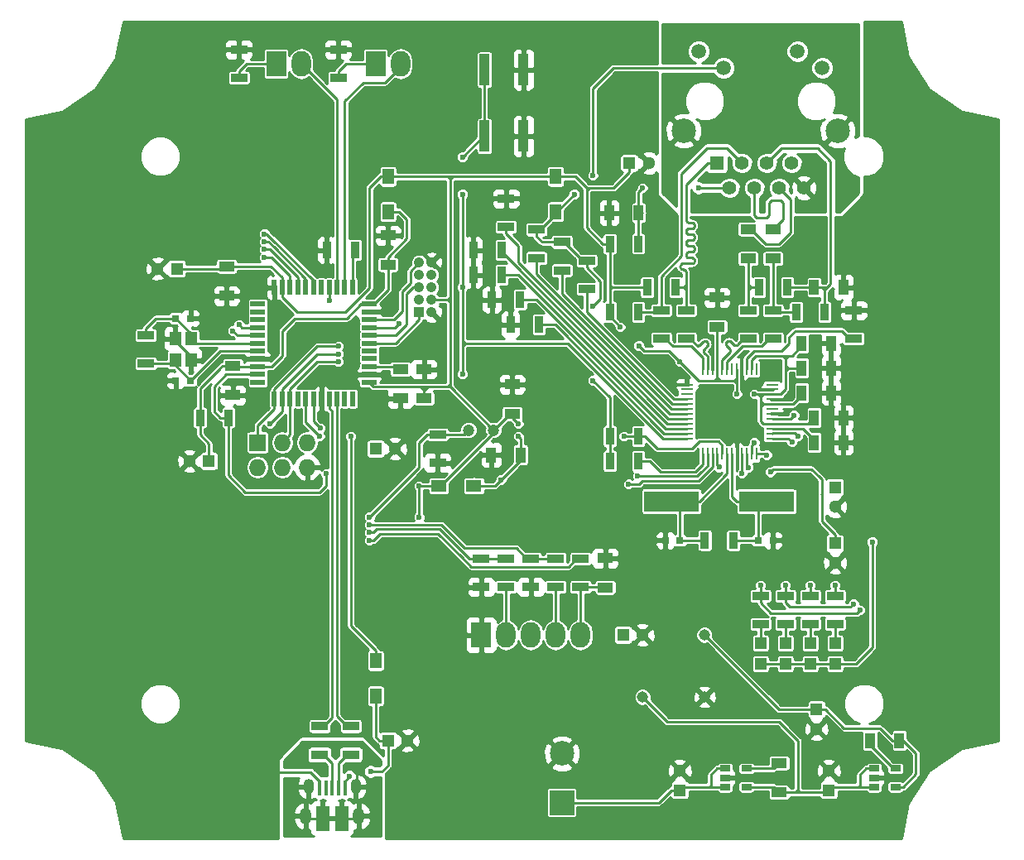
<source format=gbr>
G04 #@! TF.FileFunction,Copper,L2,Bot,Signal*
%FSLAX46Y46*%
G04 Gerber Fmt 4.6, Leading zero omitted, Abs format (unit mm)*
G04 Created by KiCad (PCBNEW 4.0.4+dfsg1-stable) date Sun Aug 20 17:41:52 2017*
%MOMM*%
%LPD*%
G01*
G04 APERTURE LIST*
%ADD10C,0.100000*%
%ADD11R,5.600700X2.100580*%
%ADD12R,1.600000X1.000000*%
%ADD13R,1.700000X0.900000*%
%ADD14C,1.400000*%
%ADD15R,1.400000X1.400000*%
%ADD16C,2.500000*%
%ADD17C,1.500000*%
%ADD18R,1.300000X1.300000*%
%ADD19C,1.300000*%
%ADD20R,0.900000X1.700000*%
%ADD21R,0.800000X0.750000*%
%ADD22R,1.000000X1.600000*%
%ADD23R,2.000000X2.600000*%
%ADD24O,2.000000X2.600000*%
%ADD25R,1.198880X1.600200*%
%ADD26R,1.600200X1.198880*%
%ADD27R,0.400000X1.650000*%
%ADD28O,1.100000X1.500000*%
%ADD29O,1.200000X1.700000*%
%ADD30R,1.425000X2.500000*%
%ADD31R,1.727200X1.727200*%
%ADD32O,1.727200X1.727200*%
%ADD33R,1.050000X1.050000*%
%ADD34C,1.050000*%
%ADD35C,1.200000*%
%ADD36R,2.500000X2.500000*%
%ADD37R,0.550000X1.500000*%
%ADD38R,1.500000X0.550000*%
%ADD39R,0.250000X1.300000*%
%ADD40R,1.300000X0.250000*%
%ADD41R,1.060000X0.650000*%
%ADD42C,1.143000*%
%ADD43R,1.200000X1.400000*%
%ADD44R,1.198880X1.198880*%
%ADD45R,1.000000X3.200000*%
%ADD46C,0.600000*%
%ADD47C,0.254000*%
%ADD48C,0.400000*%
%ADD49C,0.250000*%
G04 APERTURE END LIST*
D10*
D11*
X173151140Y-108250000D03*
X182848860Y-108250000D03*
D12*
X145415000Y-94742000D03*
X145415000Y-97742000D03*
D13*
X161925000Y-81735000D03*
X161925000Y-84635000D03*
D14*
X186690000Y-76200000D03*
X185420000Y-73660000D03*
X184150000Y-76200000D03*
X182880000Y-73660000D03*
X181610000Y-76200000D03*
X180340000Y-73660000D03*
X179070000Y-76200000D03*
D15*
X177800000Y-73660000D03*
D16*
X174370000Y-70360000D03*
X190120000Y-70360000D03*
D17*
X188570000Y-63930000D03*
X175920000Y-62230000D03*
X178460000Y-63930000D03*
X186030000Y-62230000D03*
D18*
X144145000Y-132715000D03*
D19*
X146145000Y-132715000D03*
D20*
X124915000Y-99695000D03*
X127815000Y-99695000D03*
D21*
X122440000Y-89535000D03*
X123940000Y-89535000D03*
X123940000Y-95885000D03*
X122440000Y-95885000D03*
D18*
X142875000Y-102870000D03*
D19*
X144875000Y-102870000D03*
D18*
X125825000Y-104140000D03*
D19*
X123825000Y-104140000D03*
D12*
X128270000Y-97385000D03*
X128270000Y-94385000D03*
X144145000Y-81050000D03*
X144145000Y-84050000D03*
X127635000Y-87225000D03*
X127635000Y-84225000D03*
X147828000Y-94742000D03*
X147828000Y-97742000D03*
D18*
X122555000Y-84455000D03*
D19*
X120555000Y-84455000D03*
D12*
X166370000Y-117070000D03*
X166370000Y-114070000D03*
D18*
X168815000Y-73660000D03*
D19*
X170815000Y-73660000D03*
D12*
X177800000Y-90400000D03*
X177800000Y-87400000D03*
D22*
X186460000Y-92075000D03*
X189460000Y-92075000D03*
X186460000Y-94615000D03*
X189460000Y-94615000D03*
D18*
X189865000Y-112554000D03*
D19*
X189865000Y-114554000D03*
D22*
X186460000Y-97155000D03*
X189460000Y-97155000D03*
X187730000Y-99695000D03*
X190730000Y-99695000D03*
X190730000Y-102235000D03*
X187730000Y-102235000D03*
D18*
X189865000Y-106807000D03*
D19*
X189865000Y-108807000D03*
D21*
X183500000Y-112250000D03*
X182000000Y-112250000D03*
X172500000Y-112250000D03*
X174000000Y-112250000D03*
D22*
X169775000Y-78740000D03*
X166775000Y-78740000D03*
X187730000Y-86360000D03*
X190730000Y-86360000D03*
D12*
X183515000Y-80415000D03*
X183515000Y-83415000D03*
X180975000Y-80415000D03*
X180975000Y-83415000D03*
X156845000Y-99290000D03*
X156845000Y-96290000D03*
D22*
X157710000Y-103505000D03*
X154710000Y-103505000D03*
D18*
X168180000Y-121920000D03*
D19*
X170180000Y-121920000D03*
D18*
X173990000Y-137795000D03*
D19*
X173990000Y-135795000D03*
D12*
X184150000Y-135025000D03*
X184150000Y-138025000D03*
D18*
X189230000Y-137795000D03*
D19*
X189230000Y-135795000D03*
D22*
X193445000Y-132715000D03*
X196445000Y-132715000D03*
D18*
X187960000Y-129540000D03*
D19*
X187960000Y-131540000D03*
D23*
X132715000Y-63500000D03*
D24*
X135255000Y-63500000D03*
D23*
X142875000Y-63500000D03*
D24*
X145415000Y-63500000D03*
D25*
X144145000Y-75034140D03*
X144145000Y-78635860D03*
X142875000Y-128165860D03*
X142875000Y-124564140D03*
X161290000Y-75034140D03*
X161290000Y-78635860D03*
D26*
X149329140Y-106680000D03*
X152930860Y-106680000D03*
D27*
X139730000Y-137565000D03*
X139080000Y-137565000D03*
X138430900Y-137565000D03*
X137780000Y-137565000D03*
X137130000Y-137565000D03*
D28*
X140855000Y-137440000D03*
X136005000Y-137440000D03*
D29*
X141155000Y-140440000D03*
X135705000Y-140440000D03*
D30*
X139392500Y-140690000D03*
X137467500Y-140690000D03*
D31*
X130810000Y-102235000D03*
D32*
X130810000Y-104775000D03*
X133350000Y-102235000D03*
X133350000Y-104775000D03*
X135890000Y-102235000D03*
X135890000Y-104775000D03*
D33*
X147320000Y-88900000D03*
D34*
X147320000Y-87630000D03*
X147320000Y-86360000D03*
X147320000Y-85090000D03*
X147320000Y-83820000D03*
X148590000Y-87630000D03*
X148590000Y-86360000D03*
X148590000Y-85090000D03*
X148590000Y-83820000D03*
X148590000Y-88900000D03*
D35*
X152400000Y-100965000D03*
X154940000Y-100965000D03*
D23*
X153670000Y-121920000D03*
D24*
X156210000Y-121920000D03*
X158750000Y-121920000D03*
X161290000Y-121920000D03*
X163830000Y-121920000D03*
D36*
X161925000Y-139065000D03*
D16*
X161925000Y-134065000D03*
D13*
X137160000Y-131265000D03*
X137160000Y-134165000D03*
X140335000Y-131265000D03*
X140335000Y-134165000D03*
X119380000Y-91260000D03*
X119380000Y-94160000D03*
D20*
X137869000Y-82550000D03*
X140769000Y-82550000D03*
D13*
X128905000Y-62050000D03*
X128905000Y-64950000D03*
X139065000Y-62050000D03*
X139065000Y-64950000D03*
X163830000Y-117020000D03*
X163830000Y-114120000D03*
D20*
X166825000Y-101600000D03*
X169725000Y-101600000D03*
X166825000Y-104140000D03*
X169725000Y-104140000D03*
X179450000Y-112250000D03*
X176550000Y-112250000D03*
D13*
X191770000Y-88720000D03*
X191770000Y-91620000D03*
X159316000Y-80465000D03*
X159316000Y-83365000D03*
X174625000Y-88720000D03*
X174625000Y-91620000D03*
X183515000Y-88720000D03*
X183515000Y-91620000D03*
D20*
X156665000Y-90170000D03*
X159565000Y-90170000D03*
X154760000Y-87630000D03*
X157660000Y-87630000D03*
X152855000Y-85090000D03*
X155755000Y-85090000D03*
X152855000Y-82550000D03*
X155755000Y-82550000D03*
D13*
X156210000Y-77290000D03*
X156210000Y-80190000D03*
X164465000Y-83640000D03*
X164465000Y-86540000D03*
X172085000Y-88720000D03*
X172085000Y-91620000D03*
X180975000Y-88720000D03*
X180975000Y-91620000D03*
D20*
X173535000Y-86360000D03*
X170635000Y-86360000D03*
X169725000Y-88900000D03*
X166825000Y-88900000D03*
X169725000Y-81915000D03*
X166825000Y-81915000D03*
X188775000Y-88900000D03*
X185875000Y-88900000D03*
X184965000Y-86360000D03*
X182065000Y-86360000D03*
D13*
X149225000Y-101420000D03*
X149225000Y-104320000D03*
X161290000Y-114120000D03*
X161290000Y-117020000D03*
X158750000Y-117020000D03*
X158750000Y-114120000D03*
X156210000Y-114120000D03*
X156210000Y-117020000D03*
X153670000Y-117020000D03*
X153670000Y-114120000D03*
D37*
X140525000Y-97775000D03*
X139725000Y-97775000D03*
X138925000Y-97775000D03*
X138125000Y-97775000D03*
X137325000Y-97775000D03*
X136525000Y-97775000D03*
X135725000Y-97775000D03*
X134925000Y-97775000D03*
X134125000Y-97775000D03*
X133325000Y-97775000D03*
X132525000Y-97775000D03*
D38*
X130825000Y-96075000D03*
X130825000Y-95275000D03*
X130825000Y-94475000D03*
X130825000Y-93675000D03*
X130825000Y-92875000D03*
X130825000Y-92075000D03*
X130825000Y-91275000D03*
X130825000Y-90475000D03*
X130825000Y-89675000D03*
X130825000Y-88875000D03*
X130825000Y-88075000D03*
D37*
X132525000Y-86375000D03*
X133325000Y-86375000D03*
X134125000Y-86375000D03*
X134925000Y-86375000D03*
X135725000Y-86375000D03*
X136525000Y-86375000D03*
X137325000Y-86375000D03*
X138125000Y-86375000D03*
X138925000Y-86375000D03*
X139725000Y-86375000D03*
X140525000Y-86375000D03*
D38*
X142225000Y-88075000D03*
X142225000Y-88875000D03*
X142225000Y-89675000D03*
X142225000Y-90475000D03*
X142225000Y-91275000D03*
X142225000Y-92075000D03*
X142225000Y-92875000D03*
X142225000Y-93675000D03*
X142225000Y-94475000D03*
X142225000Y-95275000D03*
X142225000Y-96075000D03*
D39*
X176320000Y-94710000D03*
X176820000Y-94710000D03*
X177320000Y-94710000D03*
X177820000Y-94710000D03*
X178320000Y-94710000D03*
X178820000Y-94710000D03*
X179320000Y-94710000D03*
X179820000Y-94710000D03*
X180320000Y-94710000D03*
X180820000Y-94710000D03*
X181320000Y-94710000D03*
X181820000Y-94710000D03*
D40*
X183420000Y-96310000D03*
X183420000Y-96810000D03*
X183420000Y-97310000D03*
X183420000Y-97810000D03*
X183420000Y-98310000D03*
X183420000Y-98810000D03*
X183420000Y-99310000D03*
X183420000Y-99810000D03*
X183420000Y-100310000D03*
X183420000Y-100810000D03*
X183420000Y-101310000D03*
X183420000Y-101810000D03*
D39*
X181820000Y-103410000D03*
X181320000Y-103410000D03*
X180820000Y-103410000D03*
X180320000Y-103410000D03*
X179820000Y-103410000D03*
X179320000Y-103410000D03*
X178820000Y-103410000D03*
X178320000Y-103410000D03*
X177820000Y-103410000D03*
X177320000Y-103410000D03*
X176820000Y-103410000D03*
X176320000Y-103410000D03*
D40*
X174720000Y-101810000D03*
X174720000Y-101310000D03*
X174720000Y-100810000D03*
X174720000Y-100310000D03*
X174720000Y-99810000D03*
X174720000Y-99310000D03*
X174720000Y-98810000D03*
X174720000Y-98310000D03*
X174720000Y-97810000D03*
X174720000Y-97310000D03*
X174720000Y-96810000D03*
X174720000Y-96310000D03*
D41*
X178605000Y-137475000D03*
X178605000Y-136525000D03*
X178605000Y-135575000D03*
X180805000Y-135575000D03*
X180805000Y-137475000D03*
X193845000Y-137475000D03*
X193845000Y-136525000D03*
X193845000Y-135575000D03*
X196045000Y-135575000D03*
X196045000Y-137475000D03*
D42*
X170180000Y-128270000D03*
X176500000Y-121920000D03*
X176530000Y-128270000D03*
D43*
X123990000Y-91610000D03*
X123990000Y-93810000D03*
X122390000Y-91610000D03*
X122390000Y-93810000D03*
D44*
X184785000Y-124874020D03*
X184785000Y-122775980D03*
X189865000Y-124874020D03*
X189865000Y-122775980D03*
X187325000Y-124874020D03*
X187325000Y-122775980D03*
X182245000Y-124874020D03*
X182245000Y-122775980D03*
D13*
X184785000Y-120830000D03*
X184785000Y-117930000D03*
X189865000Y-120830000D03*
X189865000Y-117930000D03*
X187325000Y-120830000D03*
X187325000Y-117930000D03*
X182245000Y-120830000D03*
X182245000Y-117930000D03*
D45*
X154000000Y-70900000D03*
X154000000Y-64100000D03*
X158000000Y-64100000D03*
X158000000Y-70900000D03*
D46*
X142367000Y-135890000D03*
X140208000Y-136398000D03*
X132500000Y-136000000D03*
X137203361Y-100756636D03*
X181610000Y-97282000D03*
X179832000Y-97282000D03*
X167894000Y-90424000D03*
X169799000Y-92329000D03*
X147320000Y-109855000D03*
X173990000Y-93980000D03*
X157480000Y-100330000D03*
X147320000Y-106680000D03*
X183250000Y-105250000D03*
X193675000Y-112395000D03*
X163195000Y-76835000D03*
X165100000Y-74930000D03*
X165100000Y-88265000D03*
X165100000Y-95885000D03*
X180340000Y-105410000D03*
X185674000Y-99441000D03*
X170180000Y-76200000D03*
X175895000Y-76200000D03*
X155700000Y-106045000D03*
X157480000Y-101600000D03*
X140335000Y-101600000D03*
X137160000Y-101600000D03*
X168750000Y-106500000D03*
X139065000Y-92379994D03*
X178000000Y-104750000D03*
X139065000Y-93980000D03*
X169681980Y-105691020D03*
X132080000Y-100330000D03*
X139065000Y-93179997D03*
X137795000Y-105410000D03*
X151765000Y-95250000D03*
X151765000Y-73025000D03*
X151765000Y-76835000D03*
X151765000Y-86360000D03*
X145289137Y-90044137D03*
X131500000Y-83300003D03*
X142240000Y-109855000D03*
X131500000Y-80899994D03*
X142250005Y-112254903D03*
X186055000Y-101600000D03*
X168275000Y-101600000D03*
X138125200Y-87731600D03*
X192405000Y-119380000D03*
X182245000Y-116840000D03*
X180975000Y-104775000D03*
X191770000Y-118745000D03*
X184785000Y-116840000D03*
X182880000Y-103505000D03*
X128270000Y-90805000D03*
X128905000Y-90170000D03*
X131500000Y-82500000D03*
X142252401Y-110654906D03*
X131500000Y-81699997D03*
X142249174Y-111454902D03*
X189865000Y-116840000D03*
X185466402Y-102188598D03*
X187325000Y-116840000D03*
X181610000Y-102235000D03*
D47*
X142367000Y-135890000D02*
X143510000Y-135890000D01*
X139730000Y-137565000D02*
X139730000Y-136876000D01*
X139730000Y-136876000D02*
X140208000Y-136398000D01*
X142875000Y-132349000D02*
X142875000Y-128165860D01*
X144145000Y-132715000D02*
X143241000Y-132715000D01*
X143241000Y-132715000D02*
X142875000Y-132349000D01*
X143510000Y-135890000D02*
X144145000Y-135255000D01*
X144145000Y-135255000D02*
X144145000Y-132715000D01*
X142875000Y-128165860D02*
X142875000Y-128366520D01*
X137130000Y-137565000D02*
X137130000Y-136940000D01*
X137130000Y-136940000D02*
X136190000Y-136000000D01*
X136190000Y-136000000D02*
X136005279Y-136000000D01*
X136005279Y-136000000D02*
X132500000Y-136000000D01*
X123990000Y-93810000D02*
X123990000Y-93498602D01*
X122390000Y-91898602D02*
X122390000Y-91610000D01*
X123990000Y-93498602D02*
X122390000Y-91898602D01*
X137130000Y-137565000D02*
X137130000Y-136898245D01*
X156610000Y-77015000D02*
X156210000Y-77015000D01*
X119380000Y-90556000D02*
X120401000Y-89535000D01*
X120401000Y-89535000D02*
X122440000Y-89535000D01*
X119380000Y-91260000D02*
X119380000Y-90556000D01*
X123990000Y-91610000D02*
X124455000Y-92075000D01*
X124455000Y-92075000D02*
X130825000Y-92075000D01*
X123990000Y-91610000D02*
X123990000Y-91085000D01*
X123990000Y-91085000D02*
X122440000Y-89535000D01*
X119380000Y-94160000D02*
X122040000Y-94160000D01*
X122040000Y-94160000D02*
X122390000Y-93810000D01*
X123940000Y-95885000D02*
X126950000Y-92875000D01*
X126950000Y-92875000D02*
X130825000Y-92875000D01*
X122390000Y-93810000D02*
X122390000Y-94335000D01*
X122390000Y-94335000D02*
X123940000Y-95885000D01*
X136525000Y-97775000D02*
X136525000Y-100078275D01*
X136525000Y-100078275D02*
X137203361Y-100756636D01*
X142225000Y-94475000D02*
X145148000Y-94475000D01*
X145148000Y-94475000D02*
X145415000Y-94742000D01*
X144870000Y-94475000D02*
X145067999Y-94672999D01*
X145067999Y-94672999D02*
X145415000Y-95020000D01*
X125825000Y-102330000D02*
X124915000Y-101420000D01*
X124915000Y-101420000D02*
X124915000Y-99695000D01*
X125825000Y-104140000D02*
X125825000Y-102330000D01*
X127000000Y-94615000D02*
X127000000Y-94601000D01*
X127000000Y-94601000D02*
X127216000Y-94385000D01*
X127216000Y-94385000D02*
X128270000Y-94385000D01*
X124915000Y-96700000D02*
X127000000Y-94615000D01*
X124915000Y-99695000D02*
X124915000Y-96700000D01*
X130825000Y-94475000D02*
X128360000Y-94475000D01*
X128360000Y-94475000D02*
X128270000Y-94385000D01*
X144145000Y-84050000D02*
X144145000Y-83296000D01*
X146050000Y-79375000D02*
X145310860Y-78635860D01*
X144145000Y-83296000D02*
X146050000Y-81391000D01*
X146050000Y-81391000D02*
X146050000Y-79375000D01*
X145310860Y-78635860D02*
X144145000Y-78635860D01*
X144145000Y-86630000D02*
X144145000Y-84050000D01*
X144145000Y-86630000D02*
X142700000Y-88075000D01*
X142700000Y-88075000D02*
X142225000Y-88075000D01*
X130825000Y-94475000D02*
X132220000Y-94475000D01*
X132220000Y-94475000D02*
X133350000Y-93345000D01*
X133350000Y-93345000D02*
X133350000Y-90805000D01*
X133350000Y-90805000D02*
X134620000Y-89535000D01*
X134620000Y-89535000D02*
X139951398Y-89535000D01*
X139951398Y-89535000D02*
X141411398Y-88075000D01*
X141411398Y-88075000D02*
X142225000Y-88075000D01*
X196445000Y-132715000D02*
X195691000Y-132715000D01*
X195691000Y-132715000D02*
X194421000Y-131445000D01*
X194421000Y-131445000D02*
X190769000Y-131445000D01*
X190769000Y-131445000D02*
X188864000Y-129540000D01*
X188864000Y-129540000D02*
X187960000Y-129540000D01*
X196850000Y-132715000D02*
X196445000Y-132715000D01*
X198120000Y-133985000D02*
X196850000Y-132715000D01*
X198120000Y-136184000D02*
X198120000Y-133985000D01*
X196045000Y-137475000D02*
X196829000Y-137475000D01*
X196829000Y-137475000D02*
X198120000Y-136184000D01*
X186055000Y-129540000D02*
X184150000Y-129540000D01*
X186055000Y-129540000D02*
X187960000Y-129540000D01*
X182880000Y-128270000D02*
X182850000Y-128270000D01*
X182850000Y-128270000D02*
X176500000Y-121920000D01*
X147828000Y-96520000D02*
X147447000Y-96520000D01*
X147447000Y-96520000D02*
X142670000Y-96520000D01*
X147828000Y-96988000D02*
X147828000Y-96901000D01*
X147828000Y-96901000D02*
X147447000Y-96520000D01*
X147828000Y-96901000D02*
X148209000Y-96520000D01*
X148209000Y-96520000D02*
X147828000Y-96520000D01*
X147828000Y-97742000D02*
X147828000Y-96988000D01*
X147828000Y-96988000D02*
X147828000Y-96520000D01*
X150241000Y-96520000D02*
X148209000Y-96520000D01*
X181781000Y-93345000D02*
X184531000Y-93345000D01*
X184531000Y-93345000D02*
X184785000Y-93345000D01*
X184785000Y-93599000D02*
X184531000Y-93345000D01*
X184912000Y-93345000D02*
X185039000Y-93345000D01*
X185039000Y-93345000D02*
X185490000Y-93345000D01*
X184785000Y-93599000D02*
X185039000Y-93345000D01*
X184785000Y-93599000D02*
X184785000Y-93345000D01*
X184785000Y-93345000D02*
X184912000Y-93345000D01*
X184785000Y-94361000D02*
X184785000Y-93599000D01*
X184785000Y-93599000D02*
X184785000Y-93472000D01*
X184785000Y-93472000D02*
X184912000Y-93345000D01*
X184785000Y-96808602D02*
X184785000Y-94869000D01*
X184785000Y-94869000D02*
X184785000Y-94615000D01*
X185039000Y-94615000D02*
X184785000Y-94869000D01*
X185039000Y-94615000D02*
X184785000Y-94615000D01*
X184785000Y-94615000D02*
X184785000Y-94361000D01*
X186460000Y-94615000D02*
X185039000Y-94615000D01*
X185039000Y-94615000D02*
X184785000Y-94361000D01*
X183420000Y-97310000D02*
X181638000Y-97310000D01*
X181638000Y-97310000D02*
X181610000Y-97282000D01*
X182245000Y-97282000D02*
X182273000Y-97310000D01*
X182273000Y-97310000D02*
X183420000Y-97310000D01*
X179820000Y-95885000D02*
X179820000Y-96139000D01*
X179549000Y-95885000D02*
X179566000Y-95885000D01*
X179820000Y-96139000D02*
X179820000Y-97270000D01*
X179566000Y-95885000D02*
X179820000Y-96139000D01*
X179820000Y-94710000D02*
X179820000Y-95885000D01*
X179549000Y-95885000D02*
X179820000Y-95885000D01*
X181991000Y-97282000D02*
X182245000Y-97536000D01*
X182245000Y-97536000D02*
X182245000Y-97581000D01*
X181991000Y-97282000D02*
X182245000Y-97282000D01*
X181610000Y-97282000D02*
X181991000Y-97282000D01*
X182245000Y-97581000D02*
X182245000Y-97282000D01*
X179820000Y-97270000D02*
X179832000Y-97282000D01*
X166825000Y-88900000D02*
X166825000Y-89355000D01*
X166825000Y-89355000D02*
X167894000Y-90424000D01*
X172861011Y-92851011D02*
X170321011Y-92851011D01*
X170321011Y-92851011D02*
X169799000Y-92329000D01*
X173990000Y-93980000D02*
X172861011Y-92851011D01*
X166825000Y-89300000D02*
X166825000Y-88900000D01*
X177546000Y-95885000D02*
X175895000Y-95885000D01*
X175895000Y-95885000D02*
X173990000Y-93980000D01*
X184150000Y-129540000D02*
X182880000Y-128270000D01*
X147320000Y-106680000D02*
X147320000Y-109855000D01*
X132179000Y-84225000D02*
X133325000Y-85371000D01*
X127635000Y-84225000D02*
X132179000Y-84225000D01*
X122555000Y-84455000D02*
X127405000Y-84455000D01*
X127405000Y-84455000D02*
X127635000Y-84225000D01*
X133325000Y-85371000D02*
X133325000Y-86375000D01*
X164719000Y-76200000D02*
X167179000Y-76200000D01*
X164465000Y-76200000D02*
X164719000Y-76200000D01*
X164465000Y-80259000D02*
X164465000Y-76454000D01*
X164465000Y-76454000D02*
X164465000Y-76200000D01*
X164719000Y-76200000D02*
X164465000Y-76454000D01*
X167179000Y-76200000D02*
X168815000Y-74564000D01*
X168815000Y-74564000D02*
X168815000Y-73660000D01*
X177546000Y-95885000D02*
X178435000Y-95885000D01*
X177546000Y-95885000D02*
X177549000Y-95885000D01*
X177549000Y-95885000D02*
X177820000Y-95614000D01*
X178091000Y-95885000D02*
X178435000Y-95885000D01*
X178435000Y-95885000D02*
X179549000Y-95885000D01*
X179549000Y-95885000D02*
X179820000Y-95614000D01*
X177820000Y-94710000D02*
X177820000Y-90420000D01*
X177820000Y-90420000D02*
X177800000Y-90400000D01*
X185490000Y-93345000D02*
X186460000Y-92375000D01*
X186460000Y-92375000D02*
X186460000Y-92075000D01*
X181320000Y-94710000D02*
X181320000Y-93806000D01*
X181320000Y-93806000D02*
X181781000Y-93345000D01*
X183420000Y-97310000D02*
X184283602Y-97310000D01*
X184283602Y-97310000D02*
X184785000Y-96808602D01*
X183420000Y-98310000D02*
X185605000Y-98310000D01*
X185605000Y-98310000D02*
X186460000Y-97455000D01*
X186460000Y-97455000D02*
X186460000Y-97155000D01*
X183420000Y-100310000D02*
X187115000Y-100310000D01*
X187115000Y-100310000D02*
X187730000Y-99695000D01*
X166825000Y-86233000D02*
X166825000Y-86106000D01*
X166825000Y-86106000D02*
X166825000Y-81915000D01*
X167005000Y-86360000D02*
X166825000Y-86180000D01*
X166825000Y-86180000D02*
X166825000Y-86106000D01*
X166825000Y-88900000D02*
X166825000Y-86868000D01*
X166825000Y-86868000D02*
X166825000Y-86487000D01*
X167005000Y-86360000D02*
X166825000Y-86540000D01*
X166825000Y-86540000D02*
X166825000Y-86868000D01*
X166825000Y-86487000D02*
X166825000Y-86360000D01*
X166952000Y-86360000D02*
X166825000Y-86487000D01*
X167005000Y-86360000D02*
X166825000Y-86360000D01*
X166952000Y-86360000D02*
X166825000Y-86233000D01*
X170635000Y-86360000D02*
X167005000Y-86360000D01*
X166825000Y-86360000D02*
X166825000Y-86233000D01*
X167005000Y-86360000D02*
X166952000Y-86360000D01*
X156845000Y-99290000D02*
X156845000Y-99695000D01*
X156845000Y-99695000D02*
X157480000Y-100330000D01*
X154940000Y-100965000D02*
X156615000Y-99290000D01*
X156615000Y-99290000D02*
X156845000Y-99290000D01*
X149329140Y-106680000D02*
X149529800Y-106680000D01*
X149529800Y-106680000D02*
X154940000Y-101269800D01*
X154940000Y-101269800D02*
X154940000Y-100965000D01*
X147320000Y-106680000D02*
X149329140Y-106680000D01*
X150241000Y-75034140D02*
X145415000Y-75034140D01*
X145415000Y-75034140D02*
X143405860Y-75034140D01*
X144145000Y-75034140D02*
X145415000Y-75034140D01*
X161290000Y-75034140D02*
X150749000Y-75034140D01*
X150749000Y-75034140D02*
X150495000Y-75034140D01*
X150495000Y-75311000D02*
X150495000Y-75288140D01*
X150495000Y-75288140D02*
X150749000Y-75034140D01*
X150495000Y-75311000D02*
X150495000Y-75034140D01*
X150495000Y-87376000D02*
X150495000Y-75311000D01*
X150495000Y-75034140D02*
X150241000Y-75034140D01*
X150495000Y-75288140D02*
X150241000Y-75034140D01*
X142240000Y-86446398D02*
X142240000Y-76200000D01*
X143405860Y-75034140D02*
X142240000Y-76200000D01*
X164465000Y-76200000D02*
X163299140Y-75034140D01*
X163299140Y-75034140D02*
X161290000Y-75034140D01*
X164465000Y-80259000D02*
X166121000Y-81915000D01*
X139786398Y-88900000D02*
X142240000Y-86446398D01*
X133325000Y-86375000D02*
X133325000Y-87379000D01*
X133325000Y-87379000D02*
X134846000Y-88900000D01*
X134846000Y-88900000D02*
X139786398Y-88900000D01*
X150495000Y-96266000D02*
X150495000Y-87884000D01*
X150495000Y-87884000D02*
X150495000Y-87630000D01*
X150241000Y-87630000D02*
X150495000Y-87884000D01*
X150241000Y-87630000D02*
X150495000Y-87630000D01*
X148590000Y-87630000D02*
X150241000Y-87630000D01*
X150495000Y-87630000D02*
X150495000Y-87376000D01*
X150241000Y-87630000D02*
X150495000Y-87376000D01*
X166121000Y-81915000D02*
X166825000Y-81915000D01*
X150495000Y-96266000D02*
X150495000Y-96520000D01*
X150495000Y-96520000D02*
X150241000Y-96520000D01*
X150495000Y-96266000D02*
X150241000Y-96520000D01*
X154940000Y-100965000D02*
X150495000Y-96520000D01*
X142670000Y-96520000D02*
X142225000Y-96075000D01*
X177820000Y-94710000D02*
X177820000Y-95614000D01*
X177820000Y-95614000D02*
X178091000Y-95885000D01*
X179820000Y-94710000D02*
X179820000Y-95614000D01*
X182516000Y-97310000D02*
X183420000Y-97310000D01*
X182245000Y-100039000D02*
X182245000Y-98552000D01*
X182245000Y-98552000D02*
X182245000Y-98039000D01*
X182516000Y-98310000D02*
X182487000Y-98310000D01*
X182487000Y-98310000D02*
X182245000Y-98552000D01*
X183420000Y-100310000D02*
X182516000Y-100310000D01*
X182516000Y-100310000D02*
X182245000Y-100039000D01*
X182245000Y-98039000D02*
X182245000Y-97581000D01*
X182245000Y-97581000D02*
X182516000Y-97310000D01*
X183420000Y-98310000D02*
X182516000Y-98310000D01*
X182516000Y-98310000D02*
X182245000Y-98039000D01*
D48*
X166878000Y-81968000D02*
X166825000Y-81915000D01*
X166878000Y-88847000D02*
X166825000Y-88900000D01*
X166825000Y-88500000D02*
X166825000Y-88900000D01*
D47*
X163830000Y-117020000D02*
X163830000Y-121920000D01*
X163830000Y-117020000D02*
X166320000Y-117020000D01*
X166320000Y-117020000D02*
X166370000Y-117070000D01*
X188250000Y-105750000D02*
X188500000Y-106000000D01*
X187450001Y-104950001D02*
X188250000Y-105750000D01*
X183250000Y-105250000D02*
X183549999Y-104950001D01*
X183549999Y-104950001D02*
X187450001Y-104950001D01*
X188500000Y-107500000D02*
X188500000Y-108000000D01*
X188500000Y-108000000D02*
X188500000Y-110285000D01*
X188500000Y-106000000D02*
X188500000Y-108000000D01*
X188500000Y-107500000D02*
X188455000Y-107500000D01*
X189865000Y-111650000D02*
X188500000Y-110285000D01*
X193675000Y-123190000D02*
X193675000Y-112395000D01*
X191990980Y-124874020D02*
X193675000Y-123190000D01*
X189865000Y-112554000D02*
X189865000Y-111650000D01*
X165846000Y-85725000D02*
X164465000Y-84344000D01*
X165100000Y-88265000D02*
X165846000Y-87519000D01*
X165846000Y-87519000D02*
X165846000Y-85725000D01*
X159316000Y-80465000D02*
X159716000Y-80465000D01*
X159716000Y-80465000D02*
X161290000Y-78891000D01*
X161290000Y-78891000D02*
X161290000Y-78635860D01*
X161925000Y-81735000D02*
X159882000Y-81735000D01*
X159882000Y-81735000D02*
X159316000Y-81169000D01*
X159316000Y-81169000D02*
X159316000Y-80465000D01*
X164465000Y-83640000D02*
X164065000Y-83640000D01*
X164065000Y-83640000D02*
X162160000Y-81735000D01*
X162160000Y-81735000D02*
X161925000Y-81735000D01*
X164465000Y-84344000D02*
X164465000Y-83640000D01*
X165100000Y-66040000D02*
X167210000Y-63930000D01*
X167210000Y-63930000D02*
X178460000Y-63930000D01*
X165100000Y-74930000D02*
X165100000Y-66040000D01*
X189865000Y-124874020D02*
X191990980Y-124874020D01*
X163195000Y-76835000D02*
X161394140Y-78635860D01*
X161394140Y-78635860D02*
X161290000Y-78635860D01*
X184785000Y-124874020D02*
X182245000Y-124874020D01*
X187325000Y-124874020D02*
X184785000Y-124874020D01*
X189865000Y-124874020D02*
X187325000Y-124874020D01*
X164230000Y-83640000D02*
X163830000Y-83640000D01*
X166825000Y-101600000D02*
X166825000Y-97610000D01*
X166825000Y-97610000D02*
X165100000Y-95885000D01*
X166825000Y-104140000D02*
X166825000Y-101600000D01*
X180340000Y-105410000D02*
X180320000Y-105390000D01*
X180320000Y-105390000D02*
X180320000Y-103410000D01*
X183420000Y-100810000D02*
X186605000Y-100810000D01*
X186605000Y-100810000D02*
X187730000Y-101935000D01*
X187730000Y-101935000D02*
X187730000Y-102235000D01*
X185305000Y-99810000D02*
X185674000Y-99441000D01*
X183420000Y-99810000D02*
X185305000Y-99810000D01*
X182000000Y-112250000D02*
X182000000Y-109098860D01*
X182000000Y-109098860D02*
X182848860Y-108250000D01*
X182000000Y-112250000D02*
X179450000Y-112250000D01*
X179320000Y-103410000D02*
X179320000Y-107775490D01*
X179320000Y-107775490D02*
X179794510Y-108250000D01*
X179794510Y-108250000D02*
X182848860Y-108250000D01*
X174000000Y-112250000D02*
X174000000Y-109098860D01*
X174000000Y-109098860D02*
X173151140Y-108250000D01*
X174000000Y-112250000D02*
X174654000Y-112250000D01*
X174654000Y-112250000D02*
X176550000Y-112250000D01*
X173151140Y-108250000D02*
X176000000Y-108250000D01*
X178820000Y-104750000D02*
X178820000Y-103410000D01*
X176000000Y-108250000D02*
X178820000Y-105430000D01*
X178820000Y-105430000D02*
X178820000Y-104750000D01*
X170180000Y-76200000D02*
X169775000Y-76605000D01*
X169775000Y-76605000D02*
X169775000Y-78740000D01*
X170180000Y-78740000D02*
X169775000Y-78740000D01*
X179070000Y-76200000D02*
X175895000Y-76200000D01*
X169725000Y-81915000D02*
X169725000Y-78790000D01*
X169725000Y-78790000D02*
X169775000Y-78740000D01*
X189422001Y-86003999D02*
X189066000Y-86360000D01*
X189066000Y-86360000D02*
X188775000Y-86651000D01*
X188484000Y-86360000D02*
X189066000Y-86360000D01*
X188087000Y-72136000D02*
X189422001Y-73471001D01*
X189422001Y-73471001D02*
X189422001Y-86003999D01*
X184404000Y-72136000D02*
X188087000Y-72136000D01*
X182880000Y-73660000D02*
X184404000Y-72136000D01*
X184965000Y-86360000D02*
X187730000Y-86360000D01*
X188775000Y-88900000D02*
X188775000Y-86651000D01*
X188775000Y-86651000D02*
X188484000Y-86360000D01*
X188484000Y-86360000D02*
X187730000Y-86360000D01*
X184277000Y-77470000D02*
X183388000Y-77470000D01*
X182880000Y-79248000D02*
X181864000Y-79248000D01*
X183134000Y-78994000D02*
X182880000Y-79248000D01*
X183134000Y-77724000D02*
X183134000Y-78994000D01*
X183388000Y-77470000D02*
X183134000Y-77724000D01*
X181610000Y-78994000D02*
X181610000Y-76200000D01*
X181864000Y-79248000D02*
X181610000Y-78994000D01*
X184277000Y-77470000D02*
X184531000Y-77724000D01*
X184531000Y-79399000D02*
X183515000Y-80415000D01*
X184531000Y-77724000D02*
X184531000Y-79399000D01*
X183515000Y-80415000D02*
X183872000Y-80415000D01*
X185875000Y-88900000D02*
X183695000Y-88900000D01*
X183695000Y-88900000D02*
X183515000Y-88720000D01*
X183515000Y-88720000D02*
X183515000Y-83415000D01*
X185293000Y-77343000D02*
X184150000Y-76200000D01*
X185293000Y-80772000D02*
X185293000Y-77343000D01*
X180975000Y-80415000D02*
X181275000Y-80415000D01*
X181275000Y-80415000D02*
X182775000Y-81915000D01*
X182775000Y-81915000D02*
X184150000Y-81915000D01*
X184150000Y-81915000D02*
X185293000Y-80772000D01*
X181229000Y-86360000D02*
X180975000Y-86614000D01*
X181229000Y-86360000D02*
X180975000Y-86360000D01*
X182065000Y-86360000D02*
X181229000Y-86360000D01*
X181229000Y-86360000D02*
X180975000Y-86106000D01*
X180975000Y-88720000D02*
X180975000Y-86614000D01*
X180975000Y-86614000D02*
X180975000Y-86360000D01*
X180975000Y-86106000D02*
X180975000Y-83415000D01*
X180975000Y-86360000D02*
X180975000Y-86106000D01*
X155065000Y-106680000D02*
X155700000Y-106045000D01*
X155700000Y-106045000D02*
X157940000Y-103805000D01*
X157710000Y-103505000D02*
X157710000Y-101830000D01*
X157710000Y-101830000D02*
X157480000Y-101600000D01*
X157940000Y-103505000D02*
X157480000Y-103045000D01*
X152930860Y-106680000D02*
X155065000Y-106680000D01*
X157940000Y-103805000D02*
X157940000Y-103505000D01*
X152930860Y-106149140D02*
X152930860Y-106680000D01*
X186055000Y-138025000D02*
X186309000Y-138025000D01*
X186309000Y-138025000D02*
X189000000Y-138025000D01*
X186055000Y-137795000D02*
X186079000Y-137795000D01*
X186079000Y-137795000D02*
X186309000Y-138025000D01*
X186055000Y-137795000D02*
X186055000Y-132715000D01*
X186055000Y-138025000D02*
X186055000Y-137795000D01*
X184150000Y-138025000D02*
X185801000Y-138025000D01*
X185801000Y-138025000D02*
X186055000Y-138025000D01*
X186055000Y-137795000D02*
X186031000Y-137795000D01*
X186031000Y-137795000D02*
X185801000Y-138025000D01*
X186055000Y-132715000D02*
X184150000Y-130810000D01*
X184150000Y-130810000D02*
X172720000Y-130810000D01*
X172720000Y-130810000D02*
X170180000Y-128270000D01*
X193845000Y-137475000D02*
X192532000Y-137475000D01*
X192532000Y-137475000D02*
X192405000Y-137475000D01*
X192405000Y-137287000D02*
X192405000Y-137348000D01*
X192405000Y-137348000D02*
X192532000Y-137475000D01*
X192405000Y-137287000D02*
X192405000Y-137475000D01*
X192405000Y-136231000D02*
X192405000Y-137287000D01*
X192405000Y-137475000D02*
X192278000Y-137475000D01*
X192278000Y-137475000D02*
X189550000Y-137475000D01*
X192405000Y-137348000D02*
X192278000Y-137475000D01*
X193845000Y-135575000D02*
X193061000Y-135575000D01*
X193061000Y-135575000D02*
X192405000Y-136231000D01*
X189550000Y-137475000D02*
X189230000Y-137795000D01*
X189000000Y-138025000D02*
X189230000Y-137795000D01*
X180805000Y-137475000D02*
X183600000Y-137475000D01*
X183600000Y-137475000D02*
X184150000Y-138025000D01*
X168275000Y-122015000D02*
X168180000Y-121920000D01*
X173086000Y-137795000D02*
X171816000Y-139065000D01*
X171816000Y-139065000D02*
X161925000Y-139065000D01*
X173086000Y-137795000D02*
X173990000Y-137795000D01*
X178605000Y-137475000D02*
X177292000Y-137475000D01*
X177292000Y-137475000D02*
X177165000Y-137475000D01*
X177165000Y-137287000D02*
X177165000Y-137348000D01*
X177165000Y-137348000D02*
X177292000Y-137475000D01*
X177165000Y-137287000D02*
X177165000Y-137475000D01*
X177165000Y-136231000D02*
X177165000Y-137287000D01*
X177165000Y-137475000D02*
X177038000Y-137475000D01*
X177038000Y-137475000D02*
X174310000Y-137475000D01*
X177165000Y-137348000D02*
X177038000Y-137475000D01*
X178605000Y-135575000D02*
X177821000Y-135575000D01*
X177821000Y-135575000D02*
X177165000Y-136231000D01*
X174310000Y-137475000D02*
X173990000Y-137795000D01*
X180805000Y-135575000D02*
X183600000Y-135575000D01*
X183600000Y-135575000D02*
X184150000Y-135025000D01*
X196045000Y-135575000D02*
X195840000Y-135575000D01*
X195840000Y-135575000D02*
X193445000Y-133180000D01*
X193445000Y-133180000D02*
X193445000Y-132715000D01*
X132715000Y-63500000D02*
X129651000Y-63500000D01*
X129651000Y-63500000D02*
X128905000Y-64246000D01*
X128905000Y-64246000D02*
X128905000Y-64950000D01*
X138925000Y-86375000D02*
X138925000Y-67170000D01*
X138925000Y-67170000D02*
X135255000Y-63500000D01*
X142875000Y-63500000D02*
X139811000Y-63500000D01*
X139811000Y-63500000D02*
X139065000Y-64246000D01*
X139065000Y-64246000D02*
X139065000Y-64950000D01*
X139725000Y-86375000D02*
X139725000Y-67285000D01*
X139725000Y-67285000D02*
X141605000Y-65405000D01*
X141605000Y-65405000D02*
X143810000Y-65405000D01*
X143810000Y-65405000D02*
X145415000Y-63800000D01*
X145415000Y-63800000D02*
X145415000Y-63500000D01*
X169725000Y-88900000D02*
X171905000Y-88900000D01*
X171905000Y-88900000D02*
X172085000Y-88720000D01*
X172085000Y-88720000D02*
X172085000Y-85217000D01*
X174170990Y-83131010D02*
X174170990Y-74749010D01*
X172085000Y-85217000D02*
X174170990Y-83131010D01*
X174170990Y-74749010D02*
X176784000Y-72136000D01*
X176784000Y-72136000D02*
X178816000Y-72136000D01*
X178816000Y-72136000D02*
X180340000Y-73660000D01*
X174625000Y-88720000D02*
X174625000Y-86614000D01*
X174625000Y-86614000D02*
X174625000Y-86360000D01*
X174371000Y-86360000D02*
X174625000Y-86614000D01*
X174371000Y-86360000D02*
X174625000Y-86360000D01*
X174371000Y-86360000D02*
X174625000Y-86106000D01*
X173535000Y-86360000D02*
X174371000Y-86360000D01*
X174625000Y-86360000D02*
X174625000Y-86106000D01*
X174625000Y-86106000D02*
X174625000Y-84836000D01*
X174020596Y-84302756D02*
X174013074Y-84236000D01*
X175421475Y-83448953D02*
X175373972Y-83401450D01*
X174313074Y-83936000D02*
X175186926Y-83936000D01*
X174690450Y-81648953D02*
X174737953Y-81601450D01*
X174625000Y-84836000D02*
X174617479Y-84769243D01*
X174617479Y-84769243D02*
X174595291Y-84705834D01*
X174794834Y-82765709D02*
X174858243Y-82743521D01*
X175457216Y-81105834D02*
X175421475Y-81048953D01*
X175317091Y-83906290D02*
X175373972Y-83870549D01*
X174595291Y-84705834D02*
X174559550Y-84648953D01*
X175486926Y-82436000D02*
X175479404Y-82369243D01*
X175186926Y-80336000D02*
X175253682Y-80328478D01*
X174042784Y-84366165D02*
X174020596Y-84302756D01*
X174455166Y-84565709D02*
X174391757Y-84543521D01*
X174559550Y-84648953D02*
X174512047Y-84601450D01*
X174313074Y-84536000D02*
X174246318Y-84528478D01*
X174042784Y-84105834D02*
X174078525Y-84048953D01*
X174512047Y-84601450D02*
X174455166Y-84565709D01*
X175486926Y-80036000D02*
X175479404Y-79969243D01*
X174654709Y-82905834D02*
X174690450Y-82848953D01*
X174013074Y-84236000D02*
X174020596Y-84169243D01*
X174625000Y-81836000D02*
X174632521Y-81769243D01*
X174391757Y-84543521D02*
X174325000Y-84536000D01*
X174625000Y-75881000D02*
X176846000Y-73660000D01*
X175486926Y-83636000D02*
X175479404Y-83569243D01*
X174325000Y-84536000D02*
X174313074Y-84536000D01*
X175253682Y-83343521D02*
X175186926Y-83336000D01*
X174246318Y-84528478D02*
X174182909Y-84506290D01*
X175457216Y-82305834D02*
X175421475Y-82248953D01*
X174182909Y-84506290D02*
X174126028Y-84470549D01*
X174794834Y-79706290D02*
X174737953Y-79670549D01*
X174020596Y-84169243D02*
X174042784Y-84105834D01*
X174126028Y-84470549D02*
X174078525Y-84423046D01*
X175479404Y-83569243D02*
X175457216Y-83505834D01*
X175457216Y-80166165D02*
X175479404Y-80102756D01*
X174078525Y-84423046D02*
X174042784Y-84366165D01*
X175373972Y-81001450D02*
X175317091Y-80965709D01*
X174858243Y-83328478D02*
X174794834Y-83306290D01*
X175373972Y-83870549D02*
X175421475Y-83823046D01*
X174078525Y-84048953D02*
X174126028Y-84001450D01*
X175373972Y-81470549D02*
X175421475Y-81423046D01*
X175373972Y-82201450D02*
X175317091Y-82165709D01*
X175253682Y-83928478D02*
X175317091Y-83906290D01*
X175421475Y-83823046D02*
X175457216Y-83766165D01*
X174925000Y-82136000D02*
X174858243Y-82128478D01*
X174126028Y-84001450D02*
X174182909Y-83965709D01*
X175317091Y-83365709D02*
X175253682Y-83343521D01*
X174182909Y-83965709D02*
X174246318Y-83943521D01*
X175186926Y-83336000D02*
X174925000Y-83336000D01*
X174654709Y-80505834D02*
X174690450Y-80448953D01*
X174246318Y-83943521D02*
X174313074Y-83936000D01*
X175421475Y-79848953D02*
X175373972Y-79801450D01*
X175186926Y-83936000D02*
X175253682Y-83928478D01*
X175186926Y-82736000D02*
X175253682Y-82728478D01*
X174737953Y-80401450D02*
X174794834Y-80365709D01*
X175253682Y-81528478D02*
X175317091Y-81506290D01*
X175186926Y-81536000D02*
X175253682Y-81528478D01*
X175457216Y-83766165D02*
X175479404Y-83702756D01*
X175479404Y-83702756D02*
X175486926Y-83636000D01*
X175186926Y-79736000D02*
X174925000Y-79736000D01*
X175457216Y-81366165D02*
X175479404Y-81302756D01*
X176846000Y-73660000D02*
X177800000Y-73660000D01*
X174925000Y-83336000D02*
X174858243Y-83328478D01*
X174690450Y-82023046D02*
X174654709Y-81966165D01*
X175457216Y-83505834D02*
X175421475Y-83448953D01*
X175457216Y-82566165D02*
X175479404Y-82502756D01*
X174632521Y-83102756D02*
X174625000Y-83036000D01*
X175253682Y-82728478D02*
X175317091Y-82706290D01*
X175373972Y-83401450D02*
X175317091Y-83365709D01*
X174794834Y-83306290D02*
X174737953Y-83270549D01*
X175479404Y-82502756D02*
X175486926Y-82436000D01*
X175421475Y-81423046D02*
X175457216Y-81366165D01*
X174737953Y-83270549D02*
X174690450Y-83223046D01*
X174690450Y-83223046D02*
X174654709Y-83166165D01*
X174654709Y-83166165D02*
X174632521Y-83102756D01*
X174625000Y-83036000D02*
X174632521Y-82969243D01*
X174858243Y-82743521D02*
X174925000Y-82736000D01*
X175373972Y-80270549D02*
X175421475Y-80223046D01*
X174632521Y-82969243D02*
X174654709Y-82905834D01*
X174690450Y-82848953D02*
X174737953Y-82801450D01*
X174737953Y-82801450D02*
X174794834Y-82765709D01*
X174858243Y-79728478D02*
X174794834Y-79706290D01*
X175186926Y-80936000D02*
X174925000Y-80936000D01*
X174737953Y-82070549D02*
X174690450Y-82023046D01*
X174794834Y-82106290D02*
X174737953Y-82070549D01*
X174925000Y-82736000D02*
X175186926Y-82736000D01*
X174690450Y-80448953D02*
X174737953Y-80401450D01*
X175421475Y-82623046D02*
X175457216Y-82566165D01*
X175253682Y-80328478D02*
X175317091Y-80306290D01*
X175317091Y-82706290D02*
X175373972Y-82670549D01*
X175373972Y-82670549D02*
X175421475Y-82623046D01*
X174632521Y-80569243D02*
X174654709Y-80505834D01*
X175479404Y-82369243D02*
X175457216Y-82305834D01*
X175421475Y-81048953D02*
X175373972Y-81001450D01*
X175421475Y-82248953D02*
X175373972Y-82201450D01*
X175317091Y-80306290D02*
X175373972Y-80270549D01*
X175317091Y-82165709D02*
X175253682Y-82143521D01*
X175253682Y-82143521D02*
X175186926Y-82136000D01*
X175186926Y-82136000D02*
X174925000Y-82136000D01*
X174858243Y-82128478D02*
X174794834Y-82106290D01*
X174654709Y-81966165D02*
X174632521Y-81902756D01*
X174632521Y-81902756D02*
X174625000Y-81836000D01*
X175421475Y-80223046D02*
X175457216Y-80166165D01*
X174794834Y-80906290D02*
X174737953Y-80870549D01*
X174632521Y-81769243D02*
X174654709Y-81705834D01*
X175253682Y-79743521D02*
X175186926Y-79736000D01*
X175479404Y-80102756D02*
X175486926Y-80036000D01*
X174654709Y-81705834D02*
X174690450Y-81648953D01*
X174925000Y-81536000D02*
X175186926Y-81536000D01*
X174737953Y-81601450D02*
X174794834Y-81565709D01*
X174794834Y-81565709D02*
X174858243Y-81543521D01*
X174654709Y-80766165D02*
X174632521Y-80702756D01*
X174858243Y-81543521D02*
X174925000Y-81536000D01*
X174794834Y-80365709D02*
X174858243Y-80343521D01*
X175317091Y-81506290D02*
X175373972Y-81470549D01*
X175479404Y-81302756D02*
X175486926Y-81236000D01*
X175486926Y-81236000D02*
X175479404Y-81169243D01*
X174858243Y-80928478D02*
X174794834Y-80906290D01*
X175479404Y-81169243D02*
X175457216Y-81105834D01*
X175317091Y-80965709D02*
X175253682Y-80943521D01*
X174654709Y-79566165D02*
X174632521Y-79502756D01*
X175253682Y-80943521D02*
X175186926Y-80936000D01*
X174925000Y-80936000D02*
X174858243Y-80928478D01*
X174625000Y-80636000D02*
X174632521Y-80569243D01*
X174632521Y-79502756D02*
X174625000Y-79436000D01*
X174737953Y-80870549D02*
X174690450Y-80823046D01*
X174690450Y-80823046D02*
X174654709Y-80766165D01*
X174632521Y-80702756D02*
X174625000Y-80636000D01*
X174858243Y-80343521D02*
X174925000Y-80336000D01*
X174925000Y-80336000D02*
X175186926Y-80336000D01*
X175479404Y-79969243D02*
X175457216Y-79905834D01*
X175457216Y-79905834D02*
X175421475Y-79848953D01*
X175373972Y-79801450D02*
X175317091Y-79765709D01*
X175317091Y-79765709D02*
X175253682Y-79743521D01*
X174925000Y-79736000D02*
X174858243Y-79728478D01*
X174737953Y-79670549D02*
X174690450Y-79623046D01*
X174690450Y-79623046D02*
X174654709Y-79566165D01*
X174625000Y-79436000D02*
X174625000Y-75881000D01*
X140335000Y-101600000D02*
X140335000Y-120970040D01*
X142875000Y-124564140D02*
X142875000Y-123510040D01*
X142875000Y-123510040D02*
X140335000Y-120970040D01*
X135725000Y-100165000D02*
X137160000Y-101600000D01*
X135725000Y-97775000D02*
X135725000Y-100165000D01*
X139080000Y-137565000D02*
X139080000Y-135020000D01*
X139080000Y-135020000D02*
X139935000Y-134165000D01*
X139935000Y-134165000D02*
X140335000Y-134165000D01*
X138430900Y-137565000D02*
X138430900Y-135035900D01*
X138430900Y-135035900D02*
X137560000Y-134165000D01*
X137560000Y-134165000D02*
X137160000Y-134165000D01*
X136005000Y-140140000D02*
X135705000Y-140440000D01*
X140855000Y-140140000D02*
X141155000Y-140440000D01*
X137467500Y-140690000D02*
X135955000Y-140690000D01*
X135955000Y-140690000D02*
X135705000Y-140440000D01*
X139392500Y-140690000D02*
X140905000Y-140690000D01*
X140905000Y-140690000D02*
X141155000Y-140440000D01*
X168750000Y-106500000D02*
X169800962Y-106500000D01*
X169800962Y-106500000D02*
X170155932Y-106145030D01*
X170155932Y-106145030D02*
X175936104Y-106145030D01*
X175936104Y-106145030D02*
X177320000Y-104761133D01*
X177320000Y-104761133D02*
X177320000Y-103410000D01*
X132525000Y-97775000D02*
X132525000Y-98779000D01*
X132525000Y-98779000D02*
X130810000Y-100494000D01*
X130810000Y-100494000D02*
X130810000Y-102235000D01*
X132525000Y-97775000D02*
X132525000Y-96771000D01*
X132525000Y-96771000D02*
X136916006Y-92379994D01*
X136916006Y-92379994D02*
X139065000Y-92379994D01*
X178000000Y-104750000D02*
X177820000Y-104570000D01*
X177820000Y-104570000D02*
X177820000Y-103410000D01*
X134125000Y-97775000D02*
X134125000Y-101460000D01*
X134125000Y-101460000D02*
X133350000Y-102235000D01*
X134125000Y-97775000D02*
X134125000Y-96771000D01*
X134125000Y-96771000D02*
X136916000Y-93980000D01*
X136916000Y-93980000D02*
X139065000Y-93980000D01*
X169681980Y-105691020D02*
X171250000Y-105691020D01*
X171750000Y-105691020D02*
X175748047Y-105691020D01*
X171250000Y-105691020D02*
X171750000Y-105691020D01*
X171750000Y-105691020D02*
X171250000Y-105691020D01*
X176189067Y-105250000D02*
X176820000Y-104619066D01*
X175748047Y-105691020D02*
X176189067Y-105250000D01*
X176820000Y-104619066D02*
X176820000Y-103410000D01*
X133325000Y-99085000D02*
X132080000Y-100330000D01*
X133325000Y-97775000D02*
X133325000Y-99085000D01*
X136916003Y-93179997D02*
X139065000Y-93179997D01*
X133325000Y-96771000D02*
X136916003Y-93179997D01*
X133325000Y-97775000D02*
X133325000Y-96771000D01*
X154000000Y-70900000D02*
X154000000Y-64100000D01*
X151765000Y-73025000D02*
X153890000Y-70900000D01*
X153890000Y-70900000D02*
X154000000Y-70900000D01*
X127815000Y-99695000D02*
X127815000Y-105590000D01*
X127815000Y-105590000D02*
X129540000Y-107315000D01*
X129540000Y-107315000D02*
X137160000Y-107315000D01*
X137160000Y-107315000D02*
X137795000Y-106680000D01*
X137795000Y-106680000D02*
X137795000Y-105410000D01*
X151765000Y-95250000D02*
X151765000Y-92329000D01*
X151765000Y-86360000D02*
X151765000Y-76835000D01*
X130825000Y-95275000D02*
X127610000Y-95275000D01*
X127610000Y-95275000D02*
X126365000Y-96520000D01*
X127000000Y-99695000D02*
X127815000Y-99695000D01*
X126365000Y-96520000D02*
X126365000Y-99060000D01*
X126365000Y-99060000D02*
X127000000Y-99695000D01*
X151765000Y-92329000D02*
X151765000Y-92075000D01*
X152019000Y-92075000D02*
X151765000Y-92329000D01*
X152019000Y-92075000D02*
X162503468Y-92075000D01*
X151765000Y-92075000D02*
X152019000Y-92075000D01*
X151765000Y-92075000D02*
X151765000Y-91821000D01*
X151765000Y-91821000D02*
X151765000Y-86360000D01*
X152019000Y-92075000D02*
X151765000Y-91821000D01*
X162503468Y-92075000D02*
X172238468Y-101810000D01*
X172238468Y-101810000D02*
X174720000Y-101810000D01*
X142225000Y-92075000D02*
X144924000Y-92075000D01*
X144924000Y-92075000D02*
X147320000Y-89679000D01*
X147320000Y-89679000D02*
X147320000Y-88900000D01*
X142225000Y-90475000D02*
X144858274Y-90475000D01*
X144858274Y-90475000D02*
X145289137Y-90044137D01*
X146685000Y-86360000D02*
X147320000Y-86360000D01*
X146050000Y-86995000D02*
X146685000Y-86360000D01*
X146050000Y-90170000D02*
X146050000Y-86995000D01*
X144945000Y-91275000D02*
X146050000Y-90170000D01*
X142225000Y-91275000D02*
X144945000Y-91275000D01*
X142225000Y-89675000D02*
X144730312Y-89675000D01*
X144730312Y-89675000D02*
X145595990Y-88809322D01*
X145595990Y-88809322D02*
X145595990Y-86806943D01*
X145595990Y-86806943D02*
X146431000Y-85971933D01*
X146431000Y-85971933D02*
X146431000Y-84709000D01*
X146431000Y-84709000D02*
X147320000Y-83820000D01*
X132411944Y-83500000D02*
X132661944Y-83750000D01*
X132661944Y-83750000D02*
X134125000Y-85213056D01*
X131500000Y-83300003D02*
X132211947Y-83300003D01*
X132211947Y-83300003D02*
X132661944Y-83750000D01*
X147320000Y-104775000D02*
X147320000Y-102235000D01*
X142240000Y-109855000D02*
X147320000Y-104775000D01*
X149225000Y-101420000D02*
X151945000Y-101420000D01*
X151945000Y-101420000D02*
X152400000Y-100965000D01*
X147955000Y-101600000D02*
X147955000Y-101586000D01*
X148121000Y-101420000D02*
X149225000Y-101420000D01*
X147955000Y-101586000D02*
X148121000Y-101420000D01*
X147320000Y-102235000D02*
X147955000Y-101600000D01*
X152220000Y-101145000D02*
X152400000Y-100965000D01*
X134125000Y-85213056D02*
X134125000Y-86375000D01*
X156210000Y-121920000D02*
X156210000Y-117020000D01*
X161290000Y-121920000D02*
X161290000Y-117020000D01*
X140525000Y-86375000D02*
X140525000Y-82794000D01*
X140525000Y-82794000D02*
X140769000Y-82550000D01*
X140525000Y-86375000D02*
X140525000Y-85900000D01*
X136525000Y-86375000D02*
X136525000Y-85686868D01*
X136525000Y-85686868D02*
X132088133Y-81250000D01*
X132088133Y-81250000D02*
X132088133Y-81238127D01*
X132088133Y-81238127D02*
X131750000Y-80899994D01*
X131750000Y-80899994D02*
X131500000Y-80899994D01*
X142250005Y-112254903D02*
X142674269Y-112254903D01*
X142674269Y-112254903D02*
X143366246Y-111562926D01*
X143366246Y-111562926D02*
X149241873Y-111562926D01*
X149241873Y-111562926D02*
X151678947Y-114000000D01*
X151678947Y-114000000D02*
X152613946Y-114935000D01*
X152613946Y-114935000D02*
X162615000Y-114935000D01*
X162615000Y-114935000D02*
X163430000Y-114120000D01*
X163430000Y-114120000D02*
X163830000Y-114120000D01*
X186055000Y-101600000D02*
X185755001Y-101300001D01*
X185755001Y-101300001D02*
X183429999Y-101300001D01*
X183429999Y-101300001D02*
X183420000Y-101310000D01*
X168275000Y-101600000D02*
X169725000Y-101600000D01*
X169725000Y-101600000D02*
X170429000Y-101600000D01*
X170429000Y-101600000D02*
X171699000Y-102870000D01*
X171699000Y-102870000D02*
X175260000Y-102870000D01*
X138125000Y-86375000D02*
X138125000Y-87731400D01*
X138125000Y-87731400D02*
X138125200Y-87731600D01*
X175260000Y-102870000D02*
X176022000Y-102108000D01*
X177927000Y-102108000D02*
X178320000Y-102501000D01*
X178320000Y-102501000D02*
X178320000Y-103410000D01*
X176022000Y-102108000D02*
X177927000Y-102108000D01*
X169725000Y-104140000D02*
X170890000Y-104140000D01*
X170890000Y-104140000D02*
X171987010Y-105237010D01*
X171987010Y-105237010D02*
X175559990Y-105237010D01*
X175559990Y-105237010D02*
X176320000Y-104477000D01*
X176320000Y-104477000D02*
X176320000Y-103410000D01*
X180820000Y-94710000D02*
X180820000Y-93663934D01*
X180820000Y-93663934D02*
X181632923Y-92851011D01*
X181632923Y-92851011D02*
X184394989Y-92851011D01*
X184394989Y-92851011D02*
X185171000Y-92075000D01*
X185171000Y-92075000D02*
X185171000Y-91440000D01*
X185806000Y-90805000D02*
X190555000Y-90805000D01*
X185171000Y-91440000D02*
X185806000Y-90805000D01*
X190555000Y-90805000D02*
X191370000Y-91620000D01*
X191370000Y-91620000D02*
X191770000Y-91620000D01*
X173090867Y-98810000D02*
X159316000Y-85035133D01*
X159316000Y-83365000D02*
X159316000Y-85035133D01*
X174720000Y-98810000D02*
X173090867Y-98810000D01*
X173232934Y-98310000D02*
X161925000Y-87002067D01*
X161925000Y-84635000D02*
X161925000Y-87002067D01*
X174720000Y-98310000D02*
X173232934Y-98310000D01*
X175699992Y-92284355D02*
X175647471Y-92242471D01*
X176533120Y-91873646D02*
X176467626Y-91888595D01*
X176424967Y-92977951D02*
X176410018Y-92912457D01*
X176410018Y-92845278D02*
X176424967Y-92779784D01*
X176820000Y-94710000D02*
X176820000Y-93415000D01*
X176496000Y-92666735D02*
X176778842Y-92383892D01*
X176864824Y-92205349D02*
X176864824Y-92138170D01*
X175958685Y-92313503D02*
X175893191Y-92328452D01*
X176496000Y-93091000D02*
X176454114Y-93038477D01*
X176424967Y-92779784D02*
X176454114Y-92719258D01*
X176820000Y-93415000D02*
X176496000Y-93091000D01*
X176454114Y-93038477D02*
X176424967Y-92977951D01*
X176410018Y-92912457D02*
X176410018Y-92845278D01*
X176849875Y-92072676D02*
X176820727Y-92012150D01*
X176454114Y-92719258D02*
X176496000Y-92666735D01*
X176820727Y-92331369D02*
X176849875Y-92270843D01*
X176726319Y-91917742D02*
X176665793Y-91888595D01*
X176778842Y-92383892D02*
X176820727Y-92331369D01*
X176849875Y-92270843D02*
X176864824Y-92205349D01*
X176864824Y-92138170D02*
X176849875Y-92072676D01*
X176820727Y-92012150D02*
X176778842Y-91959628D01*
X176354577Y-91959628D02*
X176071734Y-92242470D01*
X176778842Y-91959628D02*
X176726319Y-91917742D01*
X176665793Y-91888595D02*
X176600299Y-91873646D01*
X176600299Y-91873646D02*
X176533120Y-91873646D01*
X176467626Y-91888595D02*
X176407100Y-91917742D01*
X176407100Y-91917742D02*
X176354577Y-91959628D01*
X176071734Y-92242470D02*
X176019211Y-92284355D01*
X176019211Y-92284355D02*
X175958685Y-92313503D01*
X175893191Y-92328452D02*
X175826012Y-92328452D01*
X175826012Y-92328452D02*
X175760518Y-92313503D01*
X175760518Y-92313503D02*
X175699992Y-92284355D01*
X175647471Y-92242471D02*
X175025000Y-91620000D01*
X175025000Y-91620000D02*
X174625017Y-91620000D01*
X174625017Y-91620000D02*
X174625000Y-91620000D01*
X178820000Y-93948066D02*
X180371065Y-92397001D01*
X180371065Y-92397001D02*
X182337999Y-92397001D01*
X182337999Y-92397001D02*
X183115000Y-91620000D01*
X183115000Y-91620000D02*
X183515000Y-91620000D01*
X178820000Y-94710000D02*
X178820000Y-93948066D01*
X161240534Y-90170000D02*
X159565000Y-90170000D01*
X174720000Y-101310000D02*
X172380534Y-101310000D01*
X172380534Y-101310000D02*
X161240534Y-90170000D01*
X159342600Y-87630000D02*
X157660000Y-87630000D01*
X174720000Y-100810000D02*
X172522600Y-100810000D01*
X172522600Y-100810000D02*
X159342600Y-87630000D01*
X174720000Y-100310000D02*
X172664667Y-100310000D01*
X172664667Y-100310000D02*
X157444666Y-85090000D01*
X157444666Y-85090000D02*
X155755000Y-85090000D01*
X172806733Y-99810000D02*
X155755000Y-82758267D01*
X155755000Y-82550000D02*
X155755000Y-82758267D01*
X174720000Y-99810000D02*
X172806733Y-99810000D01*
X157480000Y-83841201D02*
X157480000Y-82164000D01*
X157480000Y-82164000D02*
X156210000Y-80894000D01*
X156210000Y-80894000D02*
X156210000Y-80190000D01*
X162866900Y-89228101D02*
X157480000Y-83841201D01*
X174720000Y-99310000D02*
X172948799Y-99309999D01*
X172948799Y-99309999D02*
X162866900Y-89228101D01*
X173375000Y-97810000D02*
X164465000Y-88900000D01*
X164465000Y-86540000D02*
X164465000Y-88900000D01*
X174720000Y-97810000D02*
X173375000Y-97810000D01*
X176320000Y-93557066D02*
X175159935Y-92397001D01*
X175159935Y-92397001D02*
X173262001Y-92397001D01*
X173262001Y-92397001D02*
X172485000Y-91620000D01*
X172485000Y-91620000D02*
X172085000Y-91620000D01*
X176320000Y-94710000D02*
X176320000Y-93557066D01*
X180975000Y-91620000D02*
X180506000Y-91620000D01*
X180506000Y-91620000D02*
X179924000Y-92202000D01*
X179552258Y-92243885D02*
X179499735Y-92202000D01*
X179924000Y-92202000D02*
X179871477Y-92243885D01*
X179164369Y-91877272D02*
X179103843Y-91848124D01*
X178792628Y-91919157D02*
X178750742Y-91971679D01*
X179745457Y-92287981D02*
X179678278Y-92287981D01*
X179871477Y-92243885D02*
X179810951Y-92273032D01*
X179499735Y-92202000D02*
X179216892Y-91919157D01*
X179810951Y-92273032D02*
X179745457Y-92287981D01*
X179146503Y-92937479D02*
X179117355Y-92998005D01*
X179117355Y-92998005D02*
X179075471Y-93050528D01*
X179038349Y-91833175D02*
X178971170Y-91833175D01*
X179678278Y-92287981D02*
X179612784Y-92273032D01*
X179612784Y-92273032D02*
X179552258Y-92243885D01*
X178971170Y-91833175D02*
X178905676Y-91848124D01*
X179161452Y-92871985D02*
X179146503Y-92937479D01*
X179216892Y-91919157D02*
X179164369Y-91877272D01*
X179103843Y-91848124D02*
X179038349Y-91833175D01*
X178905676Y-91848124D02*
X178845150Y-91877272D01*
X178845150Y-91877272D02*
X178792628Y-91919157D01*
X178750742Y-91971679D02*
X178721595Y-92032205D01*
X178721595Y-92032205D02*
X178706646Y-92097699D01*
X178706646Y-92097699D02*
X178706646Y-92164878D01*
X179075470Y-92626263D02*
X179117355Y-92678786D01*
X178792628Y-92343421D02*
X179075470Y-92626263D01*
X178706646Y-92164878D02*
X178721595Y-92230372D01*
X178721595Y-92230372D02*
X178750742Y-92290898D01*
X178750742Y-92290898D02*
X178792628Y-92343421D01*
X179117355Y-92678786D02*
X179146503Y-92739312D01*
X179146503Y-92739312D02*
X179161452Y-92804806D01*
X178320000Y-93806000D02*
X178320000Y-94710000D01*
X179161452Y-92804806D02*
X179161452Y-92871985D01*
X179075471Y-93050528D02*
X178969407Y-93156593D01*
X178969407Y-93156593D02*
X178320000Y-93806000D01*
X183308500Y-119697500D02*
X192087500Y-119697500D01*
X192087500Y-119697500D02*
X192405000Y-119380000D01*
X182245000Y-117930000D02*
X182245000Y-118634000D01*
X182245000Y-118634000D02*
X183308500Y-119697500D01*
X182245000Y-117930000D02*
X182645000Y-117930000D01*
X182245000Y-116840000D02*
X182245000Y-117930000D01*
X180820000Y-103410000D02*
X180820000Y-104620000D01*
X180820000Y-104620000D02*
X180975000Y-104775000D01*
X185213500Y-119062500D02*
X191452500Y-119062500D01*
X191452500Y-119062500D02*
X191770000Y-118745000D01*
X184785000Y-117930000D02*
X184785000Y-118634000D01*
X184785000Y-118634000D02*
X185213500Y-119062500D01*
X184785000Y-117930000D02*
X185185000Y-117930000D01*
X184785000Y-116840000D02*
X184785000Y-117930000D01*
X181820000Y-103410000D02*
X182785000Y-103410000D01*
X182785000Y-103410000D02*
X182880000Y-103505000D01*
X130825000Y-91275000D02*
X128740000Y-91275000D01*
X128740000Y-91275000D02*
X128270000Y-90805000D01*
X130825000Y-90475000D02*
X129210000Y-90475000D01*
X129210000Y-90475000D02*
X128905000Y-90170000D01*
X131500000Y-82500000D02*
X132054000Y-82500000D01*
X132054000Y-82500000D02*
X134925000Y-85371000D01*
X142252401Y-110654906D02*
X149617985Y-110654906D01*
X149617985Y-110654906D02*
X151993079Y-113030000D01*
X157260000Y-113030000D02*
X158350000Y-114120000D01*
X151993079Y-113030000D02*
X157260000Y-113030000D01*
X158350000Y-114120000D02*
X158750000Y-114120000D01*
X134925000Y-86375000D02*
X134925000Y-85371000D01*
X161290000Y-114120000D02*
X158750000Y-114120000D01*
X132446067Y-82250000D02*
X131896064Y-81699997D01*
X131896064Y-81699997D02*
X131500000Y-81699997D01*
X132446067Y-82250000D02*
X135725000Y-85528934D01*
X143000000Y-111108916D02*
X142654014Y-111454902D01*
X142654014Y-111454902D02*
X142249174Y-111454902D01*
X149429929Y-111108916D02*
X143000000Y-111108916D01*
X152441013Y-114120000D02*
X149429929Y-111108916D01*
X135725000Y-85528934D02*
X135725000Y-86375000D01*
X153670000Y-114120000D02*
X152441013Y-114120000D01*
X156210000Y-114120000D02*
X153670000Y-114120000D01*
D49*
X184785000Y-120830000D02*
X184785000Y-122775980D01*
X189865000Y-120830000D02*
X189865000Y-122775980D01*
X187325000Y-120830000D02*
X187325000Y-122775980D01*
X182245000Y-120830000D02*
X182245000Y-122775980D01*
X189865000Y-116840000D02*
X189865000Y-117930000D01*
X183420000Y-101810000D02*
X185087804Y-101810000D01*
X185087804Y-101810000D02*
X185466402Y-102188598D01*
X187325000Y-116840000D02*
X187325000Y-117930000D01*
X181320000Y-103410000D02*
X181320000Y-102525000D01*
X181320000Y-102525000D02*
X181610000Y-102235000D01*
X138125000Y-97775000D02*
X138125000Y-98755000D01*
X138430000Y-99060000D02*
X138430000Y-130395000D01*
X138430000Y-130395000D02*
X137560000Y-131265000D01*
X138125000Y-98755000D02*
X138430000Y-99060000D01*
X137560000Y-131265000D02*
X137160000Y-131265000D01*
X138925000Y-130255000D02*
X139935000Y-131265000D01*
X138925000Y-97775000D02*
X138925000Y-130255000D01*
X139935000Y-131265000D02*
X140335000Y-131265000D01*
D47*
G36*
X192278000Y-70843763D02*
X191892190Y-71003176D01*
X192014388Y-70684194D01*
X191994250Y-69934565D01*
X191746123Y-69335533D01*
X191453320Y-69206285D01*
X190299605Y-70360000D01*
X190313748Y-70374143D01*
X190134143Y-70553748D01*
X190120000Y-70539605D01*
X188966285Y-71693320D01*
X189095533Y-71986123D01*
X189795806Y-72254388D01*
X190545435Y-72234250D01*
X190842267Y-72111298D01*
X190668379Y-72530068D01*
X190667623Y-73396132D01*
X190998353Y-74196560D01*
X191610218Y-74809495D01*
X192278000Y-75086782D01*
X192278000Y-76687394D01*
X190352394Y-78613000D01*
X189976001Y-78613000D01*
X189976001Y-73471001D01*
X189969200Y-73436809D01*
X189933831Y-73258995D01*
X189813738Y-73079264D01*
X188478737Y-71744263D01*
X188457717Y-71730218D01*
X188299007Y-71624171D01*
X188087000Y-71582000D01*
X184404000Y-71582000D01*
X184191993Y-71624171D01*
X184012263Y-71744263D01*
X183188658Y-72567868D01*
X183105158Y-72533196D01*
X182656809Y-72532805D01*
X182242440Y-72704019D01*
X181925133Y-73020772D01*
X181753196Y-73434842D01*
X181752805Y-73883191D01*
X181924019Y-74297560D01*
X182240772Y-74614867D01*
X182654842Y-74786804D01*
X183103191Y-74787195D01*
X183517560Y-74615981D01*
X183834867Y-74299228D01*
X184006804Y-73885158D01*
X184007195Y-73436809D01*
X183971954Y-73351520D01*
X184633474Y-72690000D01*
X184816369Y-72690000D01*
X184782440Y-72704019D01*
X184465133Y-73020772D01*
X184293196Y-73434842D01*
X184292805Y-73883191D01*
X184464019Y-74297560D01*
X184780772Y-74614867D01*
X185194842Y-74786804D01*
X185643191Y-74787195D01*
X186057560Y-74615981D01*
X186374867Y-74299228D01*
X186546804Y-73885158D01*
X186547195Y-73436809D01*
X186375981Y-73022440D01*
X186059228Y-72705133D01*
X186022784Y-72690000D01*
X187857526Y-72690000D01*
X188868001Y-73700475D01*
X188868001Y-78613000D01*
X185847000Y-78613000D01*
X185847000Y-77343000D01*
X185827026Y-77242582D01*
X185934331Y-77135277D01*
X185996169Y-77371042D01*
X186497122Y-77547419D01*
X187027440Y-77518664D01*
X187383831Y-77371042D01*
X187445669Y-77135275D01*
X186690000Y-76379605D01*
X186675858Y-76393748D01*
X186496252Y-76214142D01*
X186510395Y-76200000D01*
X186869605Y-76200000D01*
X187625275Y-76955669D01*
X187861042Y-76893831D01*
X188037419Y-76392878D01*
X188008664Y-75862560D01*
X187861042Y-75506169D01*
X187625275Y-75444331D01*
X186869605Y-76200000D01*
X186510395Y-76200000D01*
X185754725Y-75444331D01*
X185518958Y-75506169D01*
X185342581Y-76007122D01*
X185371336Y-76537440D01*
X185442345Y-76708871D01*
X185242132Y-76508658D01*
X185276804Y-76425158D01*
X185277195Y-75976809D01*
X185105981Y-75562440D01*
X184808786Y-75264725D01*
X185934331Y-75264725D01*
X186690000Y-76020395D01*
X187445669Y-75264725D01*
X187383831Y-75028958D01*
X186882878Y-74852581D01*
X186352560Y-74881336D01*
X185996169Y-75028958D01*
X185934331Y-75264725D01*
X184808786Y-75264725D01*
X184789228Y-75245133D01*
X184375158Y-75073196D01*
X183926809Y-75072805D01*
X183512440Y-75244019D01*
X183195133Y-75560772D01*
X183023196Y-75974842D01*
X183022805Y-76423191D01*
X183194019Y-76837560D01*
X183291486Y-76935198D01*
X183175993Y-76958171D01*
X182996263Y-77078263D01*
X182742263Y-77332263D01*
X182622171Y-77511993D01*
X182580000Y-77724000D01*
X182580000Y-78613000D01*
X182164000Y-78613000D01*
X182164000Y-77190507D01*
X182247560Y-77155981D01*
X182564867Y-76839228D01*
X182736804Y-76425158D01*
X182737195Y-75976809D01*
X182565981Y-75562440D01*
X182249228Y-75245133D01*
X181835158Y-75073196D01*
X181386809Y-75072805D01*
X180972440Y-75244019D01*
X180655133Y-75560772D01*
X180483196Y-75974842D01*
X180482805Y-76423191D01*
X180654019Y-76837560D01*
X180970772Y-77154867D01*
X181056000Y-77190257D01*
X181056000Y-78613000D01*
X175179000Y-78613000D01*
X175179000Y-76370902D01*
X175278320Y-76611275D01*
X175482650Y-76815961D01*
X175749756Y-76926874D01*
X176038975Y-76927126D01*
X176306275Y-76816680D01*
X176369064Y-76754000D01*
X178079493Y-76754000D01*
X178114019Y-76837560D01*
X178430772Y-77154867D01*
X178844842Y-77326804D01*
X179293191Y-77327195D01*
X179707560Y-77155981D01*
X180024867Y-76839228D01*
X180196804Y-76425158D01*
X180197195Y-75976809D01*
X180025981Y-75562440D01*
X179709228Y-75245133D01*
X179295158Y-75073196D01*
X178846809Y-75072805D01*
X178432440Y-75244019D01*
X178115133Y-75560772D01*
X178079743Y-75646000D01*
X176369203Y-75646000D01*
X176307350Y-75584039D01*
X176040244Y-75473126D01*
X175816543Y-75472931D01*
X176724490Y-74564984D01*
X176787927Y-74663567D01*
X176930619Y-74761064D01*
X177100000Y-74795365D01*
X178500000Y-74795365D01*
X178658237Y-74765591D01*
X178803567Y-74672073D01*
X178901064Y-74529381D01*
X178935365Y-74360000D01*
X178935365Y-73038839D01*
X179247868Y-73351342D01*
X179213196Y-73434842D01*
X179212805Y-73883191D01*
X179384019Y-74297560D01*
X179700772Y-74614867D01*
X180114842Y-74786804D01*
X180563191Y-74787195D01*
X180977560Y-74615981D01*
X181294867Y-74299228D01*
X181466804Y-73885158D01*
X181467195Y-73436809D01*
X181295981Y-73022440D01*
X180979228Y-72705133D01*
X180565158Y-72533196D01*
X180116809Y-72532805D01*
X180031520Y-72568046D01*
X179207737Y-71744263D01*
X179186717Y-71730218D01*
X179028007Y-71624171D01*
X178816000Y-71582000D01*
X176784000Y-71582000D01*
X176571993Y-71624171D01*
X176413283Y-71730218D01*
X176392263Y-71744263D01*
X173779253Y-74357273D01*
X173659161Y-74537003D01*
X173616990Y-74749010D01*
X173616990Y-78092384D01*
X172212000Y-76687394D01*
X172212000Y-71693320D01*
X173216285Y-71693320D01*
X173345533Y-71986123D01*
X174045806Y-72254388D01*
X174795435Y-72234250D01*
X175394467Y-71986123D01*
X175523715Y-71693320D01*
X174370000Y-70539605D01*
X173216285Y-71693320D01*
X172212000Y-71693320D01*
X172212000Y-70035806D01*
X172475612Y-70035806D01*
X172495750Y-70785435D01*
X172743877Y-71384467D01*
X173036680Y-71513715D01*
X174190395Y-70360000D01*
X173036680Y-69206285D01*
X172743877Y-69335533D01*
X172475612Y-70035806D01*
X172212000Y-70035806D01*
X172212000Y-69026680D01*
X173216285Y-69026680D01*
X174370000Y-70180395D01*
X174384143Y-70166253D01*
X174563748Y-70345858D01*
X174549605Y-70360000D01*
X175703320Y-71513715D01*
X175996123Y-71384467D01*
X176264388Y-70684194D01*
X176244250Y-69934565D01*
X175996123Y-69335533D01*
X175703322Y-69206286D01*
X175715814Y-69193794D01*
X176120041Y-69361643D01*
X176936377Y-69362355D01*
X177690846Y-69050615D01*
X178268587Y-68473882D01*
X178581643Y-67719959D01*
X178581646Y-67716377D01*
X185907645Y-67716377D01*
X186219385Y-68470846D01*
X186796118Y-69048587D01*
X187550041Y-69361643D01*
X188366377Y-69362355D01*
X188774227Y-69193835D01*
X188786678Y-69206286D01*
X188493877Y-69335533D01*
X188225612Y-70035806D01*
X188245750Y-70785435D01*
X188493877Y-71384467D01*
X188786680Y-71513715D01*
X189940395Y-70360000D01*
X189926253Y-70345858D01*
X190105858Y-70166253D01*
X190120000Y-70180395D01*
X191273715Y-69026680D01*
X191144467Y-68733877D01*
X190444194Y-68465612D01*
X189694565Y-68485750D01*
X189681119Y-68491320D01*
X189698587Y-68473882D01*
X190011643Y-67719959D01*
X190012355Y-66903623D01*
X189700615Y-66149154D01*
X189123882Y-65571413D01*
X188369959Y-65258357D01*
X187553623Y-65257645D01*
X186799154Y-65569385D01*
X186221413Y-66146118D01*
X185908357Y-66900041D01*
X185907645Y-67716377D01*
X178581646Y-67716377D01*
X178582355Y-66903623D01*
X178270615Y-66149154D01*
X177693882Y-65571413D01*
X176939959Y-65258357D01*
X176123623Y-65257645D01*
X175369154Y-65569385D01*
X174791413Y-66146118D01*
X174478357Y-66900041D01*
X174477645Y-67716377D01*
X174789385Y-68470846D01*
X174839869Y-68521418D01*
X174694194Y-68465612D01*
X173944565Y-68485750D01*
X173345533Y-68733877D01*
X173216285Y-69026680D01*
X172212000Y-69026680D01*
X172212000Y-64484000D01*
X177415392Y-64484000D01*
X177461606Y-64595846D01*
X177792412Y-64927230D01*
X178224853Y-65106795D01*
X178693093Y-65107204D01*
X179125846Y-64928394D01*
X179457230Y-64597588D01*
X179636795Y-64165147D01*
X179636796Y-64163093D01*
X187392796Y-64163093D01*
X187571606Y-64595846D01*
X187902412Y-64927230D01*
X188334853Y-65106795D01*
X188803093Y-65107204D01*
X189235846Y-64928394D01*
X189567230Y-64597588D01*
X189746795Y-64165147D01*
X189747204Y-63696907D01*
X189568394Y-63264154D01*
X189237588Y-62932770D01*
X188805147Y-62753205D01*
X188336907Y-62752796D01*
X187904154Y-62931606D01*
X187572770Y-63262412D01*
X187393205Y-63694853D01*
X187392796Y-64163093D01*
X179636796Y-64163093D01*
X179637204Y-63696907D01*
X179458394Y-63264154D01*
X179127588Y-62932770D01*
X178695147Y-62753205D01*
X178226907Y-62752796D01*
X177794154Y-62931606D01*
X177462770Y-63262412D01*
X177415604Y-63376000D01*
X176228612Y-63376000D01*
X176585846Y-63228394D01*
X176917230Y-62897588D01*
X177096795Y-62465147D01*
X177096796Y-62463093D01*
X184852796Y-62463093D01*
X185031606Y-62895846D01*
X185362412Y-63227230D01*
X185794853Y-63406795D01*
X186263093Y-63407204D01*
X186695846Y-63228394D01*
X187027230Y-62897588D01*
X187206795Y-62465147D01*
X187207204Y-61996907D01*
X187028394Y-61564154D01*
X186697588Y-61232770D01*
X186265147Y-61053205D01*
X185796907Y-61052796D01*
X185364154Y-61231606D01*
X185032770Y-61562412D01*
X184853205Y-61994853D01*
X184852796Y-62463093D01*
X177096796Y-62463093D01*
X177097204Y-61996907D01*
X176918394Y-61564154D01*
X176587588Y-61232770D01*
X176155147Y-61053205D01*
X175686907Y-61052796D01*
X175254154Y-61231606D01*
X174922770Y-61562412D01*
X174743205Y-61994853D01*
X174742796Y-62463093D01*
X174921606Y-62895846D01*
X175252412Y-63227230D01*
X175610690Y-63376000D01*
X172212000Y-63376000D01*
X172212000Y-59404500D01*
X192278000Y-59404500D01*
X192278000Y-70843763D01*
X192278000Y-70843763D01*
G37*
X192278000Y-70843763D02*
X191892190Y-71003176D01*
X192014388Y-70684194D01*
X191994250Y-69934565D01*
X191746123Y-69335533D01*
X191453320Y-69206285D01*
X190299605Y-70360000D01*
X190313748Y-70374143D01*
X190134143Y-70553748D01*
X190120000Y-70539605D01*
X188966285Y-71693320D01*
X189095533Y-71986123D01*
X189795806Y-72254388D01*
X190545435Y-72234250D01*
X190842267Y-72111298D01*
X190668379Y-72530068D01*
X190667623Y-73396132D01*
X190998353Y-74196560D01*
X191610218Y-74809495D01*
X192278000Y-75086782D01*
X192278000Y-76687394D01*
X190352394Y-78613000D01*
X189976001Y-78613000D01*
X189976001Y-73471001D01*
X189969200Y-73436809D01*
X189933831Y-73258995D01*
X189813738Y-73079264D01*
X188478737Y-71744263D01*
X188457717Y-71730218D01*
X188299007Y-71624171D01*
X188087000Y-71582000D01*
X184404000Y-71582000D01*
X184191993Y-71624171D01*
X184012263Y-71744263D01*
X183188658Y-72567868D01*
X183105158Y-72533196D01*
X182656809Y-72532805D01*
X182242440Y-72704019D01*
X181925133Y-73020772D01*
X181753196Y-73434842D01*
X181752805Y-73883191D01*
X181924019Y-74297560D01*
X182240772Y-74614867D01*
X182654842Y-74786804D01*
X183103191Y-74787195D01*
X183517560Y-74615981D01*
X183834867Y-74299228D01*
X184006804Y-73885158D01*
X184007195Y-73436809D01*
X183971954Y-73351520D01*
X184633474Y-72690000D01*
X184816369Y-72690000D01*
X184782440Y-72704019D01*
X184465133Y-73020772D01*
X184293196Y-73434842D01*
X184292805Y-73883191D01*
X184464019Y-74297560D01*
X184780772Y-74614867D01*
X185194842Y-74786804D01*
X185643191Y-74787195D01*
X186057560Y-74615981D01*
X186374867Y-74299228D01*
X186546804Y-73885158D01*
X186547195Y-73436809D01*
X186375981Y-73022440D01*
X186059228Y-72705133D01*
X186022784Y-72690000D01*
X187857526Y-72690000D01*
X188868001Y-73700475D01*
X188868001Y-78613000D01*
X185847000Y-78613000D01*
X185847000Y-77343000D01*
X185827026Y-77242582D01*
X185934331Y-77135277D01*
X185996169Y-77371042D01*
X186497122Y-77547419D01*
X187027440Y-77518664D01*
X187383831Y-77371042D01*
X187445669Y-77135275D01*
X186690000Y-76379605D01*
X186675858Y-76393748D01*
X186496252Y-76214142D01*
X186510395Y-76200000D01*
X186869605Y-76200000D01*
X187625275Y-76955669D01*
X187861042Y-76893831D01*
X188037419Y-76392878D01*
X188008664Y-75862560D01*
X187861042Y-75506169D01*
X187625275Y-75444331D01*
X186869605Y-76200000D01*
X186510395Y-76200000D01*
X185754725Y-75444331D01*
X185518958Y-75506169D01*
X185342581Y-76007122D01*
X185371336Y-76537440D01*
X185442345Y-76708871D01*
X185242132Y-76508658D01*
X185276804Y-76425158D01*
X185277195Y-75976809D01*
X185105981Y-75562440D01*
X184808786Y-75264725D01*
X185934331Y-75264725D01*
X186690000Y-76020395D01*
X187445669Y-75264725D01*
X187383831Y-75028958D01*
X186882878Y-74852581D01*
X186352560Y-74881336D01*
X185996169Y-75028958D01*
X185934331Y-75264725D01*
X184808786Y-75264725D01*
X184789228Y-75245133D01*
X184375158Y-75073196D01*
X183926809Y-75072805D01*
X183512440Y-75244019D01*
X183195133Y-75560772D01*
X183023196Y-75974842D01*
X183022805Y-76423191D01*
X183194019Y-76837560D01*
X183291486Y-76935198D01*
X183175993Y-76958171D01*
X182996263Y-77078263D01*
X182742263Y-77332263D01*
X182622171Y-77511993D01*
X182580000Y-77724000D01*
X182580000Y-78613000D01*
X182164000Y-78613000D01*
X182164000Y-77190507D01*
X182247560Y-77155981D01*
X182564867Y-76839228D01*
X182736804Y-76425158D01*
X182737195Y-75976809D01*
X182565981Y-75562440D01*
X182249228Y-75245133D01*
X181835158Y-75073196D01*
X181386809Y-75072805D01*
X180972440Y-75244019D01*
X180655133Y-75560772D01*
X180483196Y-75974842D01*
X180482805Y-76423191D01*
X180654019Y-76837560D01*
X180970772Y-77154867D01*
X181056000Y-77190257D01*
X181056000Y-78613000D01*
X175179000Y-78613000D01*
X175179000Y-76370902D01*
X175278320Y-76611275D01*
X175482650Y-76815961D01*
X175749756Y-76926874D01*
X176038975Y-76927126D01*
X176306275Y-76816680D01*
X176369064Y-76754000D01*
X178079493Y-76754000D01*
X178114019Y-76837560D01*
X178430772Y-77154867D01*
X178844842Y-77326804D01*
X179293191Y-77327195D01*
X179707560Y-77155981D01*
X180024867Y-76839228D01*
X180196804Y-76425158D01*
X180197195Y-75976809D01*
X180025981Y-75562440D01*
X179709228Y-75245133D01*
X179295158Y-75073196D01*
X178846809Y-75072805D01*
X178432440Y-75244019D01*
X178115133Y-75560772D01*
X178079743Y-75646000D01*
X176369203Y-75646000D01*
X176307350Y-75584039D01*
X176040244Y-75473126D01*
X175816543Y-75472931D01*
X176724490Y-74564984D01*
X176787927Y-74663567D01*
X176930619Y-74761064D01*
X177100000Y-74795365D01*
X178500000Y-74795365D01*
X178658237Y-74765591D01*
X178803567Y-74672073D01*
X178901064Y-74529381D01*
X178935365Y-74360000D01*
X178935365Y-73038839D01*
X179247868Y-73351342D01*
X179213196Y-73434842D01*
X179212805Y-73883191D01*
X179384019Y-74297560D01*
X179700772Y-74614867D01*
X180114842Y-74786804D01*
X180563191Y-74787195D01*
X180977560Y-74615981D01*
X181294867Y-74299228D01*
X181466804Y-73885158D01*
X181467195Y-73436809D01*
X181295981Y-73022440D01*
X180979228Y-72705133D01*
X180565158Y-72533196D01*
X180116809Y-72532805D01*
X180031520Y-72568046D01*
X179207737Y-71744263D01*
X179186717Y-71730218D01*
X179028007Y-71624171D01*
X178816000Y-71582000D01*
X176784000Y-71582000D01*
X176571993Y-71624171D01*
X176413283Y-71730218D01*
X176392263Y-71744263D01*
X173779253Y-74357273D01*
X173659161Y-74537003D01*
X173616990Y-74749010D01*
X173616990Y-78092384D01*
X172212000Y-76687394D01*
X172212000Y-71693320D01*
X173216285Y-71693320D01*
X173345533Y-71986123D01*
X174045806Y-72254388D01*
X174795435Y-72234250D01*
X175394467Y-71986123D01*
X175523715Y-71693320D01*
X174370000Y-70539605D01*
X173216285Y-71693320D01*
X172212000Y-71693320D01*
X172212000Y-70035806D01*
X172475612Y-70035806D01*
X172495750Y-70785435D01*
X172743877Y-71384467D01*
X173036680Y-71513715D01*
X174190395Y-70360000D01*
X173036680Y-69206285D01*
X172743877Y-69335533D01*
X172475612Y-70035806D01*
X172212000Y-70035806D01*
X172212000Y-69026680D01*
X173216285Y-69026680D01*
X174370000Y-70180395D01*
X174384143Y-70166253D01*
X174563748Y-70345858D01*
X174549605Y-70360000D01*
X175703320Y-71513715D01*
X175996123Y-71384467D01*
X176264388Y-70684194D01*
X176244250Y-69934565D01*
X175996123Y-69335533D01*
X175703322Y-69206286D01*
X175715814Y-69193794D01*
X176120041Y-69361643D01*
X176936377Y-69362355D01*
X177690846Y-69050615D01*
X178268587Y-68473882D01*
X178581643Y-67719959D01*
X178581646Y-67716377D01*
X185907645Y-67716377D01*
X186219385Y-68470846D01*
X186796118Y-69048587D01*
X187550041Y-69361643D01*
X188366377Y-69362355D01*
X188774227Y-69193835D01*
X188786678Y-69206286D01*
X188493877Y-69335533D01*
X188225612Y-70035806D01*
X188245750Y-70785435D01*
X188493877Y-71384467D01*
X188786680Y-71513715D01*
X189940395Y-70360000D01*
X189926253Y-70345858D01*
X190105858Y-70166253D01*
X190120000Y-70180395D01*
X191273715Y-69026680D01*
X191144467Y-68733877D01*
X190444194Y-68465612D01*
X189694565Y-68485750D01*
X189681119Y-68491320D01*
X189698587Y-68473882D01*
X190011643Y-67719959D01*
X190012355Y-66903623D01*
X189700615Y-66149154D01*
X189123882Y-65571413D01*
X188369959Y-65258357D01*
X187553623Y-65257645D01*
X186799154Y-65569385D01*
X186221413Y-66146118D01*
X185908357Y-66900041D01*
X185907645Y-67716377D01*
X178581646Y-67716377D01*
X178582355Y-66903623D01*
X178270615Y-66149154D01*
X177693882Y-65571413D01*
X176939959Y-65258357D01*
X176123623Y-65257645D01*
X175369154Y-65569385D01*
X174791413Y-66146118D01*
X174478357Y-66900041D01*
X174477645Y-67716377D01*
X174789385Y-68470846D01*
X174839869Y-68521418D01*
X174694194Y-68465612D01*
X173944565Y-68485750D01*
X173345533Y-68733877D01*
X173216285Y-69026680D01*
X172212000Y-69026680D01*
X172212000Y-64484000D01*
X177415392Y-64484000D01*
X177461606Y-64595846D01*
X177792412Y-64927230D01*
X178224853Y-65106795D01*
X178693093Y-65107204D01*
X179125846Y-64928394D01*
X179457230Y-64597588D01*
X179636795Y-64165147D01*
X179636796Y-64163093D01*
X187392796Y-64163093D01*
X187571606Y-64595846D01*
X187902412Y-64927230D01*
X188334853Y-65106795D01*
X188803093Y-65107204D01*
X189235846Y-64928394D01*
X189567230Y-64597588D01*
X189746795Y-64165147D01*
X189747204Y-63696907D01*
X189568394Y-63264154D01*
X189237588Y-62932770D01*
X188805147Y-62753205D01*
X188336907Y-62752796D01*
X187904154Y-62931606D01*
X187572770Y-63262412D01*
X187393205Y-63694853D01*
X187392796Y-64163093D01*
X179636796Y-64163093D01*
X179637204Y-63696907D01*
X179458394Y-63264154D01*
X179127588Y-62932770D01*
X178695147Y-62753205D01*
X178226907Y-62752796D01*
X177794154Y-62931606D01*
X177462770Y-63262412D01*
X177415604Y-63376000D01*
X176228612Y-63376000D01*
X176585846Y-63228394D01*
X176917230Y-62897588D01*
X177096795Y-62465147D01*
X177096796Y-62463093D01*
X184852796Y-62463093D01*
X185031606Y-62895846D01*
X185362412Y-63227230D01*
X185794853Y-63406795D01*
X186263093Y-63407204D01*
X186695846Y-63228394D01*
X187027230Y-62897588D01*
X187206795Y-62465147D01*
X187207204Y-61996907D01*
X187028394Y-61564154D01*
X186697588Y-61232770D01*
X186265147Y-61053205D01*
X185796907Y-61052796D01*
X185364154Y-61231606D01*
X185032770Y-61562412D01*
X184853205Y-61994853D01*
X184852796Y-62463093D01*
X177096796Y-62463093D01*
X177097204Y-61996907D01*
X176918394Y-61564154D01*
X176587588Y-61232770D01*
X176155147Y-61053205D01*
X175686907Y-61052796D01*
X175254154Y-61231606D01*
X174922770Y-61562412D01*
X174743205Y-61994853D01*
X174742796Y-62463093D01*
X174921606Y-62895846D01*
X175252412Y-63227230D01*
X175610690Y-63376000D01*
X172212000Y-63376000D01*
X172212000Y-59404500D01*
X192278000Y-59404500D01*
X192278000Y-70843763D01*
G36*
X143383000Y-134767606D02*
X143383000Y-135233526D01*
X143280526Y-135336000D01*
X142841203Y-135336000D01*
X142779350Y-135274039D01*
X142512244Y-135163126D01*
X142223025Y-135162874D01*
X141955725Y-135273320D01*
X141751039Y-135477650D01*
X141640126Y-135744756D01*
X141639874Y-136033975D01*
X141750320Y-136301275D01*
X141954650Y-136505961D01*
X142221756Y-136616874D01*
X142510975Y-136617126D01*
X142778275Y-136506680D01*
X142841064Y-136444000D01*
X143383000Y-136444000D01*
X143383000Y-142525500D01*
X140350813Y-142525500D01*
X140464699Y-142478327D01*
X140643327Y-142299698D01*
X140740000Y-142066309D01*
X140740000Y-141864985D01*
X140745624Y-141868286D01*
X140837391Y-141883462D01*
X141028000Y-141758731D01*
X141028000Y-140567000D01*
X141282000Y-140567000D01*
X141282000Y-141758731D01*
X141472609Y-141883462D01*
X141564376Y-141868286D01*
X141984125Y-141621933D01*
X142277647Y-141233701D01*
X142400256Y-140762696D01*
X142237547Y-140567000D01*
X141282000Y-140567000D01*
X141028000Y-140567000D01*
X141008000Y-140567000D01*
X141008000Y-140313000D01*
X141028000Y-140313000D01*
X141028000Y-139121269D01*
X141282000Y-139121269D01*
X141282000Y-140313000D01*
X142237547Y-140313000D01*
X142400256Y-140117304D01*
X142277647Y-139646299D01*
X141984125Y-139258067D01*
X141564376Y-139011714D01*
X141472609Y-138996538D01*
X141282000Y-139121269D01*
X141028000Y-139121269D01*
X140837391Y-138996538D01*
X140745624Y-139011714D01*
X140637940Y-139074915D01*
X140464699Y-138901673D01*
X140231310Y-138805000D01*
X140038232Y-138805000D01*
X140088237Y-138795591D01*
X140233567Y-138702073D01*
X140268441Y-138651033D01*
X140506474Y-138779006D01*
X140545256Y-138783803D01*
X140728000Y-138658361D01*
X140728000Y-137567000D01*
X140982000Y-137567000D01*
X140982000Y-138658361D01*
X141164744Y-138783803D01*
X141203526Y-138779006D01*
X141612875Y-138558929D01*
X141906844Y-138198954D01*
X142040680Y-137753883D01*
X141885148Y-137567000D01*
X140982000Y-137567000D01*
X140728000Y-137567000D01*
X140708000Y-137567000D01*
X140708000Y-137313000D01*
X140728000Y-137313000D01*
X140728000Y-136906144D01*
X140823961Y-136810350D01*
X140934874Y-136543244D01*
X140935126Y-136254025D01*
X140921745Y-136221639D01*
X140982000Y-136221639D01*
X140982000Y-137313000D01*
X141885148Y-137313000D01*
X142040680Y-137126117D01*
X141906844Y-136681046D01*
X141612875Y-136321071D01*
X141203526Y-136100994D01*
X141164744Y-136096197D01*
X140982000Y-136221639D01*
X140921745Y-136221639D01*
X140824680Y-135986725D01*
X140620350Y-135782039D01*
X140353244Y-135671126D01*
X140064025Y-135670874D01*
X139796725Y-135781320D01*
X139634000Y-135943762D01*
X139634000Y-135249474D01*
X139833109Y-135050365D01*
X141185000Y-135050365D01*
X141343237Y-135020591D01*
X141488567Y-134927073D01*
X141586064Y-134784381D01*
X141620365Y-134615000D01*
X141620365Y-133715000D01*
X141590591Y-133556763D01*
X141497073Y-133411433D01*
X141354381Y-133313936D01*
X141185000Y-133279635D01*
X139485000Y-133279635D01*
X139326763Y-133309409D01*
X139181433Y-133402927D01*
X139083936Y-133545619D01*
X139049635Y-133715000D01*
X139049635Y-134266891D01*
X138747500Y-134569026D01*
X138445365Y-134266891D01*
X138445365Y-133715000D01*
X138415591Y-133556763D01*
X138322073Y-133411433D01*
X138179381Y-133313936D01*
X138010000Y-133279635D01*
X136310000Y-133279635D01*
X136151763Y-133309409D01*
X136006433Y-133402927D01*
X135908936Y-133545619D01*
X135874635Y-133715000D01*
X135874635Y-134615000D01*
X135904409Y-134773237D01*
X135997927Y-134918567D01*
X136140619Y-135016064D01*
X136310000Y-135050365D01*
X137661891Y-135050365D01*
X137876900Y-135265374D01*
X137876900Y-136304635D01*
X137580000Y-136304635D01*
X137450409Y-136329019D01*
X137330000Y-136304635D01*
X137278109Y-136304635D01*
X136581737Y-135608263D01*
X136552496Y-135588725D01*
X136402007Y-135488171D01*
X136190000Y-135446000D01*
X133477000Y-135446000D01*
X133477000Y-134767606D01*
X135402606Y-132842000D01*
X141457394Y-132842000D01*
X143383000Y-134767606D01*
X143383000Y-134767606D01*
G37*
X143383000Y-134767606D02*
X143383000Y-135233526D01*
X143280526Y-135336000D01*
X142841203Y-135336000D01*
X142779350Y-135274039D01*
X142512244Y-135163126D01*
X142223025Y-135162874D01*
X141955725Y-135273320D01*
X141751039Y-135477650D01*
X141640126Y-135744756D01*
X141639874Y-136033975D01*
X141750320Y-136301275D01*
X141954650Y-136505961D01*
X142221756Y-136616874D01*
X142510975Y-136617126D01*
X142778275Y-136506680D01*
X142841064Y-136444000D01*
X143383000Y-136444000D01*
X143383000Y-142525500D01*
X140350813Y-142525500D01*
X140464699Y-142478327D01*
X140643327Y-142299698D01*
X140740000Y-142066309D01*
X140740000Y-141864985D01*
X140745624Y-141868286D01*
X140837391Y-141883462D01*
X141028000Y-141758731D01*
X141028000Y-140567000D01*
X141282000Y-140567000D01*
X141282000Y-141758731D01*
X141472609Y-141883462D01*
X141564376Y-141868286D01*
X141984125Y-141621933D01*
X142277647Y-141233701D01*
X142400256Y-140762696D01*
X142237547Y-140567000D01*
X141282000Y-140567000D01*
X141028000Y-140567000D01*
X141008000Y-140567000D01*
X141008000Y-140313000D01*
X141028000Y-140313000D01*
X141028000Y-139121269D01*
X141282000Y-139121269D01*
X141282000Y-140313000D01*
X142237547Y-140313000D01*
X142400256Y-140117304D01*
X142277647Y-139646299D01*
X141984125Y-139258067D01*
X141564376Y-139011714D01*
X141472609Y-138996538D01*
X141282000Y-139121269D01*
X141028000Y-139121269D01*
X140837391Y-138996538D01*
X140745624Y-139011714D01*
X140637940Y-139074915D01*
X140464699Y-138901673D01*
X140231310Y-138805000D01*
X140038232Y-138805000D01*
X140088237Y-138795591D01*
X140233567Y-138702073D01*
X140268441Y-138651033D01*
X140506474Y-138779006D01*
X140545256Y-138783803D01*
X140728000Y-138658361D01*
X140728000Y-137567000D01*
X140982000Y-137567000D01*
X140982000Y-138658361D01*
X141164744Y-138783803D01*
X141203526Y-138779006D01*
X141612875Y-138558929D01*
X141906844Y-138198954D01*
X142040680Y-137753883D01*
X141885148Y-137567000D01*
X140982000Y-137567000D01*
X140728000Y-137567000D01*
X140708000Y-137567000D01*
X140708000Y-137313000D01*
X140728000Y-137313000D01*
X140728000Y-136906144D01*
X140823961Y-136810350D01*
X140934874Y-136543244D01*
X140935126Y-136254025D01*
X140921745Y-136221639D01*
X140982000Y-136221639D01*
X140982000Y-137313000D01*
X141885148Y-137313000D01*
X142040680Y-137126117D01*
X141906844Y-136681046D01*
X141612875Y-136321071D01*
X141203526Y-136100994D01*
X141164744Y-136096197D01*
X140982000Y-136221639D01*
X140921745Y-136221639D01*
X140824680Y-135986725D01*
X140620350Y-135782039D01*
X140353244Y-135671126D01*
X140064025Y-135670874D01*
X139796725Y-135781320D01*
X139634000Y-135943762D01*
X139634000Y-135249474D01*
X139833109Y-135050365D01*
X141185000Y-135050365D01*
X141343237Y-135020591D01*
X141488567Y-134927073D01*
X141586064Y-134784381D01*
X141620365Y-134615000D01*
X141620365Y-133715000D01*
X141590591Y-133556763D01*
X141497073Y-133411433D01*
X141354381Y-133313936D01*
X141185000Y-133279635D01*
X139485000Y-133279635D01*
X139326763Y-133309409D01*
X139181433Y-133402927D01*
X139083936Y-133545619D01*
X139049635Y-133715000D01*
X139049635Y-134266891D01*
X138747500Y-134569026D01*
X138445365Y-134266891D01*
X138445365Y-133715000D01*
X138415591Y-133556763D01*
X138322073Y-133411433D01*
X138179381Y-133313936D01*
X138010000Y-133279635D01*
X136310000Y-133279635D01*
X136151763Y-133309409D01*
X136006433Y-133402927D01*
X135908936Y-133545619D01*
X135874635Y-133715000D01*
X135874635Y-134615000D01*
X135904409Y-134773237D01*
X135997927Y-134918567D01*
X136140619Y-135016064D01*
X136310000Y-135050365D01*
X137661891Y-135050365D01*
X137876900Y-135265374D01*
X137876900Y-136304635D01*
X137580000Y-136304635D01*
X137450409Y-136329019D01*
X137330000Y-136304635D01*
X137278109Y-136304635D01*
X136581737Y-135608263D01*
X136552496Y-135588725D01*
X136402007Y-135488171D01*
X136190000Y-135446000D01*
X133477000Y-135446000D01*
X133477000Y-134767606D01*
X135402606Y-132842000D01*
X141457394Y-132842000D01*
X143383000Y-134767606D01*
G36*
X134953156Y-136681046D02*
X134819320Y-137126117D01*
X134974852Y-137313000D01*
X135878000Y-137313000D01*
X135878000Y-137293000D01*
X136132000Y-137293000D01*
X136132000Y-137313000D01*
X136152000Y-137313000D01*
X136152000Y-137567000D01*
X136132000Y-137567000D01*
X136132000Y-138658361D01*
X136314744Y-138783803D01*
X136353526Y-138779006D01*
X136590815Y-138651433D01*
X136617927Y-138693567D01*
X136760619Y-138791064D01*
X136829436Y-138805000D01*
X136628690Y-138805000D01*
X136395301Y-138901673D01*
X136222060Y-139074915D01*
X136114376Y-139011714D01*
X136022609Y-138996538D01*
X135832000Y-139121269D01*
X135832000Y-140313000D01*
X135852000Y-140313000D01*
X135852000Y-140567000D01*
X135832000Y-140567000D01*
X135832000Y-141758731D01*
X136022609Y-141883462D01*
X136114376Y-141868286D01*
X136120000Y-141864985D01*
X136120000Y-142066309D01*
X136216673Y-142299698D01*
X136395301Y-142478327D01*
X136509187Y-142525500D01*
X133477000Y-142525500D01*
X133477000Y-140762696D01*
X134459744Y-140762696D01*
X134582353Y-141233701D01*
X134875875Y-141621933D01*
X135295624Y-141868286D01*
X135387391Y-141883462D01*
X135578000Y-141758731D01*
X135578000Y-140567000D01*
X134622453Y-140567000D01*
X134459744Y-140762696D01*
X133477000Y-140762696D01*
X133477000Y-140117304D01*
X134459744Y-140117304D01*
X134622453Y-140313000D01*
X135578000Y-140313000D01*
X135578000Y-139121269D01*
X135387391Y-138996538D01*
X135295624Y-139011714D01*
X134875875Y-139258067D01*
X134582353Y-139646299D01*
X134459744Y-140117304D01*
X133477000Y-140117304D01*
X133477000Y-137753883D01*
X134819320Y-137753883D01*
X134953156Y-138198954D01*
X135247125Y-138558929D01*
X135656474Y-138779006D01*
X135695256Y-138783803D01*
X135878000Y-138658361D01*
X135878000Y-137567000D01*
X134974852Y-137567000D01*
X134819320Y-137753883D01*
X133477000Y-137753883D01*
X133477000Y-136554000D01*
X135056906Y-136554000D01*
X134953156Y-136681046D01*
X134953156Y-136681046D01*
G37*
X134953156Y-136681046D02*
X134819320Y-137126117D01*
X134974852Y-137313000D01*
X135878000Y-137313000D01*
X135878000Y-137293000D01*
X136132000Y-137293000D01*
X136132000Y-137313000D01*
X136152000Y-137313000D01*
X136152000Y-137567000D01*
X136132000Y-137567000D01*
X136132000Y-138658361D01*
X136314744Y-138783803D01*
X136353526Y-138779006D01*
X136590815Y-138651433D01*
X136617927Y-138693567D01*
X136760619Y-138791064D01*
X136829436Y-138805000D01*
X136628690Y-138805000D01*
X136395301Y-138901673D01*
X136222060Y-139074915D01*
X136114376Y-139011714D01*
X136022609Y-138996538D01*
X135832000Y-139121269D01*
X135832000Y-140313000D01*
X135852000Y-140313000D01*
X135852000Y-140567000D01*
X135832000Y-140567000D01*
X135832000Y-141758731D01*
X136022609Y-141883462D01*
X136114376Y-141868286D01*
X136120000Y-141864985D01*
X136120000Y-142066309D01*
X136216673Y-142299698D01*
X136395301Y-142478327D01*
X136509187Y-142525500D01*
X133477000Y-142525500D01*
X133477000Y-140762696D01*
X134459744Y-140762696D01*
X134582353Y-141233701D01*
X134875875Y-141621933D01*
X135295624Y-141868286D01*
X135387391Y-141883462D01*
X135578000Y-141758731D01*
X135578000Y-140567000D01*
X134622453Y-140567000D01*
X134459744Y-140762696D01*
X133477000Y-140762696D01*
X133477000Y-140117304D01*
X134459744Y-140117304D01*
X134622453Y-140313000D01*
X135578000Y-140313000D01*
X135578000Y-139121269D01*
X135387391Y-138996538D01*
X135295624Y-139011714D01*
X134875875Y-139258067D01*
X134582353Y-139646299D01*
X134459744Y-140117304D01*
X133477000Y-140117304D01*
X133477000Y-137753883D01*
X134819320Y-137753883D01*
X134953156Y-138198954D01*
X135247125Y-138558929D01*
X135656474Y-138779006D01*
X135695256Y-138783803D01*
X135878000Y-138658361D01*
X135878000Y-137567000D01*
X134974852Y-137567000D01*
X134819320Y-137753883D01*
X133477000Y-137753883D01*
X133477000Y-136554000D01*
X135056906Y-136554000D01*
X134953156Y-136681046D01*
G36*
X139530000Y-138825365D02*
X139657885Y-138825365D01*
X139519500Y-138963750D01*
X139519500Y-140563000D01*
X139539500Y-140563000D01*
X139539500Y-140817000D01*
X139519500Y-140817000D01*
X139519500Y-140837000D01*
X139265500Y-140837000D01*
X139265500Y-140817000D01*
X137594500Y-140817000D01*
X137594500Y-140837000D01*
X137340500Y-140837000D01*
X137340500Y-140817000D01*
X137320500Y-140817000D01*
X137320500Y-140563000D01*
X137340500Y-140563000D01*
X137340500Y-138963750D01*
X137202115Y-138825365D01*
X137330000Y-138825365D01*
X137459591Y-138800981D01*
X137580000Y-138825365D01*
X137732885Y-138825365D01*
X137594500Y-138963750D01*
X137594500Y-140563000D01*
X139265500Y-140563000D01*
X139265500Y-138963750D01*
X139127115Y-138825365D01*
X139280000Y-138825365D01*
X139409591Y-138800981D01*
X139530000Y-138825365D01*
X139530000Y-138825365D01*
G37*
X139530000Y-138825365D02*
X139657885Y-138825365D01*
X139519500Y-138963750D01*
X139519500Y-140563000D01*
X139539500Y-140563000D01*
X139539500Y-140817000D01*
X139519500Y-140817000D01*
X139519500Y-140837000D01*
X139265500Y-140837000D01*
X139265500Y-140817000D01*
X137594500Y-140817000D01*
X137594500Y-140837000D01*
X137340500Y-140837000D01*
X137340500Y-140817000D01*
X137320500Y-140817000D01*
X137320500Y-140563000D01*
X137340500Y-140563000D01*
X137340500Y-138963750D01*
X137202115Y-138825365D01*
X137330000Y-138825365D01*
X137459591Y-138800981D01*
X137580000Y-138825365D01*
X137732885Y-138825365D01*
X137594500Y-138963750D01*
X137594500Y-140563000D01*
X139265500Y-140563000D01*
X139265500Y-138963750D01*
X139127115Y-138825365D01*
X139280000Y-138825365D01*
X139409591Y-138800981D01*
X139530000Y-138825365D01*
G36*
X171658000Y-63476000D02*
X167210000Y-63476000D01*
X167036262Y-63510559D01*
X166888974Y-63608973D01*
X164778974Y-65718974D01*
X164680559Y-65866262D01*
X164646000Y-66040000D01*
X164646000Y-74497269D01*
X164568765Y-74574369D01*
X164473109Y-74804735D01*
X164472891Y-75054171D01*
X164568145Y-75284703D01*
X164744369Y-75461235D01*
X164974735Y-75556891D01*
X165224171Y-75557109D01*
X165454703Y-75461855D01*
X165631235Y-75285631D01*
X165726891Y-75055265D01*
X165727109Y-74805829D01*
X165631855Y-74575297D01*
X165554000Y-74497306D01*
X165554000Y-66228052D01*
X167398053Y-64384000D01*
X171658000Y-64384000D01*
X171658000Y-72653652D01*
X171649870Y-72645522D01*
X171534410Y-72760982D01*
X171478729Y-72530389D01*
X170995922Y-72362378D01*
X170485572Y-72391917D01*
X170151271Y-72530389D01*
X170095590Y-72760984D01*
X170815000Y-73480395D01*
X170829142Y-73466252D01*
X171008748Y-73645858D01*
X170994605Y-73660000D01*
X171008748Y-73674142D01*
X170829142Y-73853748D01*
X170815000Y-73839605D01*
X170095590Y-74559016D01*
X170151271Y-74789611D01*
X170634078Y-74957622D01*
X171144428Y-74928083D01*
X171478729Y-74789611D01*
X171534410Y-74559018D01*
X171649870Y-74674478D01*
X171658000Y-74666348D01*
X171658000Y-76740000D01*
X171689384Y-76900677D01*
X171783065Y-77041935D01*
X173716990Y-78975860D01*
X173716990Y-82942957D01*
X171763974Y-84895974D01*
X171665559Y-85043262D01*
X171631000Y-85217000D01*
X171631000Y-87936594D01*
X171235000Y-87936594D01*
X171113821Y-87959395D01*
X171002526Y-88031012D01*
X170927862Y-88140286D01*
X170901594Y-88270000D01*
X170901594Y-88446000D01*
X170508406Y-88446000D01*
X170508406Y-88050000D01*
X170485605Y-87928821D01*
X170413988Y-87817526D01*
X170304714Y-87742862D01*
X170175000Y-87716594D01*
X169275000Y-87716594D01*
X169153821Y-87739395D01*
X169042526Y-87811012D01*
X168967862Y-87920286D01*
X168941594Y-88050000D01*
X168941594Y-89750000D01*
X168964395Y-89871179D01*
X169036012Y-89982474D01*
X169145286Y-90057138D01*
X169275000Y-90083406D01*
X170175000Y-90083406D01*
X170296179Y-90060605D01*
X170407474Y-89988988D01*
X170482138Y-89879714D01*
X170508406Y-89750000D01*
X170508406Y-89354000D01*
X170964820Y-89354000D01*
X170996012Y-89402474D01*
X171105286Y-89477138D01*
X171235000Y-89503406D01*
X172935000Y-89503406D01*
X173056179Y-89480605D01*
X173167474Y-89408988D01*
X173242138Y-89299714D01*
X173268406Y-89170000D01*
X173268406Y-88270000D01*
X173245605Y-88148821D01*
X173173988Y-88037526D01*
X173064714Y-87962862D01*
X172935000Y-87936594D01*
X172539000Y-87936594D01*
X172539000Y-85405052D01*
X173574529Y-84369523D01*
X173584942Y-84402191D01*
X173592073Y-84452704D01*
X173614261Y-84516113D01*
X173640180Y-84560051D01*
X173658372Y-84607709D01*
X173694113Y-84664590D01*
X173729160Y-84701660D01*
X173757499Y-84744072D01*
X173805001Y-84791575D01*
X173847417Y-84819916D01*
X173884484Y-84854961D01*
X173941365Y-84890702D01*
X173989023Y-84908894D01*
X174032961Y-84934813D01*
X174096370Y-84957001D01*
X174146881Y-84964132D01*
X174171000Y-84971819D01*
X174171000Y-85241321D01*
X174114714Y-85202862D01*
X173985000Y-85176594D01*
X173085000Y-85176594D01*
X172963821Y-85199395D01*
X172852526Y-85271012D01*
X172777862Y-85380286D01*
X172751594Y-85510000D01*
X172751594Y-87210000D01*
X172774395Y-87331179D01*
X172846012Y-87442474D01*
X172955286Y-87517138D01*
X173085000Y-87543406D01*
X173985000Y-87543406D01*
X174106179Y-87520605D01*
X174171000Y-87478893D01*
X174171000Y-87936594D01*
X173775000Y-87936594D01*
X173653821Y-87959395D01*
X173542526Y-88031012D01*
X173467862Y-88140286D01*
X173441594Y-88270000D01*
X173441594Y-89170000D01*
X173464395Y-89291179D01*
X173536012Y-89402474D01*
X173645286Y-89477138D01*
X173775000Y-89503406D01*
X175475000Y-89503406D01*
X175596179Y-89480605D01*
X175707474Y-89408988D01*
X175782138Y-89299714D01*
X175808406Y-89170000D01*
X175808406Y-88270000D01*
X175785605Y-88148821D01*
X175713988Y-88037526D01*
X175604714Y-87962862D01*
X175475000Y-87936594D01*
X175079000Y-87936594D01*
X175079000Y-87685750D01*
X176365000Y-87685750D01*
X176365000Y-88026309D01*
X176461673Y-88259698D01*
X176640301Y-88438327D01*
X176873690Y-88535000D01*
X177514250Y-88535000D01*
X177673000Y-88376250D01*
X177673000Y-87527000D01*
X177927000Y-87527000D01*
X177927000Y-88376250D01*
X178085750Y-88535000D01*
X178726310Y-88535000D01*
X178959699Y-88438327D01*
X179128025Y-88270000D01*
X179791594Y-88270000D01*
X179791594Y-89170000D01*
X179814395Y-89291179D01*
X179886012Y-89402474D01*
X179995286Y-89477138D01*
X180125000Y-89503406D01*
X181825000Y-89503406D01*
X181946179Y-89480605D01*
X182057474Y-89408988D01*
X182132138Y-89299714D01*
X182158406Y-89170000D01*
X182158406Y-88270000D01*
X182331594Y-88270000D01*
X182331594Y-89170000D01*
X182354395Y-89291179D01*
X182426012Y-89402474D01*
X182535286Y-89477138D01*
X182665000Y-89503406D01*
X184365000Y-89503406D01*
X184486179Y-89480605D01*
X184597474Y-89408988D01*
X184635046Y-89354000D01*
X185091594Y-89354000D01*
X185091594Y-89750000D01*
X185114395Y-89871179D01*
X185186012Y-89982474D01*
X185295286Y-90057138D01*
X185425000Y-90083406D01*
X186325000Y-90083406D01*
X186446179Y-90060605D01*
X186557474Y-89988988D01*
X186632138Y-89879714D01*
X186658406Y-89750000D01*
X186658406Y-88050000D01*
X186635605Y-87928821D01*
X186563988Y-87817526D01*
X186454714Y-87742862D01*
X186325000Y-87716594D01*
X185425000Y-87716594D01*
X185303821Y-87739395D01*
X185192526Y-87811012D01*
X185117862Y-87920286D01*
X185091594Y-88050000D01*
X185091594Y-88446000D01*
X184698406Y-88446000D01*
X184698406Y-88270000D01*
X184675605Y-88148821D01*
X184603988Y-88037526D01*
X184494714Y-87962862D01*
X184365000Y-87936594D01*
X183969000Y-87936594D01*
X183969000Y-84248406D01*
X184315000Y-84248406D01*
X184436179Y-84225605D01*
X184547474Y-84153988D01*
X184622138Y-84044714D01*
X184648406Y-83915000D01*
X184648406Y-82915000D01*
X184625605Y-82793821D01*
X184553988Y-82682526D01*
X184444714Y-82607862D01*
X184315000Y-82581594D01*
X182715000Y-82581594D01*
X182593821Y-82604395D01*
X182482526Y-82676012D01*
X182407862Y-82785286D01*
X182381594Y-82915000D01*
X182381594Y-83915000D01*
X182404395Y-84036179D01*
X182476012Y-84147474D01*
X182585286Y-84222138D01*
X182715000Y-84248406D01*
X183061000Y-84248406D01*
X183061000Y-87936594D01*
X182665000Y-87936594D01*
X182543821Y-87959395D01*
X182432526Y-88031012D01*
X182357862Y-88140286D01*
X182331594Y-88270000D01*
X182158406Y-88270000D01*
X182135605Y-88148821D01*
X182063988Y-88037526D01*
X181954714Y-87962862D01*
X181825000Y-87936594D01*
X181429000Y-87936594D01*
X181429000Y-87478679D01*
X181485286Y-87517138D01*
X181615000Y-87543406D01*
X182515000Y-87543406D01*
X182636179Y-87520605D01*
X182747474Y-87448988D01*
X182822138Y-87339714D01*
X182848406Y-87210000D01*
X182848406Y-85510000D01*
X182825605Y-85388821D01*
X182753988Y-85277526D01*
X182644714Y-85202862D01*
X182515000Y-85176594D01*
X181615000Y-85176594D01*
X181493821Y-85199395D01*
X181429000Y-85241107D01*
X181429000Y-84248406D01*
X181775000Y-84248406D01*
X181896179Y-84225605D01*
X182007474Y-84153988D01*
X182082138Y-84044714D01*
X182108406Y-83915000D01*
X182108406Y-82915000D01*
X182085605Y-82793821D01*
X182013988Y-82682526D01*
X181904714Y-82607862D01*
X181775000Y-82581594D01*
X180175000Y-82581594D01*
X180053821Y-82604395D01*
X179942526Y-82676012D01*
X179867862Y-82785286D01*
X179841594Y-82915000D01*
X179841594Y-83915000D01*
X179864395Y-84036179D01*
X179936012Y-84147474D01*
X180045286Y-84222138D01*
X180175000Y-84248406D01*
X180521000Y-84248406D01*
X180521000Y-87936594D01*
X180125000Y-87936594D01*
X180003821Y-87959395D01*
X179892526Y-88031012D01*
X179817862Y-88140286D01*
X179791594Y-88270000D01*
X179128025Y-88270000D01*
X179138327Y-88259698D01*
X179235000Y-88026309D01*
X179235000Y-87685750D01*
X179076250Y-87527000D01*
X177927000Y-87527000D01*
X177673000Y-87527000D01*
X176523750Y-87527000D01*
X176365000Y-87685750D01*
X175079000Y-87685750D01*
X175079000Y-86773691D01*
X176365000Y-86773691D01*
X176365000Y-87114250D01*
X176523750Y-87273000D01*
X177673000Y-87273000D01*
X177673000Y-86423750D01*
X177927000Y-86423750D01*
X177927000Y-87273000D01*
X179076250Y-87273000D01*
X179235000Y-87114250D01*
X179235000Y-86773691D01*
X179138327Y-86540302D01*
X178959699Y-86361673D01*
X178726310Y-86265000D01*
X178085750Y-86265000D01*
X177927000Y-86423750D01*
X177673000Y-86423750D01*
X177514250Y-86265000D01*
X176873690Y-86265000D01*
X176640301Y-86361673D01*
X176461673Y-86540302D01*
X176365000Y-86773691D01*
X175079000Y-86773691D01*
X175079000Y-84836000D01*
X175073985Y-84810788D01*
X175076146Y-84785173D01*
X175068625Y-84718416D01*
X175053133Y-84669811D01*
X175046002Y-84619295D01*
X175023814Y-84555886D01*
X174997895Y-84511948D01*
X174979703Y-84464290D01*
X174943962Y-84407409D01*
X174927503Y-84390000D01*
X175186926Y-84390000D01*
X175212142Y-84384984D01*
X175237761Y-84387145D01*
X175304516Y-84379623D01*
X175353117Y-84364132D01*
X175403630Y-84357001D01*
X175467039Y-84334813D01*
X175510977Y-84308894D01*
X175558635Y-84290702D01*
X175615516Y-84254961D01*
X175652586Y-84219914D01*
X175694998Y-84191575D01*
X175742501Y-84144073D01*
X175770842Y-84101657D01*
X175805887Y-84064590D01*
X175841628Y-84007709D01*
X175859820Y-83960051D01*
X175885739Y-83916113D01*
X175907927Y-83852704D01*
X175915058Y-83802193D01*
X175930549Y-83753591D01*
X175938071Y-83686835D01*
X175933783Y-83636000D01*
X175938071Y-83585166D01*
X175930549Y-83518409D01*
X175915058Y-83469808D01*
X175907927Y-83419295D01*
X175885739Y-83355886D01*
X175859820Y-83311948D01*
X175841628Y-83264290D01*
X175805887Y-83207409D01*
X175770842Y-83170342D01*
X175742501Y-83127926D01*
X175694998Y-83080424D01*
X175652586Y-83052085D01*
X175635572Y-83036000D01*
X175652586Y-83019914D01*
X175694998Y-82991575D01*
X175742501Y-82944073D01*
X175770842Y-82901657D01*
X175805887Y-82864590D01*
X175841628Y-82807709D01*
X175859820Y-82760051D01*
X175885739Y-82716113D01*
X175907927Y-82652704D01*
X175915058Y-82602193D01*
X175930549Y-82553591D01*
X175938071Y-82486835D01*
X175933783Y-82436001D01*
X175938071Y-82385166D01*
X175930549Y-82318409D01*
X175915058Y-82269808D01*
X175907927Y-82219295D01*
X175885739Y-82155886D01*
X175859820Y-82111948D01*
X175841628Y-82064290D01*
X175805887Y-82007409D01*
X175770842Y-81970342D01*
X175742501Y-81927926D01*
X175694998Y-81880424D01*
X175652586Y-81852085D01*
X175635572Y-81836000D01*
X175652586Y-81819914D01*
X175694998Y-81791575D01*
X175742501Y-81744073D01*
X175770842Y-81701657D01*
X175805887Y-81664590D01*
X175841628Y-81607709D01*
X175859820Y-81560051D01*
X175885739Y-81516113D01*
X175907927Y-81452704D01*
X175915058Y-81402193D01*
X175930549Y-81353591D01*
X175938071Y-81286835D01*
X175933783Y-81236000D01*
X175938071Y-81185166D01*
X175930549Y-81118409D01*
X175915058Y-81069808D01*
X175907927Y-81019295D01*
X175885739Y-80955886D01*
X175859820Y-80911948D01*
X175841628Y-80864290D01*
X175805887Y-80807409D01*
X175770842Y-80770342D01*
X175742501Y-80727926D01*
X175694998Y-80680424D01*
X175652586Y-80652085D01*
X175635572Y-80636000D01*
X175652586Y-80619914D01*
X175694998Y-80591575D01*
X175742501Y-80544073D01*
X175770842Y-80501657D01*
X175805887Y-80464590D01*
X175841628Y-80407709D01*
X175859820Y-80360051D01*
X175885739Y-80316113D01*
X175907927Y-80252704D01*
X175915058Y-80202193D01*
X175930549Y-80153591D01*
X175938071Y-80086835D01*
X175933783Y-80036001D01*
X175938071Y-79985166D01*
X175930549Y-79918409D01*
X175915058Y-79869808D01*
X175907927Y-79819295D01*
X175885739Y-79755886D01*
X175859820Y-79711948D01*
X175841628Y-79664290D01*
X175805887Y-79607409D01*
X175770842Y-79570342D01*
X175742501Y-79527926D01*
X175694998Y-79480424D01*
X175652586Y-79452085D01*
X175615516Y-79417038D01*
X175558635Y-79381297D01*
X175510977Y-79363105D01*
X175467039Y-79337186D01*
X175403630Y-79314998D01*
X175353115Y-79307867D01*
X175304510Y-79292375D01*
X175237754Y-79284854D01*
X175212138Y-79287015D01*
X175186926Y-79282000D01*
X175079000Y-79282000D01*
X175079000Y-79167000D01*
X181190412Y-79167000D01*
X181190559Y-79167738D01*
X181288974Y-79315026D01*
X181542973Y-79569026D01*
X181561782Y-79581594D01*
X180175000Y-79581594D01*
X180053821Y-79604395D01*
X179942526Y-79676012D01*
X179867862Y-79785286D01*
X179841594Y-79915000D01*
X179841594Y-80915000D01*
X179864395Y-81036179D01*
X179936012Y-81147474D01*
X180045286Y-81222138D01*
X180175000Y-81248406D01*
X181466354Y-81248406D01*
X182453973Y-82236026D01*
X182601261Y-82334441D01*
X182629209Y-82340000D01*
X182775000Y-82369000D01*
X184150000Y-82369000D01*
X184323738Y-82334441D01*
X184471026Y-82236026D01*
X185614026Y-81093027D01*
X185712441Y-80945738D01*
X185717746Y-80919068D01*
X185747000Y-80772000D01*
X185747000Y-79167000D01*
X188968001Y-79167000D01*
X188968001Y-85815946D01*
X188877948Y-85906000D01*
X188563406Y-85906000D01*
X188563406Y-85560000D01*
X188540605Y-85438821D01*
X188468988Y-85327526D01*
X188359714Y-85252862D01*
X188230000Y-85226594D01*
X187230000Y-85226594D01*
X187108821Y-85249395D01*
X186997526Y-85321012D01*
X186922862Y-85430286D01*
X186896594Y-85560000D01*
X186896594Y-85906000D01*
X185748406Y-85906000D01*
X185748406Y-85510000D01*
X185725605Y-85388821D01*
X185653988Y-85277526D01*
X185544714Y-85202862D01*
X185415000Y-85176594D01*
X184515000Y-85176594D01*
X184393821Y-85199395D01*
X184282526Y-85271012D01*
X184207862Y-85380286D01*
X184181594Y-85510000D01*
X184181594Y-87210000D01*
X184204395Y-87331179D01*
X184276012Y-87442474D01*
X184385286Y-87517138D01*
X184515000Y-87543406D01*
X185415000Y-87543406D01*
X185536179Y-87520605D01*
X185647474Y-87448988D01*
X185722138Y-87339714D01*
X185748406Y-87210000D01*
X185748406Y-86814000D01*
X186896594Y-86814000D01*
X186896594Y-87160000D01*
X186919395Y-87281179D01*
X186991012Y-87392474D01*
X187100286Y-87467138D01*
X187230000Y-87493406D01*
X188230000Y-87493406D01*
X188321000Y-87476283D01*
X188321000Y-87717347D01*
X188203821Y-87739395D01*
X188092526Y-87811012D01*
X188017862Y-87920286D01*
X187991594Y-88050000D01*
X187991594Y-89750000D01*
X188014395Y-89871179D01*
X188086012Y-89982474D01*
X188195286Y-90057138D01*
X188325000Y-90083406D01*
X189225000Y-90083406D01*
X189346179Y-90060605D01*
X189457474Y-89988988D01*
X189532138Y-89879714D01*
X189558406Y-89750000D01*
X189558406Y-89005750D01*
X190285000Y-89005750D01*
X190285000Y-89296309D01*
X190381673Y-89529698D01*
X190560301Y-89708327D01*
X190793690Y-89805000D01*
X191484250Y-89805000D01*
X191643000Y-89646250D01*
X191643000Y-88847000D01*
X191897000Y-88847000D01*
X191897000Y-89646250D01*
X192055750Y-89805000D01*
X192746310Y-89805000D01*
X192979699Y-89708327D01*
X193158327Y-89529698D01*
X193255000Y-89296309D01*
X193255000Y-89005750D01*
X193096250Y-88847000D01*
X191897000Y-88847000D01*
X191643000Y-88847000D01*
X190443750Y-88847000D01*
X190285000Y-89005750D01*
X189558406Y-89005750D01*
X189558406Y-88050000D01*
X189535605Y-87928821D01*
X189463988Y-87817526D01*
X189354714Y-87742862D01*
X189229000Y-87717404D01*
X189229000Y-86839052D01*
X189387026Y-86681027D01*
X189387028Y-86681024D01*
X189595000Y-86473053D01*
X189595000Y-86487002D01*
X189753748Y-86487002D01*
X189595000Y-86645750D01*
X189595000Y-87286310D01*
X189691673Y-87519699D01*
X189870302Y-87698327D01*
X190103691Y-87795000D01*
X190444250Y-87795000D01*
X190602998Y-87636252D01*
X190602998Y-87713987D01*
X190560301Y-87731673D01*
X190381673Y-87910302D01*
X190285000Y-88143691D01*
X190285000Y-88434250D01*
X190443750Y-88593000D01*
X191643000Y-88593000D01*
X191643000Y-87793750D01*
X191897000Y-87793750D01*
X191897000Y-88593000D01*
X193096250Y-88593000D01*
X193255000Y-88434250D01*
X193255000Y-88143691D01*
X193158327Y-87910302D01*
X192979699Y-87731673D01*
X192746310Y-87635000D01*
X192055750Y-87635000D01*
X191897000Y-87793750D01*
X191643000Y-87793750D01*
X191559914Y-87710664D01*
X191589698Y-87698327D01*
X191768327Y-87519699D01*
X191865000Y-87286310D01*
X191865000Y-86645750D01*
X191706250Y-86487000D01*
X190857000Y-86487000D01*
X190857000Y-86507000D01*
X190603000Y-86507000D01*
X190603000Y-86487000D01*
X190583000Y-86487000D01*
X190583000Y-86233000D01*
X190603000Y-86233000D01*
X190603000Y-85083750D01*
X190857000Y-85083750D01*
X190857000Y-86233000D01*
X191706250Y-86233000D01*
X191865000Y-86074250D01*
X191865000Y-85433690D01*
X191768327Y-85200301D01*
X191589698Y-85021673D01*
X191356309Y-84925000D01*
X191015750Y-84925000D01*
X190857000Y-85083750D01*
X190603000Y-85083750D01*
X190444250Y-84925000D01*
X190103691Y-84925000D01*
X189876001Y-85019312D01*
X189876001Y-79167000D01*
X190405000Y-79167000D01*
X190565677Y-79135616D01*
X190706935Y-79041935D01*
X192706935Y-77041935D01*
X192798358Y-76906127D01*
X192832000Y-76740000D01*
X192832000Y-75041990D01*
X193256328Y-75042360D01*
X194019989Y-74726822D01*
X194604768Y-74143062D01*
X194921639Y-73379953D01*
X194922360Y-72553672D01*
X194606822Y-71790011D01*
X194023062Y-71205232D01*
X193259953Y-70888361D01*
X192832000Y-70887988D01*
X192832000Y-59204500D01*
X196648448Y-59204500D01*
X197371307Y-62838557D01*
X197371307Y-62838558D01*
X197407068Y-62924893D01*
X199574795Y-66169127D01*
X199640873Y-66235205D01*
X202885107Y-68402932D01*
X202971442Y-68438693D01*
X206605500Y-69161552D01*
X206605500Y-132768448D01*
X202971442Y-133491307D01*
X202914242Y-133515000D01*
X202885107Y-133527068D01*
X199640873Y-135694795D01*
X199574795Y-135760873D01*
X197407068Y-139005107D01*
X197371307Y-139091442D01*
X196648448Y-142725500D01*
X143937000Y-142725500D01*
X143937000Y-137815000D01*
X160341594Y-137815000D01*
X160341594Y-140315000D01*
X160364395Y-140436179D01*
X160436012Y-140547474D01*
X160545286Y-140622138D01*
X160675000Y-140648406D01*
X163175000Y-140648406D01*
X163296179Y-140625605D01*
X163407474Y-140553988D01*
X163482138Y-140444714D01*
X163508406Y-140315000D01*
X163508406Y-139519000D01*
X171816000Y-139519000D01*
X171989738Y-139484441D01*
X172137026Y-139386026D01*
X173017910Y-138505142D01*
X173029395Y-138566179D01*
X173101012Y-138677474D01*
X173210286Y-138752138D01*
X173340000Y-138778406D01*
X174640000Y-138778406D01*
X174761179Y-138755605D01*
X174872474Y-138683988D01*
X174947138Y-138574714D01*
X174973406Y-138445000D01*
X174973406Y-137929000D01*
X177769428Y-137929000D01*
X177836012Y-138032474D01*
X177945286Y-138107138D01*
X178075000Y-138133406D01*
X179135000Y-138133406D01*
X179256179Y-138110605D01*
X179367474Y-138038988D01*
X179442138Y-137929714D01*
X179468406Y-137800000D01*
X179468406Y-137399218D01*
X179494698Y-137388327D01*
X179673327Y-137209699D01*
X179770000Y-136976310D01*
X179770000Y-136810750D01*
X179611250Y-136652000D01*
X178732000Y-136652000D01*
X178732000Y-136672000D01*
X178478000Y-136672000D01*
X178478000Y-136652000D01*
X178458000Y-136652000D01*
X178458000Y-136398000D01*
X178478000Y-136398000D01*
X178478000Y-136378000D01*
X178732000Y-136378000D01*
X178732000Y-136398000D01*
X179611250Y-136398000D01*
X179770000Y-136239250D01*
X179770000Y-136073690D01*
X179673327Y-135840301D01*
X179494698Y-135661673D01*
X179468406Y-135650782D01*
X179468406Y-135250000D01*
X179941594Y-135250000D01*
X179941594Y-135900000D01*
X179964395Y-136021179D01*
X180036012Y-136132474D01*
X180145286Y-136207138D01*
X180275000Y-136233406D01*
X181335000Y-136233406D01*
X181456179Y-136210605D01*
X181567474Y-136138988D01*
X181642138Y-136029714D01*
X181642283Y-136029000D01*
X183600000Y-136029000D01*
X183773738Y-135994441D01*
X183921026Y-135896026D01*
X183958646Y-135858406D01*
X184950000Y-135858406D01*
X185071179Y-135835605D01*
X185182474Y-135763988D01*
X185257138Y-135654714D01*
X185283406Y-135525000D01*
X185283406Y-134525000D01*
X185260605Y-134403821D01*
X185188988Y-134292526D01*
X185079714Y-134217862D01*
X184950000Y-134191594D01*
X183350000Y-134191594D01*
X183228821Y-134214395D01*
X183117526Y-134286012D01*
X183042862Y-134395286D01*
X183016594Y-134525000D01*
X183016594Y-135121000D01*
X181640572Y-135121000D01*
X181573988Y-135017526D01*
X181464714Y-134942862D01*
X181335000Y-134916594D01*
X180275000Y-134916594D01*
X180153821Y-134939395D01*
X180042526Y-135011012D01*
X179967862Y-135120286D01*
X179941594Y-135250000D01*
X179468406Y-135250000D01*
X179445605Y-135128821D01*
X179373988Y-135017526D01*
X179264714Y-134942862D01*
X179135000Y-134916594D01*
X178075000Y-134916594D01*
X177953821Y-134939395D01*
X177842526Y-135011012D01*
X177767862Y-135120286D01*
X177765481Y-135132044D01*
X177647262Y-135155559D01*
X177499973Y-135253974D01*
X176843974Y-135909974D01*
X176745559Y-136057262D01*
X176711000Y-136231000D01*
X176711000Y-137021000D01*
X174948790Y-137021000D01*
X174878988Y-136912526D01*
X174769714Y-136837862D01*
X174679107Y-136819513D01*
X174709410Y-136694016D01*
X173990000Y-135974605D01*
X173270590Y-136694016D01*
X173300764Y-136818977D01*
X173218821Y-136834395D01*
X173107526Y-136906012D01*
X173032862Y-137015286D01*
X173006594Y-137145000D01*
X173006594Y-137356795D01*
X172912262Y-137375559D01*
X172764973Y-137473974D01*
X171627948Y-138611000D01*
X163508406Y-138611000D01*
X163508406Y-137815000D01*
X163485605Y-137693821D01*
X163413988Y-137582526D01*
X163304714Y-137507862D01*
X163175000Y-137481594D01*
X160675000Y-137481594D01*
X160553821Y-137504395D01*
X160442526Y-137576012D01*
X160367862Y-137685286D01*
X160341594Y-137815000D01*
X143937000Y-137815000D01*
X143937000Y-136105052D01*
X144466027Y-135576026D01*
X144564441Y-135428738D01*
X144570491Y-135398320D01*
X160771285Y-135398320D01*
X160900533Y-135691123D01*
X161600806Y-135959388D01*
X162350435Y-135939250D01*
X162949467Y-135691123D01*
X162983475Y-135614078D01*
X172692378Y-135614078D01*
X172721917Y-136124428D01*
X172860389Y-136458729D01*
X173090984Y-136514410D01*
X173810395Y-135795000D01*
X174169605Y-135795000D01*
X174889016Y-136514410D01*
X175119611Y-136458729D01*
X175287622Y-135975922D01*
X175258083Y-135465572D01*
X175119611Y-135131271D01*
X174889016Y-135075590D01*
X174169605Y-135795000D01*
X173810395Y-135795000D01*
X173090984Y-135075590D01*
X172860389Y-135131271D01*
X172692378Y-135614078D01*
X162983475Y-135614078D01*
X163078715Y-135398320D01*
X161925000Y-134244605D01*
X160771285Y-135398320D01*
X144570491Y-135398320D01*
X144599000Y-135255000D01*
X144599000Y-133698406D01*
X144795000Y-133698406D01*
X144916179Y-133675605D01*
X145011890Y-133614016D01*
X145425590Y-133614016D01*
X145481271Y-133844611D01*
X145964078Y-134012622D01*
X146474428Y-133983083D01*
X146808729Y-133844611D01*
X146833794Y-133740806D01*
X160030612Y-133740806D01*
X160050750Y-134490435D01*
X160298877Y-135089467D01*
X160591680Y-135218715D01*
X161745395Y-134065000D01*
X162104605Y-134065000D01*
X163258320Y-135218715D01*
X163551123Y-135089467D01*
X163625243Y-134895984D01*
X173270590Y-134895984D01*
X173990000Y-135615395D01*
X174709410Y-134895984D01*
X174653729Y-134665389D01*
X174170922Y-134497378D01*
X173660572Y-134526917D01*
X173326271Y-134665389D01*
X173270590Y-134895984D01*
X163625243Y-134895984D01*
X163819388Y-134389194D01*
X163799250Y-133639565D01*
X163551123Y-133040533D01*
X163258320Y-132911285D01*
X162104605Y-134065000D01*
X161745395Y-134065000D01*
X160591680Y-132911285D01*
X160298877Y-133040533D01*
X160030612Y-133740806D01*
X146833794Y-133740806D01*
X146864410Y-133614016D01*
X146145000Y-132894605D01*
X145425590Y-133614016D01*
X145011890Y-133614016D01*
X145027474Y-133603988D01*
X145102138Y-133494714D01*
X145120487Y-133404107D01*
X145245984Y-133434410D01*
X145965395Y-132715000D01*
X146324605Y-132715000D01*
X147044016Y-133434410D01*
X147274611Y-133378729D01*
X147442622Y-132895922D01*
X147433116Y-132731680D01*
X160771285Y-132731680D01*
X161925000Y-133885395D01*
X163078715Y-132731680D01*
X162949467Y-132438877D01*
X162249194Y-132170612D01*
X161499565Y-132190750D01*
X160900533Y-132438877D01*
X160771285Y-132731680D01*
X147433116Y-132731680D01*
X147413083Y-132385572D01*
X147274611Y-132051271D01*
X147044016Y-131995590D01*
X146324605Y-132715000D01*
X145965395Y-132715000D01*
X145245984Y-131995590D01*
X145121023Y-132025764D01*
X145105605Y-131943821D01*
X145033988Y-131832526D01*
X145009779Y-131815984D01*
X145425590Y-131815984D01*
X146145000Y-132535395D01*
X146864410Y-131815984D01*
X146808729Y-131585389D01*
X146325922Y-131417378D01*
X145815572Y-131446917D01*
X145481271Y-131585389D01*
X145425590Y-131815984D01*
X145009779Y-131815984D01*
X144924714Y-131757862D01*
X144795000Y-131731594D01*
X143495000Y-131731594D01*
X143373821Y-131754395D01*
X143329000Y-131783237D01*
X143329000Y-129299366D01*
X143474440Y-129299366D01*
X143595619Y-129276565D01*
X143706914Y-129204948D01*
X143781578Y-129095674D01*
X143807846Y-128965960D01*
X143807846Y-128447939D01*
X169281344Y-128447939D01*
X169417844Y-128778295D01*
X169670376Y-129031267D01*
X170000493Y-129168344D01*
X170357939Y-129168656D01*
X170413604Y-129145656D01*
X172398973Y-131131026D01*
X172546261Y-131229441D01*
X172575086Y-131235175D01*
X172720000Y-131264000D01*
X183961948Y-131264000D01*
X185601000Y-132903053D01*
X185601000Y-137571000D01*
X185283406Y-137571000D01*
X185283406Y-137525000D01*
X185260605Y-137403821D01*
X185188988Y-137292526D01*
X185079714Y-137217862D01*
X184950000Y-137191594D01*
X183958646Y-137191594D01*
X183921026Y-137153974D01*
X183773738Y-137055559D01*
X183600000Y-137021000D01*
X181640572Y-137021000D01*
X181573988Y-136917526D01*
X181464714Y-136842862D01*
X181335000Y-136816594D01*
X180275000Y-136816594D01*
X180153821Y-136839395D01*
X180042526Y-136911012D01*
X179967862Y-137020286D01*
X179941594Y-137150000D01*
X179941594Y-137800000D01*
X179964395Y-137921179D01*
X180036012Y-138032474D01*
X180145286Y-138107138D01*
X180275000Y-138133406D01*
X181335000Y-138133406D01*
X181456179Y-138110605D01*
X181567474Y-138038988D01*
X181642138Y-137929714D01*
X181642283Y-137929000D01*
X183016594Y-137929000D01*
X183016594Y-138525000D01*
X183039395Y-138646179D01*
X183111012Y-138757474D01*
X183220286Y-138832138D01*
X183350000Y-138858406D01*
X184950000Y-138858406D01*
X185071179Y-138835605D01*
X185182474Y-138763988D01*
X185257138Y-138654714D01*
X185283406Y-138525000D01*
X185283406Y-138479000D01*
X188252991Y-138479000D01*
X188269395Y-138566179D01*
X188341012Y-138677474D01*
X188450286Y-138752138D01*
X188580000Y-138778406D01*
X189880000Y-138778406D01*
X190001179Y-138755605D01*
X190112474Y-138683988D01*
X190187138Y-138574714D01*
X190213406Y-138445000D01*
X190213406Y-137929000D01*
X193009428Y-137929000D01*
X193076012Y-138032474D01*
X193185286Y-138107138D01*
X193315000Y-138133406D01*
X194375000Y-138133406D01*
X194496179Y-138110605D01*
X194607474Y-138038988D01*
X194682138Y-137929714D01*
X194708406Y-137800000D01*
X194708406Y-137399218D01*
X194734698Y-137388327D01*
X194913327Y-137209699D01*
X195010000Y-136976310D01*
X195010000Y-136810750D01*
X194851250Y-136652000D01*
X193972000Y-136652000D01*
X193972000Y-136672000D01*
X193718000Y-136672000D01*
X193718000Y-136652000D01*
X193698000Y-136652000D01*
X193698000Y-136398000D01*
X193718000Y-136398000D01*
X193718000Y-136378000D01*
X193972000Y-136378000D01*
X193972000Y-136398000D01*
X194851250Y-136398000D01*
X195010000Y-136239250D01*
X195010000Y-136073690D01*
X194913327Y-135840301D01*
X194734698Y-135661673D01*
X194708406Y-135650782D01*
X194708406Y-135250000D01*
X194685605Y-135128821D01*
X194613988Y-135017526D01*
X194504714Y-134942862D01*
X194375000Y-134916594D01*
X193315000Y-134916594D01*
X193193821Y-134939395D01*
X193082526Y-135011012D01*
X193007862Y-135120286D01*
X193005481Y-135132044D01*
X192887262Y-135155559D01*
X192739973Y-135253974D01*
X192083974Y-135909974D01*
X191985559Y-136057262D01*
X191951000Y-136231000D01*
X191951000Y-137021000D01*
X190188790Y-137021000D01*
X190118988Y-136912526D01*
X190009714Y-136837862D01*
X189919107Y-136819513D01*
X189949410Y-136694016D01*
X189230000Y-135974605D01*
X188510590Y-136694016D01*
X188540764Y-136818977D01*
X188458821Y-136834395D01*
X188347526Y-136906012D01*
X188272862Y-137015286D01*
X188246594Y-137145000D01*
X188246594Y-137571000D01*
X186509000Y-137571000D01*
X186509000Y-135614078D01*
X187932378Y-135614078D01*
X187961917Y-136124428D01*
X188100389Y-136458729D01*
X188330984Y-136514410D01*
X189050395Y-135795000D01*
X189409605Y-135795000D01*
X190129016Y-136514410D01*
X190359611Y-136458729D01*
X190527622Y-135975922D01*
X190498083Y-135465572D01*
X190359611Y-135131271D01*
X190129016Y-135075590D01*
X189409605Y-135795000D01*
X189050395Y-135795000D01*
X188330984Y-135075590D01*
X188100389Y-135131271D01*
X187932378Y-135614078D01*
X186509000Y-135614078D01*
X186509000Y-134895984D01*
X188510590Y-134895984D01*
X189230000Y-135615395D01*
X189949410Y-134895984D01*
X189893729Y-134665389D01*
X189410922Y-134497378D01*
X188900572Y-134526917D01*
X188566271Y-134665389D01*
X188510590Y-134895984D01*
X186509000Y-134895984D01*
X186509000Y-132715000D01*
X186474441Y-132541262D01*
X186462064Y-132522738D01*
X186406123Y-132439016D01*
X187240590Y-132439016D01*
X187296271Y-132669611D01*
X187779078Y-132837622D01*
X188289428Y-132808083D01*
X188623729Y-132669611D01*
X188679410Y-132439016D01*
X187960000Y-131719605D01*
X187240590Y-132439016D01*
X186406123Y-132439016D01*
X186376027Y-132393974D01*
X185341131Y-131359078D01*
X186662378Y-131359078D01*
X186691917Y-131869428D01*
X186830389Y-132203729D01*
X187060984Y-132259410D01*
X187780395Y-131540000D01*
X188139605Y-131540000D01*
X188859016Y-132259410D01*
X189089611Y-132203729D01*
X189257622Y-131720922D01*
X189228083Y-131210572D01*
X189089611Y-130876271D01*
X188859016Y-130820590D01*
X188139605Y-131540000D01*
X187780395Y-131540000D01*
X187060984Y-130820590D01*
X186830389Y-130876271D01*
X186662378Y-131359078D01*
X185341131Y-131359078D01*
X184471026Y-130488974D01*
X184323738Y-130390559D01*
X184150000Y-130356000D01*
X172908053Y-130356000D01*
X171664099Y-129112046D01*
X175867559Y-129112046D01*
X175913552Y-129334533D01*
X176367855Y-129489405D01*
X176846844Y-129458633D01*
X177146448Y-129334533D01*
X177192441Y-129112046D01*
X176530000Y-128449605D01*
X175867559Y-129112046D01*
X171664099Y-129112046D01*
X171055815Y-128503763D01*
X171078344Y-128449507D01*
X171078642Y-128107855D01*
X175310595Y-128107855D01*
X175341367Y-128586844D01*
X175465467Y-128886448D01*
X175687954Y-128932441D01*
X176350395Y-128270000D01*
X176709605Y-128270000D01*
X177372046Y-128932441D01*
X177594533Y-128886448D01*
X177749405Y-128432145D01*
X177718633Y-127953156D01*
X177594533Y-127653552D01*
X177372046Y-127607559D01*
X176709605Y-128270000D01*
X176350395Y-128270000D01*
X175687954Y-127607559D01*
X175465467Y-127653552D01*
X175310595Y-128107855D01*
X171078642Y-128107855D01*
X171078656Y-128092061D01*
X170942156Y-127761705D01*
X170689624Y-127508733D01*
X170495088Y-127427954D01*
X175867559Y-127427954D01*
X176530000Y-128090395D01*
X177192441Y-127427954D01*
X177146448Y-127205467D01*
X176692145Y-127050595D01*
X176213156Y-127081367D01*
X175913552Y-127205467D01*
X175867559Y-127427954D01*
X170495088Y-127427954D01*
X170359507Y-127371656D01*
X170002061Y-127371344D01*
X169671705Y-127507844D01*
X169418733Y-127760376D01*
X169281656Y-128090493D01*
X169281344Y-128447939D01*
X143807846Y-128447939D01*
X143807846Y-127365760D01*
X143785045Y-127244581D01*
X143713428Y-127133286D01*
X143604154Y-127058622D01*
X143474440Y-127032354D01*
X142275560Y-127032354D01*
X142154381Y-127055155D01*
X142043086Y-127126772D01*
X141968422Y-127236046D01*
X141942154Y-127365760D01*
X141942154Y-128965960D01*
X141964955Y-129087139D01*
X142036572Y-129198434D01*
X142145846Y-129273098D01*
X142275560Y-129299366D01*
X142421000Y-129299366D01*
X142421000Y-132349000D01*
X142455559Y-132522738D01*
X142553974Y-132670026D01*
X142919973Y-133036026D01*
X143067129Y-133134352D01*
X143067262Y-133134441D01*
X143161594Y-133153205D01*
X143161594Y-133365000D01*
X143184395Y-133486179D01*
X143256012Y-133597474D01*
X143365286Y-133672138D01*
X143495000Y-133698406D01*
X143691000Y-133698406D01*
X143691000Y-134292130D01*
X141811935Y-132413065D01*
X141676127Y-132321642D01*
X141510000Y-132288000D01*
X135350000Y-132288000D01*
X135189323Y-132319384D01*
X135048065Y-132413065D01*
X133048065Y-134413065D01*
X132956642Y-134548873D01*
X132923000Y-134715000D01*
X132923000Y-142725500D01*
X117041552Y-142725500D01*
X116318693Y-139091442D01*
X116282932Y-139005107D01*
X114115205Y-135760873D01*
X114049127Y-135694795D01*
X110804893Y-133527068D01*
X110718558Y-133491307D01*
X107084500Y-132768448D01*
X107084500Y-129376328D01*
X118767640Y-129376328D01*
X119083178Y-130139989D01*
X119666938Y-130724768D01*
X120430047Y-131041639D01*
X121256328Y-131042360D01*
X122019989Y-130726822D01*
X122604768Y-130143062D01*
X122921639Y-129379953D01*
X122922360Y-128553672D01*
X122606822Y-127790011D01*
X122023062Y-127205232D01*
X121259953Y-126888361D01*
X120433672Y-126887640D01*
X119670011Y-127203178D01*
X119085232Y-127786938D01*
X118768361Y-128550047D01*
X118767640Y-129376328D01*
X107084500Y-129376328D01*
X107084500Y-105039016D01*
X123105590Y-105039016D01*
X123161271Y-105269611D01*
X123644078Y-105437622D01*
X124154428Y-105408083D01*
X124488729Y-105269611D01*
X124544410Y-105039016D01*
X123825000Y-104319605D01*
X123105590Y-105039016D01*
X107084500Y-105039016D01*
X107084500Y-103959078D01*
X122527378Y-103959078D01*
X122556917Y-104469428D01*
X122695389Y-104803729D01*
X122925984Y-104859410D01*
X123645395Y-104140000D01*
X122925984Y-103420590D01*
X122695389Y-103476271D01*
X122527378Y-103959078D01*
X107084500Y-103959078D01*
X107084500Y-103240984D01*
X123105590Y-103240984D01*
X123825000Y-103960395D01*
X124544410Y-103240984D01*
X124488729Y-103010389D01*
X124005922Y-102842378D01*
X123495572Y-102871917D01*
X123161271Y-103010389D01*
X123105590Y-103240984D01*
X107084500Y-103240984D01*
X107084500Y-96170750D01*
X121405000Y-96170750D01*
X121405000Y-96386310D01*
X121501673Y-96619699D01*
X121680302Y-96798327D01*
X121913691Y-96895000D01*
X122154250Y-96895000D01*
X122313000Y-96736250D01*
X122313000Y-96012000D01*
X121563750Y-96012000D01*
X121405000Y-96170750D01*
X107084500Y-96170750D01*
X107084500Y-90810000D01*
X118196594Y-90810000D01*
X118196594Y-91710000D01*
X118219395Y-91831179D01*
X118291012Y-91942474D01*
X118400286Y-92017138D01*
X118530000Y-92043406D01*
X120230000Y-92043406D01*
X120351179Y-92020605D01*
X120462474Y-91948988D01*
X120537138Y-91839714D01*
X120563406Y-91710000D01*
X120563406Y-90810000D01*
X120558456Y-90783691D01*
X121155000Y-90783691D01*
X121155000Y-91324250D01*
X121313750Y-91483000D01*
X122263000Y-91483000D01*
X122263000Y-90433750D01*
X122104250Y-90275000D01*
X121663690Y-90275000D01*
X121430301Y-90371673D01*
X121251673Y-90550302D01*
X121155000Y-90783691D01*
X120558456Y-90783691D01*
X120540605Y-90688821D01*
X120468988Y-90577526D01*
X120359714Y-90502862D01*
X120230000Y-90476594D01*
X120101458Y-90476594D01*
X120589053Y-89989000D01*
X121721459Y-89989000D01*
X121729395Y-90031179D01*
X121801012Y-90142474D01*
X121910286Y-90217138D01*
X122040000Y-90243406D01*
X122506354Y-90243406D01*
X122606849Y-90343901D01*
X122517000Y-90433750D01*
X122517000Y-91483000D01*
X122537000Y-91483000D01*
X122537000Y-91737000D01*
X122517000Y-91737000D01*
X122517000Y-91757000D01*
X122263000Y-91757000D01*
X122263000Y-91737000D01*
X121313750Y-91737000D01*
X121155000Y-91895750D01*
X121155000Y-92436309D01*
X121251673Y-92669698D01*
X121430301Y-92848327D01*
X121541542Y-92894405D01*
X121482862Y-92980286D01*
X121456594Y-93110000D01*
X121456594Y-93706000D01*
X120562653Y-93706000D01*
X120540605Y-93588821D01*
X120468988Y-93477526D01*
X120359714Y-93402862D01*
X120230000Y-93376594D01*
X118530000Y-93376594D01*
X118408821Y-93399395D01*
X118297526Y-93471012D01*
X118222862Y-93580286D01*
X118196594Y-93710000D01*
X118196594Y-94610000D01*
X118219395Y-94731179D01*
X118291012Y-94842474D01*
X118400286Y-94917138D01*
X118530000Y-94943406D01*
X120230000Y-94943406D01*
X120351179Y-94920605D01*
X120462474Y-94848988D01*
X120537138Y-94739714D01*
X120562596Y-94614000D01*
X121476163Y-94614000D01*
X121479395Y-94631179D01*
X121551012Y-94742474D01*
X121660286Y-94817138D01*
X121790000Y-94843406D01*
X122256354Y-94843406D01*
X122312998Y-94900050D01*
X122312998Y-95033748D01*
X122154250Y-94875000D01*
X121913691Y-94875000D01*
X121680302Y-94971673D01*
X121501673Y-95150301D01*
X121405000Y-95383690D01*
X121405000Y-95599250D01*
X121563750Y-95758000D01*
X122313000Y-95758000D01*
X122313000Y-95738000D01*
X122567000Y-95738000D01*
X122567000Y-95758000D01*
X122587000Y-95758000D01*
X122587000Y-96012000D01*
X122567000Y-96012000D01*
X122567000Y-96736250D01*
X122725750Y-96895000D01*
X122966309Y-96895000D01*
X123199698Y-96798327D01*
X123378327Y-96619699D01*
X123402346Y-96561713D01*
X123410286Y-96567138D01*
X123540000Y-96593406D01*
X124340000Y-96593406D01*
X124461179Y-96570605D01*
X124490490Y-96551743D01*
X124461000Y-96700000D01*
X124461000Y-98512347D01*
X124343821Y-98534395D01*
X124232526Y-98606012D01*
X124157862Y-98715286D01*
X124131594Y-98845000D01*
X124131594Y-100545000D01*
X124154395Y-100666179D01*
X124226012Y-100777474D01*
X124335286Y-100852138D01*
X124461000Y-100877596D01*
X124461000Y-101420000D01*
X124489786Y-101564714D01*
X124495559Y-101593738D01*
X124593974Y-101741026D01*
X125371000Y-102518053D01*
X125371000Y-103156594D01*
X125175000Y-103156594D01*
X125053821Y-103179395D01*
X124942526Y-103251012D01*
X124867862Y-103360286D01*
X124849513Y-103450893D01*
X124724016Y-103420590D01*
X124004605Y-104140000D01*
X124724016Y-104859410D01*
X124848977Y-104829236D01*
X124864395Y-104911179D01*
X124936012Y-105022474D01*
X125045286Y-105097138D01*
X125175000Y-105123406D01*
X126475000Y-105123406D01*
X126596179Y-105100605D01*
X126707474Y-105028988D01*
X126782138Y-104919714D01*
X126808406Y-104790000D01*
X126808406Y-103490000D01*
X126785605Y-103368821D01*
X126713988Y-103257526D01*
X126604714Y-103182862D01*
X126475000Y-103156594D01*
X126279000Y-103156594D01*
X126279000Y-102330000D01*
X126244441Y-102156262D01*
X126228133Y-102131855D01*
X126146026Y-102008973D01*
X125369000Y-101231948D01*
X125369000Y-100877653D01*
X125486179Y-100855605D01*
X125597474Y-100783988D01*
X125672138Y-100674714D01*
X125698406Y-100545000D01*
X125698406Y-98845000D01*
X125675605Y-98723821D01*
X125603988Y-98612526D01*
X125494714Y-98537862D01*
X125369000Y-98512404D01*
X125369000Y-96888052D01*
X126015572Y-96241480D01*
X125945559Y-96346262D01*
X125911000Y-96520000D01*
X125911000Y-99060000D01*
X125944704Y-99229441D01*
X125945559Y-99233738D01*
X126043974Y-99381026D01*
X126678974Y-100016027D01*
X126800366Y-100097138D01*
X126826262Y-100114441D01*
X127000000Y-100149000D01*
X127031594Y-100149000D01*
X127031594Y-100545000D01*
X127054395Y-100666179D01*
X127126012Y-100777474D01*
X127235286Y-100852138D01*
X127361000Y-100877596D01*
X127361000Y-105590000D01*
X127387971Y-105725589D01*
X127395559Y-105763738D01*
X127493974Y-105911026D01*
X129218973Y-107636026D01*
X129366261Y-107734441D01*
X129395086Y-107740175D01*
X129540000Y-107769000D01*
X137160000Y-107769000D01*
X137333738Y-107734441D01*
X137481026Y-107636026D01*
X137978000Y-107139053D01*
X137978000Y-130207776D01*
X137704182Y-130481594D01*
X136310000Y-130481594D01*
X136188821Y-130504395D01*
X136077526Y-130576012D01*
X136002862Y-130685286D01*
X135976594Y-130815000D01*
X135976594Y-131715000D01*
X135999395Y-131836179D01*
X136071012Y-131947474D01*
X136180286Y-132022138D01*
X136310000Y-132048406D01*
X138010000Y-132048406D01*
X138131179Y-132025605D01*
X138242474Y-131953988D01*
X138317138Y-131844714D01*
X138343406Y-131715000D01*
X138343406Y-131120818D01*
X138747500Y-130716724D01*
X139151594Y-131120818D01*
X139151594Y-131715000D01*
X139174395Y-131836179D01*
X139246012Y-131947474D01*
X139355286Y-132022138D01*
X139485000Y-132048406D01*
X141185000Y-132048406D01*
X141306179Y-132025605D01*
X141417474Y-131953988D01*
X141492138Y-131844714D01*
X141518406Y-131715000D01*
X141518406Y-130815000D01*
X141495605Y-130693821D01*
X141423988Y-130582526D01*
X141314714Y-130507862D01*
X141185000Y-130481594D01*
X139790818Y-130481594D01*
X139377000Y-130067776D01*
X139377000Y-101724171D01*
X139707891Y-101724171D01*
X139803145Y-101954703D01*
X139881000Y-102032694D01*
X139881000Y-120970040D01*
X139902933Y-121080304D01*
X139915559Y-121143778D01*
X140013974Y-121291066D01*
X142172864Y-123449957D01*
X142154381Y-123453435D01*
X142043086Y-123525052D01*
X141968422Y-123634326D01*
X141942154Y-123764040D01*
X141942154Y-125364240D01*
X141964955Y-125485419D01*
X142036572Y-125596714D01*
X142145846Y-125671378D01*
X142275560Y-125697646D01*
X143474440Y-125697646D01*
X143595619Y-125674845D01*
X143706914Y-125603228D01*
X143781578Y-125493954D01*
X143807846Y-125364240D01*
X143807846Y-123764040D01*
X143785045Y-123642861D01*
X143713428Y-123531566D01*
X143604154Y-123456902D01*
X143474440Y-123430634D01*
X143313205Y-123430634D01*
X143294441Y-123336302D01*
X143294441Y-123336301D01*
X143196026Y-123189013D01*
X142212763Y-122205750D01*
X152035000Y-122205750D01*
X152035000Y-123346310D01*
X152131673Y-123579699D01*
X152310302Y-123758327D01*
X152543691Y-123855000D01*
X153384250Y-123855000D01*
X153543000Y-123696250D01*
X153543000Y-122047000D01*
X152193750Y-122047000D01*
X152035000Y-122205750D01*
X142212763Y-122205750D01*
X140789000Y-120781988D01*
X140789000Y-120493690D01*
X152035000Y-120493690D01*
X152035000Y-121634250D01*
X152193750Y-121793000D01*
X153543000Y-121793000D01*
X153543000Y-120143750D01*
X153384250Y-119985000D01*
X152543691Y-119985000D01*
X152310302Y-120081673D01*
X152131673Y-120260301D01*
X152035000Y-120493690D01*
X140789000Y-120493690D01*
X140789000Y-117305750D01*
X152185000Y-117305750D01*
X152185000Y-117596309D01*
X152281673Y-117829698D01*
X152460301Y-118008327D01*
X152693690Y-118105000D01*
X153384250Y-118105000D01*
X153543000Y-117946250D01*
X153543000Y-117147000D01*
X152343750Y-117147000D01*
X152185000Y-117305750D01*
X140789000Y-117305750D01*
X140789000Y-116443691D01*
X152185000Y-116443691D01*
X152185000Y-116734250D01*
X152343750Y-116893000D01*
X153543000Y-116893000D01*
X153543000Y-116093750D01*
X153797000Y-116093750D01*
X153797000Y-116893000D01*
X153817000Y-116893000D01*
X153817000Y-117147000D01*
X153797000Y-117147000D01*
X153797000Y-117946250D01*
X153955750Y-118105000D01*
X154646310Y-118105000D01*
X154879699Y-118008327D01*
X155058327Y-117829698D01*
X155114936Y-117693032D01*
X155121012Y-117702474D01*
X155230286Y-117777138D01*
X155360000Y-117803406D01*
X155756000Y-117803406D01*
X155756000Y-120351431D01*
X155702179Y-120362137D01*
X155305000Y-120627523D01*
X155305000Y-120493690D01*
X155208327Y-120260301D01*
X155029698Y-120081673D01*
X154796309Y-119985000D01*
X153955750Y-119985000D01*
X153797000Y-120143750D01*
X153797000Y-121793000D01*
X153817000Y-121793000D01*
X153817000Y-122047000D01*
X153797000Y-122047000D01*
X153797000Y-123696250D01*
X153955750Y-123855000D01*
X154796309Y-123855000D01*
X155029698Y-123758327D01*
X155208327Y-123579699D01*
X155305000Y-123346310D01*
X155305000Y-123212477D01*
X155702179Y-123477863D01*
X156210000Y-123578875D01*
X156717821Y-123477863D01*
X157148331Y-123190206D01*
X157435988Y-122759696D01*
X157480000Y-122538433D01*
X157524012Y-122759696D01*
X157811669Y-123190206D01*
X158242179Y-123477863D01*
X158750000Y-123578875D01*
X159257821Y-123477863D01*
X159688331Y-123190206D01*
X159975988Y-122759696D01*
X160020000Y-122538433D01*
X160064012Y-122759696D01*
X160351669Y-123190206D01*
X160782179Y-123477863D01*
X161290000Y-123578875D01*
X161797821Y-123477863D01*
X162228331Y-123190206D01*
X162515988Y-122759696D01*
X162560000Y-122538433D01*
X162604012Y-122759696D01*
X162891669Y-123190206D01*
X163322179Y-123477863D01*
X163830000Y-123578875D01*
X164337821Y-123477863D01*
X164768331Y-123190206D01*
X165055988Y-122759696D01*
X165157000Y-122251875D01*
X165157000Y-121588125D01*
X165093721Y-121270000D01*
X167196594Y-121270000D01*
X167196594Y-122570000D01*
X167219395Y-122691179D01*
X167291012Y-122802474D01*
X167400286Y-122877138D01*
X167530000Y-122903406D01*
X168830000Y-122903406D01*
X168951179Y-122880605D01*
X169046890Y-122819016D01*
X169460590Y-122819016D01*
X169516271Y-123049611D01*
X169999078Y-123217622D01*
X170509428Y-123188083D01*
X170843729Y-123049611D01*
X170899410Y-122819016D01*
X170180000Y-122099605D01*
X169460590Y-122819016D01*
X169046890Y-122819016D01*
X169062474Y-122808988D01*
X169137138Y-122699714D01*
X169155487Y-122609107D01*
X169280984Y-122639410D01*
X170000395Y-121920000D01*
X170359605Y-121920000D01*
X171079016Y-122639410D01*
X171309611Y-122583729D01*
X171477622Y-122100922D01*
X171477450Y-122097939D01*
X175601344Y-122097939D01*
X175737844Y-122428295D01*
X175990376Y-122681267D01*
X176320493Y-122818344D01*
X176677939Y-122818656D01*
X176733604Y-122795656D01*
X182528973Y-128591026D01*
X182618749Y-128651012D01*
X182619385Y-128651437D01*
X183828973Y-129861026D01*
X183940264Y-129935388D01*
X183976262Y-129959441D01*
X184150000Y-129994000D01*
X186976594Y-129994000D01*
X186976594Y-130190000D01*
X186999395Y-130311179D01*
X187071012Y-130422474D01*
X187180286Y-130497138D01*
X187270893Y-130515487D01*
X187240590Y-130640984D01*
X187960000Y-131360395D01*
X188679410Y-130640984D01*
X188649236Y-130516023D01*
X188731179Y-130500605D01*
X188842474Y-130428988D01*
X188917138Y-130319714D01*
X188931372Y-130249424D01*
X190447974Y-131766027D01*
X190595262Y-131864441D01*
X190769000Y-131899000D01*
X192614834Y-131899000D01*
X192611594Y-131915000D01*
X192611594Y-133515000D01*
X192634395Y-133636179D01*
X192706012Y-133747474D01*
X192815286Y-133822138D01*
X192945000Y-133848406D01*
X193471354Y-133848406D01*
X195181594Y-135558647D01*
X195181594Y-135900000D01*
X195204395Y-136021179D01*
X195276012Y-136132474D01*
X195385286Y-136207138D01*
X195515000Y-136233406D01*
X196575000Y-136233406D01*
X196696179Y-136210605D01*
X196807474Y-136138988D01*
X196882138Y-136029714D01*
X196908406Y-135900000D01*
X196908406Y-135250000D01*
X196885605Y-135128821D01*
X196813988Y-135017526D01*
X196704714Y-134942862D01*
X196575000Y-134916594D01*
X195823647Y-134916594D01*
X194278406Y-133371354D01*
X194278406Y-131944458D01*
X195369973Y-133036026D01*
X195517129Y-133134352D01*
X195517262Y-133134441D01*
X195611594Y-133153205D01*
X195611594Y-133515000D01*
X195634395Y-133636179D01*
X195706012Y-133747474D01*
X195815286Y-133822138D01*
X195945000Y-133848406D01*
X196945000Y-133848406D01*
X197066179Y-133825605D01*
X197177474Y-133753988D01*
X197205670Y-133712722D01*
X197666000Y-134173053D01*
X197666000Y-135995947D01*
X196772660Y-136889288D01*
X196704714Y-136842862D01*
X196575000Y-136816594D01*
X195515000Y-136816594D01*
X195393821Y-136839395D01*
X195282526Y-136911012D01*
X195207862Y-137020286D01*
X195181594Y-137150000D01*
X195181594Y-137800000D01*
X195204395Y-137921179D01*
X195276012Y-138032474D01*
X195385286Y-138107138D01*
X195515000Y-138133406D01*
X196575000Y-138133406D01*
X196696179Y-138110605D01*
X196807474Y-138038988D01*
X196882138Y-137929714D01*
X196884519Y-137917956D01*
X197002738Y-137894441D01*
X197150026Y-137796026D01*
X198441027Y-136505026D01*
X198539441Y-136357738D01*
X198574000Y-136184000D01*
X198574000Y-133985000D01*
X198539441Y-133811262D01*
X198464033Y-133698406D01*
X198441026Y-133663973D01*
X197278406Y-132501354D01*
X197278406Y-131915000D01*
X197255605Y-131793821D01*
X197183988Y-131682526D01*
X197074714Y-131607862D01*
X196945000Y-131581594D01*
X195945000Y-131581594D01*
X195823821Y-131604395D01*
X195712526Y-131676012D01*
X195637862Y-131785286D01*
X195611594Y-131915000D01*
X195611594Y-131993541D01*
X194742026Y-131123974D01*
X194594738Y-131025559D01*
X194421000Y-130991000D01*
X193380629Y-130991000D01*
X194019989Y-130726822D01*
X194604768Y-130143062D01*
X194921639Y-129379953D01*
X194922360Y-128553672D01*
X194606822Y-127790011D01*
X194023062Y-127205232D01*
X193259953Y-126888361D01*
X192433672Y-126887640D01*
X191670011Y-127203178D01*
X191085232Y-127786938D01*
X190768361Y-128550047D01*
X190767640Y-129376328D01*
X191083178Y-130139989D01*
X191666938Y-130724768D01*
X192308095Y-130991000D01*
X190957053Y-130991000D01*
X189185026Y-129218974D01*
X189037738Y-129120559D01*
X188943406Y-129101795D01*
X188943406Y-128890000D01*
X188920605Y-128768821D01*
X188848988Y-128657526D01*
X188739714Y-128582862D01*
X188610000Y-128556594D01*
X187310000Y-128556594D01*
X187188821Y-128579395D01*
X187077526Y-128651012D01*
X187002862Y-128760286D01*
X186976594Y-128890000D01*
X186976594Y-129086000D01*
X184338053Y-129086000D01*
X183201026Y-127948974D01*
X183110618Y-127888565D01*
X179496633Y-124274580D01*
X181312154Y-124274580D01*
X181312154Y-125473460D01*
X181334955Y-125594639D01*
X181406572Y-125705934D01*
X181515846Y-125780598D01*
X181645560Y-125806866D01*
X182844440Y-125806866D01*
X182965619Y-125784065D01*
X183076914Y-125712448D01*
X183151578Y-125603174D01*
X183177846Y-125473460D01*
X183177846Y-125328020D01*
X183852154Y-125328020D01*
X183852154Y-125473460D01*
X183874955Y-125594639D01*
X183946572Y-125705934D01*
X184055846Y-125780598D01*
X184185560Y-125806866D01*
X185384440Y-125806866D01*
X185505619Y-125784065D01*
X185616914Y-125712448D01*
X185691578Y-125603174D01*
X185717846Y-125473460D01*
X185717846Y-125328020D01*
X186392154Y-125328020D01*
X186392154Y-125473460D01*
X186414955Y-125594639D01*
X186486572Y-125705934D01*
X186595846Y-125780598D01*
X186725560Y-125806866D01*
X187924440Y-125806866D01*
X188045619Y-125784065D01*
X188156914Y-125712448D01*
X188231578Y-125603174D01*
X188257846Y-125473460D01*
X188257846Y-125328020D01*
X188932154Y-125328020D01*
X188932154Y-125473460D01*
X188954955Y-125594639D01*
X189026572Y-125705934D01*
X189135846Y-125780598D01*
X189265560Y-125806866D01*
X190464440Y-125806866D01*
X190585619Y-125784065D01*
X190696914Y-125712448D01*
X190771578Y-125603174D01*
X190797846Y-125473460D01*
X190797846Y-125328020D01*
X191990980Y-125328020D01*
X192164718Y-125293461D01*
X192312006Y-125195046D01*
X193996027Y-123511026D01*
X194094441Y-123363738D01*
X194099898Y-123336302D01*
X194129000Y-123190000D01*
X194129000Y-112827731D01*
X194206235Y-112750631D01*
X194301891Y-112520265D01*
X194302109Y-112270829D01*
X194206855Y-112040297D01*
X194030631Y-111863765D01*
X193800265Y-111768109D01*
X193550829Y-111767891D01*
X193320297Y-111863145D01*
X193143765Y-112039369D01*
X193048109Y-112269735D01*
X193047891Y-112519171D01*
X193143145Y-112749703D01*
X193221000Y-112827694D01*
X193221000Y-123001947D01*
X191802928Y-124420020D01*
X190797846Y-124420020D01*
X190797846Y-124274580D01*
X190775045Y-124153401D01*
X190703428Y-124042106D01*
X190594154Y-123967442D01*
X190464440Y-123941174D01*
X189265560Y-123941174D01*
X189144381Y-123963975D01*
X189033086Y-124035592D01*
X188958422Y-124144866D01*
X188932154Y-124274580D01*
X188932154Y-124420020D01*
X188257846Y-124420020D01*
X188257846Y-124274580D01*
X188235045Y-124153401D01*
X188163428Y-124042106D01*
X188054154Y-123967442D01*
X187924440Y-123941174D01*
X186725560Y-123941174D01*
X186604381Y-123963975D01*
X186493086Y-124035592D01*
X186418422Y-124144866D01*
X186392154Y-124274580D01*
X186392154Y-124420020D01*
X185717846Y-124420020D01*
X185717846Y-124274580D01*
X185695045Y-124153401D01*
X185623428Y-124042106D01*
X185514154Y-123967442D01*
X185384440Y-123941174D01*
X184185560Y-123941174D01*
X184064381Y-123963975D01*
X183953086Y-124035592D01*
X183878422Y-124144866D01*
X183852154Y-124274580D01*
X183852154Y-124420020D01*
X183177846Y-124420020D01*
X183177846Y-124274580D01*
X183155045Y-124153401D01*
X183083428Y-124042106D01*
X182974154Y-123967442D01*
X182844440Y-123941174D01*
X181645560Y-123941174D01*
X181524381Y-123963975D01*
X181413086Y-124035592D01*
X181338422Y-124144866D01*
X181312154Y-124274580D01*
X179496633Y-124274580D01*
X177375815Y-122153763D01*
X177398344Y-122099507D01*
X177398656Y-121742061D01*
X177262156Y-121411705D01*
X177009624Y-121158733D01*
X176679507Y-121021656D01*
X176322061Y-121021344D01*
X175991705Y-121157844D01*
X175738733Y-121410376D01*
X175601656Y-121740493D01*
X175601344Y-122097939D01*
X171477450Y-122097939D01*
X171448083Y-121590572D01*
X171309611Y-121256271D01*
X171079016Y-121200590D01*
X170359605Y-121920000D01*
X170000395Y-121920000D01*
X169280984Y-121200590D01*
X169156023Y-121230764D01*
X169140605Y-121148821D01*
X169068988Y-121037526D01*
X169044779Y-121020984D01*
X169460590Y-121020984D01*
X170180000Y-121740395D01*
X170899410Y-121020984D01*
X170843729Y-120790389D01*
X170360922Y-120622378D01*
X169850572Y-120651917D01*
X169516271Y-120790389D01*
X169460590Y-121020984D01*
X169044779Y-121020984D01*
X168959714Y-120962862D01*
X168830000Y-120936594D01*
X167530000Y-120936594D01*
X167408821Y-120959395D01*
X167297526Y-121031012D01*
X167222862Y-121140286D01*
X167196594Y-121270000D01*
X165093721Y-121270000D01*
X165055988Y-121080304D01*
X164768331Y-120649794D01*
X164337821Y-120362137D01*
X164284000Y-120351431D01*
X164284000Y-117803406D01*
X164680000Y-117803406D01*
X164801179Y-117780605D01*
X164912474Y-117708988D01*
X164987138Y-117599714D01*
X165012596Y-117474000D01*
X165236594Y-117474000D01*
X165236594Y-117570000D01*
X165259395Y-117691179D01*
X165331012Y-117802474D01*
X165440286Y-117877138D01*
X165570000Y-117903406D01*
X167170000Y-117903406D01*
X167291179Y-117880605D01*
X167402474Y-117808988D01*
X167477138Y-117699714D01*
X167503406Y-117570000D01*
X167503406Y-117480000D01*
X181061594Y-117480000D01*
X181061594Y-118380000D01*
X181084395Y-118501179D01*
X181156012Y-118612474D01*
X181265286Y-118687138D01*
X181395000Y-118713406D01*
X181806795Y-118713406D01*
X181813080Y-118745000D01*
X181825559Y-118807738D01*
X181923974Y-118955026D01*
X182987473Y-120018526D01*
X183029480Y-120046594D01*
X181395000Y-120046594D01*
X181273821Y-120069395D01*
X181162526Y-120141012D01*
X181087862Y-120250286D01*
X181061594Y-120380000D01*
X181061594Y-121280000D01*
X181084395Y-121401179D01*
X181156012Y-121512474D01*
X181265286Y-121587138D01*
X181395000Y-121613406D01*
X181793000Y-121613406D01*
X181793000Y-121843134D01*
X181645560Y-121843134D01*
X181524381Y-121865935D01*
X181413086Y-121937552D01*
X181338422Y-122046826D01*
X181312154Y-122176540D01*
X181312154Y-123375420D01*
X181334955Y-123496599D01*
X181406572Y-123607894D01*
X181515846Y-123682558D01*
X181645560Y-123708826D01*
X182844440Y-123708826D01*
X182965619Y-123686025D01*
X183076914Y-123614408D01*
X183151578Y-123505134D01*
X183177846Y-123375420D01*
X183177846Y-122176540D01*
X183155045Y-122055361D01*
X183083428Y-121944066D01*
X182974154Y-121869402D01*
X182844440Y-121843134D01*
X182697000Y-121843134D01*
X182697000Y-121613406D01*
X183095000Y-121613406D01*
X183216179Y-121590605D01*
X183327474Y-121518988D01*
X183402138Y-121409714D01*
X183428406Y-121280000D01*
X183428406Y-120380000D01*
X183405605Y-120258821D01*
X183336545Y-120151500D01*
X183695360Y-120151500D01*
X183627862Y-120250286D01*
X183601594Y-120380000D01*
X183601594Y-121280000D01*
X183624395Y-121401179D01*
X183696012Y-121512474D01*
X183805286Y-121587138D01*
X183935000Y-121613406D01*
X184333000Y-121613406D01*
X184333000Y-121843134D01*
X184185560Y-121843134D01*
X184064381Y-121865935D01*
X183953086Y-121937552D01*
X183878422Y-122046826D01*
X183852154Y-122176540D01*
X183852154Y-123375420D01*
X183874955Y-123496599D01*
X183946572Y-123607894D01*
X184055846Y-123682558D01*
X184185560Y-123708826D01*
X185384440Y-123708826D01*
X185505619Y-123686025D01*
X185616914Y-123614408D01*
X185691578Y-123505134D01*
X185717846Y-123375420D01*
X185717846Y-122176540D01*
X185695045Y-122055361D01*
X185623428Y-121944066D01*
X185514154Y-121869402D01*
X185384440Y-121843134D01*
X185237000Y-121843134D01*
X185237000Y-121613406D01*
X185635000Y-121613406D01*
X185756179Y-121590605D01*
X185867474Y-121518988D01*
X185942138Y-121409714D01*
X185968406Y-121280000D01*
X185968406Y-120380000D01*
X185945605Y-120258821D01*
X185876545Y-120151500D01*
X186235360Y-120151500D01*
X186167862Y-120250286D01*
X186141594Y-120380000D01*
X186141594Y-121280000D01*
X186164395Y-121401179D01*
X186236012Y-121512474D01*
X186345286Y-121587138D01*
X186475000Y-121613406D01*
X186873000Y-121613406D01*
X186873000Y-121843134D01*
X186725560Y-121843134D01*
X186604381Y-121865935D01*
X186493086Y-121937552D01*
X186418422Y-122046826D01*
X186392154Y-122176540D01*
X186392154Y-123375420D01*
X186414955Y-123496599D01*
X186486572Y-123607894D01*
X186595846Y-123682558D01*
X186725560Y-123708826D01*
X187924440Y-123708826D01*
X188045619Y-123686025D01*
X188156914Y-123614408D01*
X188231578Y-123505134D01*
X188257846Y-123375420D01*
X188257846Y-122176540D01*
X188235045Y-122055361D01*
X188163428Y-121944066D01*
X188054154Y-121869402D01*
X187924440Y-121843134D01*
X187777000Y-121843134D01*
X187777000Y-121613406D01*
X188175000Y-121613406D01*
X188296179Y-121590605D01*
X188407474Y-121518988D01*
X188482138Y-121409714D01*
X188508406Y-121280000D01*
X188508406Y-120380000D01*
X188485605Y-120258821D01*
X188416545Y-120151500D01*
X188775360Y-120151500D01*
X188707862Y-120250286D01*
X188681594Y-120380000D01*
X188681594Y-121280000D01*
X188704395Y-121401179D01*
X188776012Y-121512474D01*
X188885286Y-121587138D01*
X189015000Y-121613406D01*
X189413000Y-121613406D01*
X189413000Y-121843134D01*
X189265560Y-121843134D01*
X189144381Y-121865935D01*
X189033086Y-121937552D01*
X188958422Y-122046826D01*
X188932154Y-122176540D01*
X188932154Y-123375420D01*
X188954955Y-123496599D01*
X189026572Y-123607894D01*
X189135846Y-123682558D01*
X189265560Y-123708826D01*
X190464440Y-123708826D01*
X190585619Y-123686025D01*
X190696914Y-123614408D01*
X190771578Y-123505134D01*
X190797846Y-123375420D01*
X190797846Y-122176540D01*
X190775045Y-122055361D01*
X190703428Y-121944066D01*
X190594154Y-121869402D01*
X190464440Y-121843134D01*
X190317000Y-121843134D01*
X190317000Y-121613406D01*
X190715000Y-121613406D01*
X190836179Y-121590605D01*
X190947474Y-121518988D01*
X191022138Y-121409714D01*
X191048406Y-121280000D01*
X191048406Y-120380000D01*
X191025605Y-120258821D01*
X190956545Y-120151500D01*
X192087500Y-120151500D01*
X192261238Y-120116941D01*
X192408526Y-120018526D01*
X192420038Y-120007014D01*
X192529171Y-120007109D01*
X192759703Y-119911855D01*
X192936235Y-119735631D01*
X193031891Y-119505265D01*
X193032109Y-119255829D01*
X192936855Y-119025297D01*
X192760631Y-118848765D01*
X192530265Y-118753109D01*
X192396993Y-118752993D01*
X192397109Y-118620829D01*
X192301855Y-118390297D01*
X192125631Y-118213765D01*
X191895265Y-118118109D01*
X191645829Y-118117891D01*
X191415297Y-118213145D01*
X191238765Y-118389369D01*
X191147774Y-118608500D01*
X190954640Y-118608500D01*
X191022138Y-118509714D01*
X191048406Y-118380000D01*
X191048406Y-117480000D01*
X191025605Y-117358821D01*
X190953988Y-117247526D01*
X190844714Y-117172862D01*
X190715000Y-117146594D01*
X190416597Y-117146594D01*
X190491891Y-116965265D01*
X190492109Y-116715829D01*
X190396855Y-116485297D01*
X190220631Y-116308765D01*
X189990265Y-116213109D01*
X189740829Y-116212891D01*
X189510297Y-116308145D01*
X189333765Y-116484369D01*
X189238109Y-116714735D01*
X189237891Y-116964171D01*
X189313267Y-117146594D01*
X189015000Y-117146594D01*
X188893821Y-117169395D01*
X188782526Y-117241012D01*
X188707862Y-117350286D01*
X188681594Y-117480000D01*
X188681594Y-118380000D01*
X188704395Y-118501179D01*
X188773455Y-118608500D01*
X188414640Y-118608500D01*
X188482138Y-118509714D01*
X188508406Y-118380000D01*
X188508406Y-117480000D01*
X188485605Y-117358821D01*
X188413988Y-117247526D01*
X188304714Y-117172862D01*
X188175000Y-117146594D01*
X187876597Y-117146594D01*
X187951891Y-116965265D01*
X187952109Y-116715829D01*
X187856855Y-116485297D01*
X187680631Y-116308765D01*
X187450265Y-116213109D01*
X187200829Y-116212891D01*
X186970297Y-116308145D01*
X186793765Y-116484369D01*
X186698109Y-116714735D01*
X186697891Y-116964171D01*
X186773267Y-117146594D01*
X186475000Y-117146594D01*
X186353821Y-117169395D01*
X186242526Y-117241012D01*
X186167862Y-117350286D01*
X186141594Y-117480000D01*
X186141594Y-118380000D01*
X186164395Y-118501179D01*
X186233455Y-118608500D01*
X185874640Y-118608500D01*
X185942138Y-118509714D01*
X185968406Y-118380000D01*
X185968406Y-117480000D01*
X185945605Y-117358821D01*
X185873988Y-117247526D01*
X185764714Y-117172862D01*
X185635000Y-117146594D01*
X185336597Y-117146594D01*
X185411891Y-116965265D01*
X185412109Y-116715829D01*
X185316855Y-116485297D01*
X185140631Y-116308765D01*
X184910265Y-116213109D01*
X184660829Y-116212891D01*
X184430297Y-116308145D01*
X184253765Y-116484369D01*
X184158109Y-116714735D01*
X184157891Y-116964171D01*
X184233267Y-117146594D01*
X183935000Y-117146594D01*
X183813821Y-117169395D01*
X183702526Y-117241012D01*
X183627862Y-117350286D01*
X183601594Y-117480000D01*
X183601594Y-118380000D01*
X183624395Y-118501179D01*
X183696012Y-118612474D01*
X183805286Y-118687138D01*
X183935000Y-118713406D01*
X184346795Y-118713406D01*
X184353080Y-118745000D01*
X184365559Y-118807738D01*
X184463974Y-118955026D01*
X184752447Y-119243500D01*
X183496553Y-119243500D01*
X182966458Y-118713406D01*
X183095000Y-118713406D01*
X183216179Y-118690605D01*
X183327474Y-118618988D01*
X183402138Y-118509714D01*
X183428406Y-118380000D01*
X183428406Y-117480000D01*
X183405605Y-117358821D01*
X183333988Y-117247526D01*
X183224714Y-117172862D01*
X183095000Y-117146594D01*
X182796597Y-117146594D01*
X182871891Y-116965265D01*
X182872109Y-116715829D01*
X182776855Y-116485297D01*
X182600631Y-116308765D01*
X182370265Y-116213109D01*
X182120829Y-116212891D01*
X181890297Y-116308145D01*
X181713765Y-116484369D01*
X181618109Y-116714735D01*
X181617891Y-116964171D01*
X181693267Y-117146594D01*
X181395000Y-117146594D01*
X181273821Y-117169395D01*
X181162526Y-117241012D01*
X181087862Y-117350286D01*
X181061594Y-117480000D01*
X167503406Y-117480000D01*
X167503406Y-116570000D01*
X167480605Y-116448821D01*
X167408988Y-116337526D01*
X167299714Y-116262862D01*
X167170000Y-116236594D01*
X165570000Y-116236594D01*
X165448821Y-116259395D01*
X165337526Y-116331012D01*
X165262862Y-116440286D01*
X165237404Y-116566000D01*
X165012653Y-116566000D01*
X164990605Y-116448821D01*
X164918988Y-116337526D01*
X164809714Y-116262862D01*
X164680000Y-116236594D01*
X162980000Y-116236594D01*
X162858821Y-116259395D01*
X162747526Y-116331012D01*
X162672862Y-116440286D01*
X162646594Y-116570000D01*
X162646594Y-117470000D01*
X162669395Y-117591179D01*
X162741012Y-117702474D01*
X162850286Y-117777138D01*
X162980000Y-117803406D01*
X163376000Y-117803406D01*
X163376000Y-120351431D01*
X163322179Y-120362137D01*
X162891669Y-120649794D01*
X162604012Y-121080304D01*
X162560000Y-121301567D01*
X162515988Y-121080304D01*
X162228331Y-120649794D01*
X161797821Y-120362137D01*
X161744000Y-120351431D01*
X161744000Y-117803406D01*
X162140000Y-117803406D01*
X162261179Y-117780605D01*
X162372474Y-117708988D01*
X162447138Y-117599714D01*
X162473406Y-117470000D01*
X162473406Y-116570000D01*
X162450605Y-116448821D01*
X162378988Y-116337526D01*
X162269714Y-116262862D01*
X162140000Y-116236594D01*
X160440000Y-116236594D01*
X160318821Y-116259395D01*
X160207526Y-116331012D01*
X160195573Y-116348506D01*
X160138327Y-116210302D01*
X159959699Y-116031673D01*
X159726310Y-115935000D01*
X159035750Y-115935000D01*
X158877000Y-116093750D01*
X158877000Y-116893000D01*
X158897000Y-116893000D01*
X158897000Y-117147000D01*
X158877000Y-117147000D01*
X158877000Y-117946250D01*
X159035750Y-118105000D01*
X159726310Y-118105000D01*
X159959699Y-118008327D01*
X160138327Y-117829698D01*
X160194936Y-117693032D01*
X160201012Y-117702474D01*
X160310286Y-117777138D01*
X160440000Y-117803406D01*
X160836000Y-117803406D01*
X160836000Y-120351431D01*
X160782179Y-120362137D01*
X160351669Y-120649794D01*
X160064012Y-121080304D01*
X160020000Y-121301567D01*
X159975988Y-121080304D01*
X159688331Y-120649794D01*
X159257821Y-120362137D01*
X158750000Y-120261125D01*
X158242179Y-120362137D01*
X157811669Y-120649794D01*
X157524012Y-121080304D01*
X157480000Y-121301567D01*
X157435988Y-121080304D01*
X157148331Y-120649794D01*
X156717821Y-120362137D01*
X156664000Y-120351431D01*
X156664000Y-117803406D01*
X157060000Y-117803406D01*
X157181179Y-117780605D01*
X157292474Y-117708988D01*
X157304427Y-117691494D01*
X157361673Y-117829698D01*
X157540301Y-118008327D01*
X157773690Y-118105000D01*
X158464250Y-118105000D01*
X158623000Y-117946250D01*
X158623000Y-117147000D01*
X158603000Y-117147000D01*
X158603000Y-116893000D01*
X158623000Y-116893000D01*
X158623000Y-116093750D01*
X158464250Y-115935000D01*
X157773690Y-115935000D01*
X157540301Y-116031673D01*
X157361673Y-116210302D01*
X157305064Y-116346968D01*
X157298988Y-116337526D01*
X157189714Y-116262862D01*
X157060000Y-116236594D01*
X155360000Y-116236594D01*
X155238821Y-116259395D01*
X155127526Y-116331012D01*
X155115573Y-116348506D01*
X155058327Y-116210302D01*
X154879699Y-116031673D01*
X154646310Y-115935000D01*
X153955750Y-115935000D01*
X153797000Y-116093750D01*
X153543000Y-116093750D01*
X153384250Y-115935000D01*
X152693690Y-115935000D01*
X152460301Y-116031673D01*
X152281673Y-116210302D01*
X152185000Y-116443691D01*
X140789000Y-116443691D01*
X140789000Y-115453016D01*
X189145590Y-115453016D01*
X189201271Y-115683611D01*
X189684078Y-115851622D01*
X190194428Y-115822083D01*
X190528729Y-115683611D01*
X190584410Y-115453016D01*
X189865000Y-114733605D01*
X189145590Y-115453016D01*
X140789000Y-115453016D01*
X140789000Y-102220000D01*
X141891594Y-102220000D01*
X141891594Y-103520000D01*
X141914395Y-103641179D01*
X141986012Y-103752474D01*
X142095286Y-103827138D01*
X142225000Y-103853406D01*
X143525000Y-103853406D01*
X143646179Y-103830605D01*
X143741890Y-103769016D01*
X144155590Y-103769016D01*
X144211271Y-103999611D01*
X144694078Y-104167622D01*
X145204428Y-104138083D01*
X145538729Y-103999611D01*
X145594410Y-103769016D01*
X144875000Y-103049605D01*
X144155590Y-103769016D01*
X143741890Y-103769016D01*
X143757474Y-103758988D01*
X143832138Y-103649714D01*
X143850487Y-103559107D01*
X143975984Y-103589410D01*
X144695395Y-102870000D01*
X145054605Y-102870000D01*
X145774016Y-103589410D01*
X146004611Y-103533729D01*
X146172622Y-103050922D01*
X146143083Y-102540572D01*
X146004611Y-102206271D01*
X145774016Y-102150590D01*
X145054605Y-102870000D01*
X144695395Y-102870000D01*
X143975984Y-102150590D01*
X143851023Y-102180764D01*
X143835605Y-102098821D01*
X143763988Y-101987526D01*
X143739779Y-101970984D01*
X144155590Y-101970984D01*
X144875000Y-102690395D01*
X145594410Y-101970984D01*
X145538729Y-101740389D01*
X145055922Y-101572378D01*
X144545572Y-101601917D01*
X144211271Y-101740389D01*
X144155590Y-101970984D01*
X143739779Y-101970984D01*
X143654714Y-101912862D01*
X143525000Y-101886594D01*
X142225000Y-101886594D01*
X142103821Y-101909395D01*
X141992526Y-101981012D01*
X141917862Y-102090286D01*
X141891594Y-102220000D01*
X140789000Y-102220000D01*
X140789000Y-102032731D01*
X140866235Y-101955631D01*
X140961891Y-101725265D01*
X140962109Y-101475829D01*
X140866855Y-101245297D01*
X140690631Y-101068765D01*
X140460265Y-100973109D01*
X140210829Y-100972891D01*
X139980297Y-101068145D01*
X139803765Y-101244369D01*
X139708109Y-101474735D01*
X139707891Y-101724171D01*
X139377000Y-101724171D01*
X139377000Y-98843623D01*
X139450000Y-98858406D01*
X140000000Y-98858406D01*
X140121179Y-98835605D01*
X140125063Y-98833105D01*
X140250000Y-98858406D01*
X140800000Y-98858406D01*
X140921179Y-98835605D01*
X141032474Y-98763988D01*
X141107138Y-98654714D01*
X141133406Y-98525000D01*
X141133406Y-98027750D01*
X143980000Y-98027750D01*
X143980000Y-98368309D01*
X144076673Y-98601698D01*
X144255301Y-98780327D01*
X144488690Y-98877000D01*
X145129250Y-98877000D01*
X145288000Y-98718250D01*
X145288000Y-97869000D01*
X144138750Y-97869000D01*
X143980000Y-98027750D01*
X141133406Y-98027750D01*
X141133406Y-97025000D01*
X141110605Y-96903821D01*
X141038988Y-96792526D01*
X140929714Y-96717862D01*
X140800000Y-96691594D01*
X140250000Y-96691594D01*
X140128821Y-96714395D01*
X140124937Y-96716895D01*
X140000000Y-96691594D01*
X139450000Y-96691594D01*
X139328821Y-96714395D01*
X139324937Y-96716895D01*
X139200000Y-96691594D01*
X138650000Y-96691594D01*
X138528821Y-96714395D01*
X138524937Y-96716895D01*
X138400000Y-96691594D01*
X138149218Y-96691594D01*
X138138327Y-96665302D01*
X137959699Y-96486673D01*
X137726310Y-96390000D01*
X137610750Y-96390000D01*
X137452000Y-96548750D01*
X137452000Y-97648000D01*
X137472000Y-97648000D01*
X137472000Y-97902000D01*
X137452000Y-97902000D01*
X137452000Y-99001250D01*
X137610750Y-99160000D01*
X137726310Y-99160000D01*
X137842605Y-99111829D01*
X137978000Y-99247224D01*
X137978000Y-104807083D01*
X137920265Y-104783109D01*
X137670829Y-104782891D01*
X137440297Y-104878145D01*
X137289999Y-105028181D01*
X137224469Y-104902000D01*
X136017000Y-104902000D01*
X136017000Y-106108817D01*
X136249026Y-106229958D01*
X136664947Y-106057688D01*
X137096821Y-105663490D01*
X137167911Y-105511809D01*
X137167891Y-105534171D01*
X137263145Y-105764703D01*
X137341000Y-105842694D01*
X137341000Y-106491947D01*
X136971948Y-106861000D01*
X129728053Y-106861000D01*
X128269000Y-105401948D01*
X128269000Y-104751675D01*
X129619400Y-104751675D01*
X129619400Y-104798325D01*
X129710029Y-105253948D01*
X129968119Y-105640206D01*
X130354377Y-105898296D01*
X130810000Y-105988925D01*
X131265623Y-105898296D01*
X131651881Y-105640206D01*
X131909971Y-105253948D01*
X132000600Y-104798325D01*
X132000600Y-104751675D01*
X131909971Y-104296052D01*
X131651881Y-103909794D01*
X131265623Y-103651704D01*
X130810000Y-103561075D01*
X130354377Y-103651704D01*
X129968119Y-103909794D01*
X129710029Y-104296052D01*
X129619400Y-104751675D01*
X128269000Y-104751675D01*
X128269000Y-101371400D01*
X129612994Y-101371400D01*
X129612994Y-103098600D01*
X129635795Y-103219779D01*
X129707412Y-103331074D01*
X129816686Y-103405738D01*
X129946400Y-103432006D01*
X131673600Y-103432006D01*
X131794779Y-103409205D01*
X131906074Y-103337588D01*
X131980738Y-103228314D01*
X132007006Y-103098600D01*
X132007006Y-101371400D01*
X131984205Y-101250221D01*
X131912588Y-101138926D01*
X131803314Y-101064262D01*
X131673600Y-101037994D01*
X131264000Y-101037994D01*
X131264000Y-100682052D01*
X131464291Y-100481761D01*
X131548145Y-100684703D01*
X131724369Y-100861235D01*
X131954735Y-100956891D01*
X132204171Y-100957109D01*
X132434703Y-100861855D01*
X132611235Y-100685631D01*
X132706891Y-100455265D01*
X132706987Y-100345065D01*
X133646027Y-99406026D01*
X133671000Y-99368651D01*
X133671000Y-101084926D01*
X133350000Y-101021075D01*
X132894377Y-101111704D01*
X132508119Y-101369794D01*
X132250029Y-101756052D01*
X132159400Y-102211675D01*
X132159400Y-102258325D01*
X132250029Y-102713948D01*
X132508119Y-103100206D01*
X132894377Y-103358296D01*
X133350000Y-103448925D01*
X133805623Y-103358296D01*
X134191881Y-103100206D01*
X134449971Y-102713948D01*
X134540600Y-102258325D01*
X134540600Y-102211675D01*
X134452894Y-101770748D01*
X134544441Y-101633738D01*
X134579000Y-101460000D01*
X134579000Y-98844028D01*
X134650000Y-98858406D01*
X135200000Y-98858406D01*
X135271000Y-98845047D01*
X135271000Y-100165000D01*
X135290693Y-100264000D01*
X135305559Y-100338738D01*
X135403974Y-100486026D01*
X135951195Y-101033247D01*
X135890000Y-101021075D01*
X135434377Y-101111704D01*
X135048119Y-101369794D01*
X134790029Y-101756052D01*
X134699400Y-102211675D01*
X134699400Y-102258325D01*
X134790029Y-102713948D01*
X135048119Y-103100206D01*
X135434377Y-103358296D01*
X135437240Y-103358866D01*
X135115053Y-103492312D01*
X134683179Y-103886510D01*
X134462266Y-104357864D01*
X134449971Y-104296052D01*
X134191881Y-103909794D01*
X133805623Y-103651704D01*
X133350000Y-103561075D01*
X132894377Y-103651704D01*
X132508119Y-103909794D01*
X132250029Y-104296052D01*
X132159400Y-104751675D01*
X132159400Y-104798325D01*
X132250029Y-105253948D01*
X132508119Y-105640206D01*
X132894377Y-105898296D01*
X133350000Y-105988925D01*
X133805623Y-105898296D01*
X134191881Y-105640206D01*
X134449971Y-105253948D01*
X134462266Y-105192136D01*
X134683179Y-105663490D01*
X135115053Y-106057688D01*
X135530974Y-106229958D01*
X135763000Y-106108817D01*
X135763000Y-104902000D01*
X135743000Y-104902000D01*
X135743000Y-104648000D01*
X135763000Y-104648000D01*
X135763000Y-104628000D01*
X136017000Y-104628000D01*
X136017000Y-104648000D01*
X137224469Y-104648000D01*
X137344968Y-104415973D01*
X137096821Y-103886510D01*
X136664947Y-103492312D01*
X136342760Y-103358866D01*
X136345623Y-103358296D01*
X136731881Y-103100206D01*
X136989971Y-102713948D01*
X137080600Y-102258325D01*
X137080600Y-102226931D01*
X137284171Y-102227109D01*
X137514703Y-102131855D01*
X137691235Y-101955631D01*
X137786891Y-101725265D01*
X137787109Y-101475829D01*
X137691855Y-101245297D01*
X137646673Y-101200036D01*
X137734596Y-101112267D01*
X137830252Y-100881901D01*
X137830470Y-100632465D01*
X137735216Y-100401933D01*
X137558992Y-100225401D01*
X137328626Y-100129745D01*
X137218426Y-100129649D01*
X136979000Y-99890223D01*
X136979000Y-99160000D01*
X137039250Y-99160000D01*
X137198000Y-99001250D01*
X137198000Y-97902000D01*
X137178000Y-97902000D01*
X137178000Y-97648000D01*
X137198000Y-97648000D01*
X137198000Y-96548750D01*
X137039250Y-96390000D01*
X136923690Y-96390000D01*
X136690301Y-96486673D01*
X136511673Y-96665302D01*
X136500782Y-96691594D01*
X136250000Y-96691594D01*
X136128821Y-96714395D01*
X136124937Y-96716895D01*
X136000000Y-96691594D01*
X135450000Y-96691594D01*
X135328821Y-96714395D01*
X135324937Y-96716895D01*
X135200000Y-96691594D01*
X134846458Y-96691594D01*
X137104053Y-94434000D01*
X138632269Y-94434000D01*
X138709369Y-94511235D01*
X138939735Y-94606891D01*
X139189171Y-94607109D01*
X139419703Y-94511855D01*
X139596235Y-94335631D01*
X139691891Y-94105265D01*
X139692109Y-93855829D01*
X139596855Y-93625297D01*
X139551711Y-93580074D01*
X139596235Y-93535628D01*
X139691891Y-93305262D01*
X139692109Y-93055826D01*
X139596855Y-92825294D01*
X139551711Y-92780071D01*
X139596235Y-92735625D01*
X139691891Y-92505259D01*
X139692109Y-92255823D01*
X139596855Y-92025291D01*
X139420631Y-91848759D01*
X139190265Y-91753103D01*
X138940829Y-91752885D01*
X138710297Y-91848139D01*
X138632306Y-91925994D01*
X136916006Y-91925994D01*
X136764348Y-91956161D01*
X136742268Y-91960553D01*
X136594979Y-92058968D01*
X132203974Y-96449974D01*
X132105559Y-96597262D01*
X132075425Y-96748755D01*
X132017526Y-96786012D01*
X131942862Y-96895286D01*
X131916594Y-97025000D01*
X131916594Y-98525000D01*
X131939395Y-98646179D01*
X131969298Y-98692649D01*
X130488974Y-100172974D01*
X130390559Y-100320262D01*
X130356000Y-100494000D01*
X130356000Y-101037994D01*
X129946400Y-101037994D01*
X129825221Y-101060795D01*
X129713926Y-101132412D01*
X129639262Y-101241686D01*
X129612994Y-101371400D01*
X128269000Y-101371400D01*
X128269000Y-100877653D01*
X128386179Y-100855605D01*
X128497474Y-100783988D01*
X128572138Y-100674714D01*
X128598406Y-100545000D01*
X128598406Y-98845000D01*
X128575605Y-98723821D01*
X128503988Y-98612526D01*
X128394714Y-98537862D01*
X128306510Y-98520000D01*
X128397002Y-98520000D01*
X128397002Y-98361252D01*
X128555750Y-98520000D01*
X129196310Y-98520000D01*
X129429699Y-98423327D01*
X129608327Y-98244698D01*
X129705000Y-98011309D01*
X129705000Y-97670750D01*
X129546250Y-97512000D01*
X128397000Y-97512000D01*
X128397000Y-97532000D01*
X128143000Y-97532000D01*
X128143000Y-97512000D01*
X126993750Y-97512000D01*
X126835000Y-97670750D01*
X126835000Y-98011309D01*
X126931673Y-98244698D01*
X127110301Y-98423327D01*
X127336392Y-98516977D01*
X127243821Y-98534395D01*
X127132526Y-98606012D01*
X127057862Y-98715286D01*
X127031594Y-98845000D01*
X127031594Y-99084541D01*
X126819000Y-98871948D01*
X126819000Y-96708052D01*
X126882121Y-96644931D01*
X126835000Y-96758691D01*
X126835000Y-97099250D01*
X126993750Y-97258000D01*
X128143000Y-97258000D01*
X128143000Y-96408750D01*
X128397000Y-96408750D01*
X128397000Y-97258000D01*
X129546250Y-97258000D01*
X129705000Y-97099250D01*
X129705000Y-96758691D01*
X129608327Y-96525302D01*
X129429699Y-96346673D01*
X129196310Y-96250000D01*
X128555750Y-96250000D01*
X128397000Y-96408750D01*
X128143000Y-96408750D01*
X127984250Y-96250000D01*
X127343690Y-96250000D01*
X127229932Y-96297120D01*
X127798053Y-95729000D01*
X129755972Y-95729000D01*
X129741594Y-95800000D01*
X129741594Y-96350000D01*
X129764395Y-96471179D01*
X129836012Y-96582474D01*
X129945286Y-96657138D01*
X130075000Y-96683406D01*
X131575000Y-96683406D01*
X131696179Y-96660605D01*
X131807474Y-96588988D01*
X131882138Y-96479714D01*
X131908406Y-96350000D01*
X131908406Y-95800000D01*
X131885605Y-95678821D01*
X131883105Y-95674937D01*
X131908406Y-95550000D01*
X131908406Y-95000000D01*
X131895047Y-94929000D01*
X132220000Y-94929000D01*
X132393738Y-94894441D01*
X132541026Y-94796026D01*
X133671026Y-93666027D01*
X133769441Y-93518738D01*
X133772836Y-93501672D01*
X133804000Y-93345000D01*
X133804000Y-90993052D01*
X134808053Y-89989000D01*
X139951398Y-89989000D01*
X140125136Y-89954441D01*
X140272424Y-89856026D01*
X140843556Y-89284895D01*
X140936673Y-89509699D01*
X141115302Y-89688327D01*
X141141594Y-89699218D01*
X141141594Y-89950000D01*
X141164395Y-90071179D01*
X141166895Y-90075063D01*
X141141594Y-90200000D01*
X141141594Y-90750000D01*
X141164395Y-90871179D01*
X141166895Y-90875063D01*
X141141594Y-91000000D01*
X141141594Y-91550000D01*
X141164395Y-91671179D01*
X141166895Y-91675063D01*
X141141594Y-91800000D01*
X141141594Y-92350000D01*
X141164395Y-92471179D01*
X141166895Y-92475063D01*
X141141594Y-92600000D01*
X141141594Y-93150000D01*
X141164395Y-93271179D01*
X141166895Y-93275063D01*
X141141594Y-93400000D01*
X141141594Y-93950000D01*
X141164395Y-94071179D01*
X141166895Y-94075063D01*
X141141594Y-94200000D01*
X141141594Y-94450782D01*
X141115302Y-94461673D01*
X140936673Y-94640301D01*
X140840000Y-94873690D01*
X140840000Y-94989250D01*
X140998750Y-95148000D01*
X142098000Y-95148000D01*
X142098000Y-95128000D01*
X142352000Y-95128000D01*
X142352000Y-95148000D01*
X143451250Y-95148000D01*
X143610000Y-94989250D01*
X143610000Y-94929000D01*
X144281594Y-94929000D01*
X144281594Y-95242000D01*
X144304395Y-95363179D01*
X144376012Y-95474474D01*
X144485286Y-95549138D01*
X144615000Y-95575406D01*
X146215000Y-95575406D01*
X146336179Y-95552605D01*
X146441315Y-95484951D01*
X146489673Y-95601698D01*
X146668301Y-95780327D01*
X146901690Y-95877000D01*
X147542250Y-95877000D01*
X147701000Y-95718250D01*
X147701000Y-94869000D01*
X147955000Y-94869000D01*
X147955000Y-95718250D01*
X148113750Y-95877000D01*
X148754310Y-95877000D01*
X148987699Y-95780327D01*
X149166327Y-95601698D01*
X149263000Y-95368309D01*
X149263000Y-95027750D01*
X149104250Y-94869000D01*
X147955000Y-94869000D01*
X147701000Y-94869000D01*
X147681000Y-94869000D01*
X147681000Y-94615000D01*
X147701000Y-94615000D01*
X147701000Y-93765750D01*
X147955000Y-93765750D01*
X147955000Y-94615000D01*
X149104250Y-94615000D01*
X149263000Y-94456250D01*
X149263000Y-94115691D01*
X149166327Y-93882302D01*
X148987699Y-93703673D01*
X148754310Y-93607000D01*
X148113750Y-93607000D01*
X147955000Y-93765750D01*
X147701000Y-93765750D01*
X147542250Y-93607000D01*
X146901690Y-93607000D01*
X146668301Y-93703673D01*
X146489673Y-93882302D01*
X146440728Y-94000466D01*
X146344714Y-93934862D01*
X146215000Y-93908594D01*
X144615000Y-93908594D01*
X144493821Y-93931395D01*
X144382526Y-94003012D01*
X144370235Y-94021000D01*
X143294028Y-94021000D01*
X143308406Y-93950000D01*
X143308406Y-93400000D01*
X143285605Y-93278821D01*
X143283105Y-93274937D01*
X143308406Y-93150000D01*
X143308406Y-92600000D01*
X143295047Y-92529000D01*
X144924000Y-92529000D01*
X145097738Y-92494441D01*
X145245026Y-92396026D01*
X147641027Y-90000026D01*
X147739441Y-89852738D01*
X147758205Y-89758406D01*
X147779298Y-89758406D01*
X147845250Y-89824358D01*
X147926546Y-89743062D01*
X147966179Y-89735605D01*
X147966364Y-89735486D01*
X148001575Y-89925962D01*
X148438985Y-90073046D01*
X148899386Y-90041543D01*
X149178425Y-89925962D01*
X149218667Y-89708273D01*
X148590000Y-89079605D01*
X148575858Y-89093748D01*
X148396253Y-88914143D01*
X148410395Y-88900000D01*
X148396253Y-88885858D01*
X148575858Y-88706253D01*
X148590000Y-88720395D01*
X148604142Y-88706252D01*
X148783748Y-88885858D01*
X148769605Y-88900000D01*
X149398273Y-89528667D01*
X149615962Y-89488425D01*
X149763046Y-89051015D01*
X149731543Y-88590614D01*
X149615962Y-88311575D01*
X149398275Y-88271333D01*
X149514358Y-88155250D01*
X149443108Y-88084000D01*
X150041000Y-88084000D01*
X150041000Y-96066000D01*
X143357025Y-96066000D01*
X143513327Y-95909699D01*
X143610000Y-95676310D01*
X143610000Y-95560750D01*
X143451250Y-95402000D01*
X142352000Y-95402000D01*
X142352000Y-95422000D01*
X142098000Y-95422000D01*
X142098000Y-95402000D01*
X140998750Y-95402000D01*
X140840000Y-95560750D01*
X140840000Y-95676310D01*
X140936673Y-95909699D01*
X141115302Y-96088327D01*
X141141594Y-96099218D01*
X141141594Y-96350000D01*
X141164395Y-96471179D01*
X141236012Y-96582474D01*
X141345286Y-96657138D01*
X141475000Y-96683406D01*
X142191353Y-96683406D01*
X142348973Y-96841026D01*
X142476698Y-96926369D01*
X142496262Y-96939441D01*
X142670000Y-96974000D01*
X144038690Y-96974000D01*
X143980000Y-97115691D01*
X143980000Y-97456250D01*
X144138750Y-97615000D01*
X145288000Y-97615000D01*
X145288000Y-97595000D01*
X145542000Y-97595000D01*
X145542000Y-97615000D01*
X145562000Y-97615000D01*
X145562000Y-97869000D01*
X145542000Y-97869000D01*
X145542000Y-98718250D01*
X145700750Y-98877000D01*
X146341310Y-98877000D01*
X146574699Y-98780327D01*
X146753327Y-98601698D01*
X146802272Y-98483534D01*
X146898286Y-98549138D01*
X147028000Y-98575406D01*
X148628000Y-98575406D01*
X148749179Y-98552605D01*
X148860474Y-98480988D01*
X148935138Y-98371714D01*
X148961406Y-98242000D01*
X148961406Y-97242000D01*
X148938605Y-97120821D01*
X148866988Y-97009526D01*
X148814994Y-96974000D01*
X150306948Y-96974000D01*
X154042380Y-100709433D01*
X154013161Y-100779799D01*
X154012839Y-101148583D01*
X154131641Y-101436106D01*
X150710000Y-104857748D01*
X150710000Y-104605750D01*
X150551250Y-104447000D01*
X149352000Y-104447000D01*
X149352000Y-105246250D01*
X149510750Y-105405000D01*
X150162748Y-105405000D01*
X149820594Y-105747154D01*
X148529040Y-105747154D01*
X148407861Y-105769955D01*
X148296566Y-105841572D01*
X148221902Y-105950846D01*
X148195634Y-106080560D01*
X148195634Y-106226000D01*
X147752731Y-106226000D01*
X147675631Y-106148765D01*
X147445265Y-106053109D01*
X147195829Y-106052891D01*
X146965297Y-106148145D01*
X146788765Y-106324369D01*
X146693109Y-106554735D01*
X146692891Y-106804171D01*
X146788145Y-107034703D01*
X146866000Y-107112694D01*
X146866000Y-109422269D01*
X146788765Y-109499369D01*
X146693109Y-109729735D01*
X146692891Y-109979171D01*
X146784510Y-110200906D01*
X142775273Y-110200906D01*
X142866891Y-109980265D01*
X142866987Y-109870065D01*
X147641027Y-105096026D01*
X147739441Y-104948738D01*
X147746668Y-104912406D01*
X147836673Y-105129698D01*
X148015301Y-105308327D01*
X148248690Y-105405000D01*
X148939250Y-105405000D01*
X149098000Y-105246250D01*
X149098000Y-104447000D01*
X149078000Y-104447000D01*
X149078000Y-104193000D01*
X149098000Y-104193000D01*
X149098000Y-103393750D01*
X149352000Y-103393750D01*
X149352000Y-104193000D01*
X150551250Y-104193000D01*
X150710000Y-104034250D01*
X150710000Y-103743691D01*
X150613327Y-103510302D01*
X150434699Y-103331673D01*
X150201310Y-103235000D01*
X149510750Y-103235000D01*
X149352000Y-103393750D01*
X149098000Y-103393750D01*
X148939250Y-103235000D01*
X148248690Y-103235000D01*
X148015301Y-103331673D01*
X147836673Y-103510302D01*
X147774000Y-103661608D01*
X147774000Y-102423052D01*
X148119789Y-102077263D01*
X148136012Y-102102474D01*
X148245286Y-102177138D01*
X148375000Y-102203406D01*
X150075000Y-102203406D01*
X150196179Y-102180605D01*
X150307474Y-102108988D01*
X150382138Y-101999714D01*
X150407596Y-101874000D01*
X151945000Y-101874000D01*
X152098369Y-101843493D01*
X152214799Y-101891839D01*
X152583583Y-101892161D01*
X152924417Y-101751331D01*
X153185414Y-101490789D01*
X153326839Y-101150201D01*
X153327161Y-100781417D01*
X153186331Y-100440583D01*
X152925789Y-100179586D01*
X152585201Y-100038161D01*
X152216417Y-100037839D01*
X151875583Y-100178669D01*
X151614586Y-100439211D01*
X151473161Y-100779799D01*
X151472998Y-100966000D01*
X150407653Y-100966000D01*
X150385605Y-100848821D01*
X150313988Y-100737526D01*
X150204714Y-100662862D01*
X150075000Y-100636594D01*
X148375000Y-100636594D01*
X148253821Y-100659395D01*
X148142526Y-100731012D01*
X148067862Y-100840286D01*
X148041594Y-100970000D01*
X148041594Y-100981795D01*
X147976086Y-100994825D01*
X147947261Y-101000559D01*
X147799973Y-101098974D01*
X147633974Y-101264974D01*
X147605784Y-101307163D01*
X146998974Y-101913974D01*
X146900559Y-102061262D01*
X146866000Y-102235000D01*
X146866000Y-104586947D01*
X142224962Y-109227986D01*
X142115829Y-109227891D01*
X141885297Y-109323145D01*
X141708765Y-109499369D01*
X141613109Y-109729735D01*
X141612891Y-109979171D01*
X141708145Y-110209703D01*
X141759430Y-110261078D01*
X141721166Y-110299275D01*
X141625510Y-110529641D01*
X141625292Y-110779077D01*
X141720546Y-111009609D01*
X141764076Y-111053215D01*
X141717939Y-111099271D01*
X141622283Y-111329637D01*
X141622065Y-111579073D01*
X141717319Y-111809605D01*
X141762877Y-111855242D01*
X141718770Y-111899272D01*
X141623114Y-112129638D01*
X141622896Y-112379074D01*
X141718150Y-112609606D01*
X141894374Y-112786138D01*
X142124740Y-112881794D01*
X142374176Y-112882012D01*
X142604708Y-112786758D01*
X142684797Y-112706809D01*
X142848007Y-112674344D01*
X142995295Y-112575929D01*
X143554299Y-112016926D01*
X149053821Y-112016926D01*
X151357920Y-114321026D01*
X152292919Y-115256026D01*
X152440208Y-115354441D01*
X152613946Y-115389000D01*
X162615000Y-115389000D01*
X162788738Y-115354441D01*
X162936026Y-115256026D01*
X163288646Y-114903406D01*
X164680000Y-114903406D01*
X164801179Y-114880605D01*
X164912474Y-114808988D01*
X164955556Y-114745936D01*
X165031673Y-114929698D01*
X165210301Y-115108327D01*
X165443690Y-115205000D01*
X166084250Y-115205000D01*
X166243000Y-115046250D01*
X166243000Y-114197000D01*
X166497000Y-114197000D01*
X166497000Y-115046250D01*
X166655750Y-115205000D01*
X167296310Y-115205000D01*
X167529699Y-115108327D01*
X167708327Y-114929698D01*
X167805000Y-114696309D01*
X167805000Y-114373078D01*
X188567378Y-114373078D01*
X188596917Y-114883428D01*
X188735389Y-115217729D01*
X188965984Y-115273410D01*
X189685395Y-114554000D01*
X190044605Y-114554000D01*
X190764016Y-115273410D01*
X190994611Y-115217729D01*
X191162622Y-114734922D01*
X191133083Y-114224572D01*
X190994611Y-113890271D01*
X190764016Y-113834590D01*
X190044605Y-114554000D01*
X189685395Y-114554000D01*
X188965984Y-113834590D01*
X188735389Y-113890271D01*
X188567378Y-114373078D01*
X167805000Y-114373078D01*
X167805000Y-114355750D01*
X167646250Y-114197000D01*
X166497000Y-114197000D01*
X166243000Y-114197000D01*
X166223000Y-114197000D01*
X166223000Y-113943000D01*
X166243000Y-113943000D01*
X166243000Y-113093750D01*
X166497000Y-113093750D01*
X166497000Y-113943000D01*
X167646250Y-113943000D01*
X167805000Y-113784250D01*
X167805000Y-113443691D01*
X167708327Y-113210302D01*
X167529699Y-113031673D01*
X167296310Y-112935000D01*
X166655750Y-112935000D01*
X166497000Y-113093750D01*
X166243000Y-113093750D01*
X166084250Y-112935000D01*
X165443690Y-112935000D01*
X165210301Y-113031673D01*
X165031673Y-113210302D01*
X164935000Y-113443691D01*
X164935000Y-113462409D01*
X164918988Y-113437526D01*
X164809714Y-113362862D01*
X164680000Y-113336594D01*
X162980000Y-113336594D01*
X162858821Y-113359395D01*
X162747526Y-113431012D01*
X162672862Y-113540286D01*
X162646594Y-113670000D01*
X162646594Y-114261354D01*
X162473406Y-114434542D01*
X162473406Y-113670000D01*
X162450605Y-113548821D01*
X162378988Y-113437526D01*
X162269714Y-113362862D01*
X162140000Y-113336594D01*
X160440000Y-113336594D01*
X160318821Y-113359395D01*
X160207526Y-113431012D01*
X160132862Y-113540286D01*
X160107404Y-113666000D01*
X159932653Y-113666000D01*
X159910605Y-113548821D01*
X159838988Y-113437526D01*
X159729714Y-113362862D01*
X159600000Y-113336594D01*
X158208647Y-113336594D01*
X157581026Y-112708974D01*
X157433738Y-112610559D01*
X157428947Y-112609606D01*
X157260000Y-112576000D01*
X152181132Y-112576000D01*
X152140882Y-112535750D01*
X171465000Y-112535750D01*
X171465000Y-112751310D01*
X171561673Y-112984699D01*
X171740302Y-113163327D01*
X171973691Y-113260000D01*
X172214250Y-113260000D01*
X172373000Y-113101250D01*
X172373000Y-112377000D01*
X171623750Y-112377000D01*
X171465000Y-112535750D01*
X152140882Y-112535750D01*
X151353822Y-111748690D01*
X171465000Y-111748690D01*
X171465000Y-111964250D01*
X171623750Y-112123000D01*
X172373000Y-112123000D01*
X172373000Y-111398750D01*
X172214250Y-111240000D01*
X171973691Y-111240000D01*
X171740302Y-111336673D01*
X171561673Y-111515301D01*
X171465000Y-111748690D01*
X151353822Y-111748690D01*
X149939011Y-110333880D01*
X149791723Y-110235465D01*
X149617985Y-110200906D01*
X147855273Y-110200906D01*
X147946891Y-109980265D01*
X147947109Y-109730829D01*
X147851855Y-109500297D01*
X147774000Y-109422306D01*
X147774000Y-107134000D01*
X148195634Y-107134000D01*
X148195634Y-107279440D01*
X148218435Y-107400619D01*
X148290052Y-107511914D01*
X148399326Y-107586578D01*
X148529040Y-107612846D01*
X150129240Y-107612846D01*
X150250419Y-107590045D01*
X150361714Y-107518428D01*
X150436378Y-107409154D01*
X150462646Y-107279440D01*
X150462646Y-106389206D01*
X150771292Y-106080560D01*
X151797354Y-106080560D01*
X151797354Y-107279440D01*
X151820155Y-107400619D01*
X151891772Y-107511914D01*
X152001046Y-107586578D01*
X152130760Y-107612846D01*
X153730960Y-107612846D01*
X153852139Y-107590045D01*
X153963434Y-107518428D01*
X154038098Y-107409154D01*
X154064366Y-107279440D01*
X154064366Y-107134000D01*
X155065000Y-107134000D01*
X155238738Y-107099441D01*
X155386026Y-107001026D01*
X155715039Y-106672014D01*
X155824171Y-106672109D01*
X156054703Y-106576855D01*
X156231235Y-106400631D01*
X156326891Y-106170265D01*
X156326987Y-106060065D01*
X157748647Y-104638406D01*
X158210000Y-104638406D01*
X158331179Y-104615605D01*
X158442474Y-104543988D01*
X158517138Y-104434714D01*
X158543406Y-104305000D01*
X158543406Y-102705000D01*
X158520605Y-102583821D01*
X158448988Y-102472526D01*
X158339714Y-102397862D01*
X158210000Y-102371594D01*
X158164000Y-102371594D01*
X158164000Y-101830000D01*
X158129441Y-101656262D01*
X158106981Y-101622648D01*
X158107109Y-101475829D01*
X158011855Y-101245297D01*
X157835631Y-101068765D01*
X157605265Y-100973109D01*
X157355829Y-100972891D01*
X157125297Y-101068145D01*
X156948765Y-101244369D01*
X156853109Y-101474735D01*
X156852891Y-101724171D01*
X156948145Y-101954703D01*
X157124369Y-102131235D01*
X157256000Y-102185893D01*
X157256000Y-102371594D01*
X157210000Y-102371594D01*
X157088821Y-102394395D01*
X156977526Y-102466012D01*
X156902862Y-102575286D01*
X156876594Y-102705000D01*
X156876594Y-104226353D01*
X155684961Y-105417986D01*
X155575829Y-105417891D01*
X155345297Y-105513145D01*
X155168765Y-105689369D01*
X155073109Y-105919735D01*
X155073013Y-106029935D01*
X154876948Y-106226000D01*
X154064366Y-106226000D01*
X154064366Y-106080560D01*
X154041565Y-105959381D01*
X153969948Y-105848086D01*
X153860674Y-105773422D01*
X153730960Y-105747154D01*
X153130721Y-105747154D01*
X153104598Y-105729699D01*
X152930860Y-105695140D01*
X152757122Y-105729699D01*
X152730999Y-105747154D01*
X152130760Y-105747154D01*
X152009581Y-105769955D01*
X151898286Y-105841572D01*
X151823622Y-105950846D01*
X151797354Y-106080560D01*
X150771292Y-106080560D01*
X153061102Y-103790750D01*
X153575000Y-103790750D01*
X153575000Y-104431310D01*
X153671673Y-104664699D01*
X153850302Y-104843327D01*
X154083691Y-104940000D01*
X154424250Y-104940000D01*
X154583000Y-104781250D01*
X154583000Y-103632000D01*
X154837000Y-103632000D01*
X154837000Y-104781250D01*
X154995750Y-104940000D01*
X155336309Y-104940000D01*
X155569698Y-104843327D01*
X155748327Y-104664699D01*
X155845000Y-104431310D01*
X155845000Y-103790750D01*
X155686250Y-103632000D01*
X154837000Y-103632000D01*
X154583000Y-103632000D01*
X153733750Y-103632000D01*
X153575000Y-103790750D01*
X153061102Y-103790750D01*
X153603801Y-103248051D01*
X153733750Y-103378000D01*
X154583000Y-103378000D01*
X154583000Y-103358000D01*
X154837000Y-103358000D01*
X154837000Y-103378000D01*
X155686250Y-103378000D01*
X155845000Y-103219250D01*
X155845000Y-102578690D01*
X155748327Y-102345301D01*
X155569698Y-102166673D01*
X155336309Y-102070000D01*
X154995750Y-102070000D01*
X154837002Y-102228748D01*
X154837002Y-102070000D01*
X154781853Y-102070000D01*
X154959835Y-101892018D01*
X155123583Y-101892161D01*
X155464417Y-101751331D01*
X155725414Y-101490789D01*
X155866839Y-101150201D01*
X155867161Y-100781417D01*
X155837477Y-100709576D01*
X156423647Y-100123406D01*
X156631354Y-100123406D01*
X156852986Y-100345039D01*
X156852891Y-100454171D01*
X156948145Y-100684703D01*
X157124369Y-100861235D01*
X157354735Y-100956891D01*
X157604171Y-100957109D01*
X157834703Y-100861855D01*
X158011235Y-100685631D01*
X158106891Y-100455265D01*
X158107109Y-100205829D01*
X158011855Y-99975297D01*
X157952852Y-99916190D01*
X157978406Y-99790000D01*
X157978406Y-98790000D01*
X157955605Y-98668821D01*
X157883988Y-98557526D01*
X157774714Y-98482862D01*
X157645000Y-98456594D01*
X156045000Y-98456594D01*
X155923821Y-98479395D01*
X155812526Y-98551012D01*
X155737862Y-98660286D01*
X155711594Y-98790000D01*
X155711594Y-99551353D01*
X155195568Y-100067380D01*
X155125201Y-100038161D01*
X154756417Y-100037839D01*
X154684576Y-100067523D01*
X151192803Y-96575750D01*
X155410000Y-96575750D01*
X155410000Y-96916309D01*
X155506673Y-97149698D01*
X155685301Y-97328327D01*
X155918690Y-97425000D01*
X156559250Y-97425000D01*
X156718000Y-97266250D01*
X156718000Y-96417000D01*
X156972000Y-96417000D01*
X156972000Y-97266250D01*
X157130750Y-97425000D01*
X157771310Y-97425000D01*
X158004699Y-97328327D01*
X158183327Y-97149698D01*
X158280000Y-96916309D01*
X158280000Y-96575750D01*
X158121250Y-96417000D01*
X156972000Y-96417000D01*
X156718000Y-96417000D01*
X155568750Y-96417000D01*
X155410000Y-96575750D01*
X151192803Y-96575750D01*
X150949000Y-96331948D01*
X150949000Y-75488140D01*
X160357154Y-75488140D01*
X160357154Y-75834240D01*
X160379955Y-75955419D01*
X160451572Y-76066714D01*
X160560846Y-76141378D01*
X160690560Y-76167646D01*
X161889440Y-76167646D01*
X162010619Y-76144845D01*
X162121914Y-76073228D01*
X162196578Y-75963954D01*
X162222846Y-75834240D01*
X162222846Y-75488140D01*
X163111088Y-75488140D01*
X164011000Y-76388052D01*
X164011000Y-80259000D01*
X164042031Y-80415000D01*
X164045559Y-80432738D01*
X164143974Y-80580026D01*
X165799974Y-82236027D01*
X165947262Y-82334441D01*
X166041594Y-82353205D01*
X166041594Y-82765000D01*
X166064395Y-82886179D01*
X166136012Y-82997474D01*
X166245286Y-83072138D01*
X166371000Y-83097596D01*
X166371000Y-87717347D01*
X166253821Y-87739395D01*
X166219516Y-87761470D01*
X166265441Y-87692738D01*
X166277920Y-87630000D01*
X166300000Y-87519000D01*
X166300000Y-85725000D01*
X166265441Y-85551262D01*
X166236633Y-85508148D01*
X166167027Y-85403974D01*
X165186458Y-84423406D01*
X165315000Y-84423406D01*
X165436179Y-84400605D01*
X165547474Y-84328988D01*
X165622138Y-84219714D01*
X165648406Y-84090000D01*
X165648406Y-83190000D01*
X165625605Y-83068821D01*
X165553988Y-82957526D01*
X165444714Y-82882862D01*
X165315000Y-82856594D01*
X163923647Y-82856594D01*
X163108406Y-82041354D01*
X163108406Y-81285000D01*
X163085605Y-81163821D01*
X163013988Y-81052526D01*
X162904714Y-80977862D01*
X162775000Y-80951594D01*
X161075000Y-80951594D01*
X160953821Y-80974395D01*
X160842526Y-81046012D01*
X160767862Y-81155286D01*
X160742404Y-81281000D01*
X160070053Y-81281000D01*
X160037459Y-81248406D01*
X160166000Y-81248406D01*
X160287179Y-81225605D01*
X160398474Y-81153988D01*
X160473138Y-81044714D01*
X160499406Y-80915000D01*
X160499406Y-80323646D01*
X161053687Y-79769366D01*
X161889440Y-79769366D01*
X162010619Y-79746565D01*
X162121914Y-79674948D01*
X162196578Y-79565674D01*
X162222846Y-79435960D01*
X162222846Y-78449206D01*
X163210039Y-77462014D01*
X163319171Y-77462109D01*
X163549703Y-77366855D01*
X163726235Y-77190631D01*
X163821891Y-76960265D01*
X163822109Y-76710829D01*
X163726855Y-76480297D01*
X163550631Y-76303765D01*
X163320265Y-76208109D01*
X163070829Y-76207891D01*
X162840297Y-76303145D01*
X162663765Y-76479369D01*
X162568109Y-76709735D01*
X162568013Y-76819934D01*
X161885594Y-77502354D01*
X160690560Y-77502354D01*
X160569381Y-77525155D01*
X160458086Y-77596772D01*
X160383422Y-77706046D01*
X160357154Y-77835760D01*
X160357154Y-79181793D01*
X159857354Y-79681594D01*
X158466000Y-79681594D01*
X158344821Y-79704395D01*
X158233526Y-79776012D01*
X158158862Y-79885286D01*
X158132594Y-80015000D01*
X158132594Y-80915000D01*
X158155395Y-81036179D01*
X158227012Y-81147474D01*
X158336286Y-81222138D01*
X158466000Y-81248406D01*
X158877795Y-81248406D01*
X158891153Y-81315559D01*
X158896559Y-81342738D01*
X158994974Y-81490026D01*
X159560974Y-82056027D01*
X159680663Y-82136000D01*
X159708262Y-82154441D01*
X159882000Y-82189000D01*
X160742347Y-82189000D01*
X160764395Y-82306179D01*
X160836012Y-82417474D01*
X160945286Y-82492138D01*
X161075000Y-82518406D01*
X162301354Y-82518406D01*
X163281594Y-83498647D01*
X163281594Y-84090000D01*
X163304395Y-84211179D01*
X163376012Y-84322474D01*
X163485286Y-84397138D01*
X163615000Y-84423406D01*
X164026795Y-84423406D01*
X164042116Y-84500427D01*
X164045559Y-84517738D01*
X164143974Y-84665026D01*
X165235541Y-85756594D01*
X163615000Y-85756594D01*
X163493821Y-85779395D01*
X163382526Y-85851012D01*
X163307862Y-85960286D01*
X163281594Y-86090000D01*
X163281594Y-86990000D01*
X163304395Y-87111179D01*
X163376012Y-87222474D01*
X163485286Y-87297138D01*
X163615000Y-87323406D01*
X164011000Y-87323406D01*
X164011000Y-88446015D01*
X162379000Y-86814015D01*
X162379000Y-85418406D01*
X162775000Y-85418406D01*
X162896179Y-85395605D01*
X163007474Y-85323988D01*
X163082138Y-85214714D01*
X163108406Y-85085000D01*
X163108406Y-84185000D01*
X163085605Y-84063821D01*
X163013988Y-83952526D01*
X162904714Y-83877862D01*
X162775000Y-83851594D01*
X161075000Y-83851594D01*
X160953821Y-83874395D01*
X160842526Y-83946012D01*
X160767862Y-84055286D01*
X160741594Y-84185000D01*
X160741594Y-85085000D01*
X160764395Y-85206179D01*
X160836012Y-85317474D01*
X160945286Y-85392138D01*
X161075000Y-85418406D01*
X161471000Y-85418406D01*
X161471000Y-86548081D01*
X159770000Y-84847081D01*
X159770000Y-84148406D01*
X160166000Y-84148406D01*
X160287179Y-84125605D01*
X160398474Y-84053988D01*
X160473138Y-83944714D01*
X160499406Y-83815000D01*
X160499406Y-82915000D01*
X160476605Y-82793821D01*
X160404988Y-82682526D01*
X160295714Y-82607862D01*
X160166000Y-82581594D01*
X158466000Y-82581594D01*
X158344821Y-82604395D01*
X158233526Y-82676012D01*
X158158862Y-82785286D01*
X158132594Y-82915000D01*
X158132594Y-83815000D01*
X158141110Y-83860259D01*
X157934000Y-83653149D01*
X157934000Y-82164000D01*
X157899441Y-81990262D01*
X157893762Y-81981763D01*
X157801026Y-81842973D01*
X156931458Y-80973406D01*
X157060000Y-80973406D01*
X157181179Y-80950605D01*
X157292474Y-80878988D01*
X157367138Y-80769714D01*
X157393406Y-80640000D01*
X157393406Y-79740000D01*
X157370605Y-79618821D01*
X157298988Y-79507526D01*
X157189714Y-79432862D01*
X157060000Y-79406594D01*
X155360000Y-79406594D01*
X155238821Y-79429395D01*
X155127526Y-79501012D01*
X155052862Y-79610286D01*
X155026594Y-79740000D01*
X155026594Y-80640000D01*
X155049395Y-80761179D01*
X155121012Y-80872474D01*
X155230286Y-80947138D01*
X155360000Y-80973406D01*
X155771795Y-80973406D01*
X155787533Y-81052526D01*
X155790559Y-81067738D01*
X155888974Y-81215026D01*
X156040542Y-81366594D01*
X155305000Y-81366594D01*
X155183821Y-81389395D01*
X155072526Y-81461012D01*
X154997862Y-81570286D01*
X154971594Y-81700000D01*
X154971594Y-83400000D01*
X154994395Y-83521179D01*
X155066012Y-83632474D01*
X155175286Y-83707138D01*
X155305000Y-83733406D01*
X156088087Y-83733406D01*
X156275565Y-83920884D01*
X156205000Y-83906594D01*
X155305000Y-83906594D01*
X155183821Y-83929395D01*
X155072526Y-84001012D01*
X154997862Y-84110286D01*
X154971594Y-84240000D01*
X154971594Y-85940000D01*
X154994395Y-86061179D01*
X155048333Y-86145000D01*
X155045750Y-86145000D01*
X154887000Y-86303750D01*
X154887000Y-87503000D01*
X155686250Y-87503000D01*
X155845000Y-87344250D01*
X155845000Y-86653690D01*
X155748327Y-86420301D01*
X155601431Y-86273406D01*
X156205000Y-86273406D01*
X156326179Y-86250605D01*
X156437474Y-86178988D01*
X156512138Y-86069714D01*
X156538406Y-85940000D01*
X156538406Y-85544000D01*
X157256614Y-85544000D01*
X158171703Y-86459089D01*
X158110000Y-86446594D01*
X157210000Y-86446594D01*
X157088821Y-86469395D01*
X156977526Y-86541012D01*
X156902862Y-86650286D01*
X156876594Y-86780000D01*
X156876594Y-88480000D01*
X156899395Y-88601179D01*
X156953333Y-88685000D01*
X156950750Y-88685000D01*
X156792000Y-88843750D01*
X156792000Y-90043000D01*
X157591250Y-90043000D01*
X157750000Y-89884250D01*
X157750000Y-89193690D01*
X157653327Y-88960301D01*
X157506431Y-88813406D01*
X158110000Y-88813406D01*
X158231179Y-88790605D01*
X158342474Y-88718988D01*
X158417138Y-88609714D01*
X158443406Y-88480000D01*
X158443406Y-88084000D01*
X159154548Y-88084000D01*
X160067843Y-88997295D01*
X160015000Y-88986594D01*
X159115000Y-88986594D01*
X158993821Y-89009395D01*
X158882526Y-89081012D01*
X158807862Y-89190286D01*
X158781594Y-89320000D01*
X158781594Y-91020000D01*
X158804395Y-91141179D01*
X158876012Y-91252474D01*
X158985286Y-91327138D01*
X159115000Y-91353406D01*
X160015000Y-91353406D01*
X160136179Y-91330605D01*
X160247474Y-91258988D01*
X160322138Y-91149714D01*
X160348406Y-91020000D01*
X160348406Y-90624000D01*
X161052482Y-90624000D01*
X162049482Y-91621000D01*
X157323392Y-91621000D01*
X157474698Y-91558327D01*
X157653327Y-91379699D01*
X157750000Y-91146310D01*
X157750000Y-90455750D01*
X157591250Y-90297000D01*
X156792000Y-90297000D01*
X156792000Y-90317000D01*
X156538000Y-90317000D01*
X156538000Y-90297000D01*
X155738750Y-90297000D01*
X155580000Y-90455750D01*
X155580000Y-91146310D01*
X155676673Y-91379699D01*
X155855302Y-91558327D01*
X156006608Y-91621000D01*
X152219000Y-91621000D01*
X152219000Y-89193690D01*
X155580000Y-89193690D01*
X155580000Y-89884250D01*
X155738750Y-90043000D01*
X156538000Y-90043000D01*
X156538000Y-88843750D01*
X156379250Y-88685000D01*
X156088691Y-88685000D01*
X155855302Y-88781673D01*
X155676673Y-88960301D01*
X155580000Y-89193690D01*
X152219000Y-89193690D01*
X152219000Y-87915750D01*
X153675000Y-87915750D01*
X153675000Y-88606310D01*
X153771673Y-88839699D01*
X153950302Y-89018327D01*
X154183691Y-89115000D01*
X154474250Y-89115000D01*
X154633000Y-88956250D01*
X154633000Y-87757000D01*
X154887000Y-87757000D01*
X154887000Y-88956250D01*
X155045750Y-89115000D01*
X155336309Y-89115000D01*
X155569698Y-89018327D01*
X155748327Y-88839699D01*
X155845000Y-88606310D01*
X155845000Y-87915750D01*
X155686250Y-87757000D01*
X154887000Y-87757000D01*
X154633000Y-87757000D01*
X153833750Y-87757000D01*
X153675000Y-87915750D01*
X152219000Y-87915750D01*
X152219000Y-86792731D01*
X152296235Y-86715631D01*
X152321955Y-86653690D01*
X153675000Y-86653690D01*
X153675000Y-87344250D01*
X153833750Y-87503000D01*
X154633000Y-87503000D01*
X154633000Y-86303750D01*
X154474250Y-86145000D01*
X154183691Y-86145000D01*
X153950302Y-86241673D01*
X153771673Y-86420301D01*
X153675000Y-86653690D01*
X152321955Y-86653690D01*
X152354630Y-86575000D01*
X152569250Y-86575000D01*
X152728000Y-86416250D01*
X152728000Y-85217000D01*
X152982000Y-85217000D01*
X152982000Y-86416250D01*
X153140750Y-86575000D01*
X153431309Y-86575000D01*
X153664698Y-86478327D01*
X153843327Y-86299699D01*
X153940000Y-86066310D01*
X153940000Y-85375750D01*
X153781250Y-85217000D01*
X152982000Y-85217000D01*
X152728000Y-85217000D01*
X152708000Y-85217000D01*
X152708000Y-84963000D01*
X152728000Y-84963000D01*
X152728000Y-82677000D01*
X152982000Y-82677000D01*
X152982000Y-84963000D01*
X153781250Y-84963000D01*
X153940000Y-84804250D01*
X153940000Y-84113690D01*
X153843327Y-83880301D01*
X153783026Y-83820000D01*
X153843327Y-83759699D01*
X153940000Y-83526310D01*
X153940000Y-82835750D01*
X153781250Y-82677000D01*
X152982000Y-82677000D01*
X152728000Y-82677000D01*
X152708000Y-82677000D01*
X152708000Y-82423000D01*
X152728000Y-82423000D01*
X152728000Y-81223750D01*
X152982000Y-81223750D01*
X152982000Y-82423000D01*
X153781250Y-82423000D01*
X153940000Y-82264250D01*
X153940000Y-81573690D01*
X153843327Y-81340301D01*
X153664698Y-81161673D01*
X153431309Y-81065000D01*
X153140750Y-81065000D01*
X152982000Y-81223750D01*
X152728000Y-81223750D01*
X152569250Y-81065000D01*
X152278691Y-81065000D01*
X152219000Y-81089725D01*
X152219000Y-77575750D01*
X154725000Y-77575750D01*
X154725000Y-77866309D01*
X154821673Y-78099698D01*
X155000301Y-78278327D01*
X155233690Y-78375000D01*
X155924250Y-78375000D01*
X156083000Y-78216250D01*
X156083000Y-77417000D01*
X156337000Y-77417000D01*
X156337000Y-78216250D01*
X156495750Y-78375000D01*
X157186310Y-78375000D01*
X157419699Y-78278327D01*
X157598327Y-78099698D01*
X157695000Y-77866309D01*
X157695000Y-77575750D01*
X157536250Y-77417000D01*
X156337000Y-77417000D01*
X156083000Y-77417000D01*
X154883750Y-77417000D01*
X154725000Y-77575750D01*
X152219000Y-77575750D01*
X152219000Y-77267731D01*
X152296235Y-77190631D01*
X152391891Y-76960265D01*
X152392106Y-76713691D01*
X154725000Y-76713691D01*
X154725000Y-77004250D01*
X154883750Y-77163000D01*
X156083000Y-77163000D01*
X156083000Y-76363750D01*
X156337000Y-76363750D01*
X156337000Y-77163000D01*
X157536250Y-77163000D01*
X157695000Y-77004250D01*
X157695000Y-76713691D01*
X157598327Y-76480302D01*
X157419699Y-76301673D01*
X157186310Y-76205000D01*
X156495750Y-76205000D01*
X156337000Y-76363750D01*
X156083000Y-76363750D01*
X155924250Y-76205000D01*
X155233690Y-76205000D01*
X155000301Y-76301673D01*
X154821673Y-76480302D01*
X154725000Y-76713691D01*
X152392106Y-76713691D01*
X152392109Y-76710829D01*
X152296855Y-76480297D01*
X152120631Y-76303765D01*
X151890265Y-76208109D01*
X151640829Y-76207891D01*
X151410297Y-76303145D01*
X151233765Y-76479369D01*
X151138109Y-76709735D01*
X151137891Y-76959171D01*
X151233145Y-77189703D01*
X151311000Y-77267694D01*
X151311000Y-85927269D01*
X151233765Y-86004369D01*
X151138109Y-86234735D01*
X151137891Y-86484171D01*
X151233145Y-86714703D01*
X151311000Y-86792694D01*
X151311000Y-94817269D01*
X151233765Y-94894369D01*
X151138109Y-95124735D01*
X151137891Y-95374171D01*
X151233145Y-95604703D01*
X151409369Y-95781235D01*
X151639735Y-95876891D01*
X151889171Y-95877109D01*
X152119703Y-95781855D01*
X152238073Y-95663691D01*
X155410000Y-95663691D01*
X155410000Y-96004250D01*
X155568750Y-96163000D01*
X156718000Y-96163000D01*
X156718000Y-95313750D01*
X156972000Y-95313750D01*
X156972000Y-96163000D01*
X158121250Y-96163000D01*
X158280000Y-96004250D01*
X158280000Y-95663691D01*
X158183327Y-95430302D01*
X158004699Y-95251673D01*
X157771310Y-95155000D01*
X157130750Y-95155000D01*
X156972000Y-95313750D01*
X156718000Y-95313750D01*
X156559250Y-95155000D01*
X155918690Y-95155000D01*
X155685301Y-95251673D01*
X155506673Y-95430302D01*
X155410000Y-95663691D01*
X152238073Y-95663691D01*
X152296235Y-95605631D01*
X152391891Y-95375265D01*
X152392109Y-95125829D01*
X152296855Y-94895297D01*
X152219000Y-94817306D01*
X152219000Y-92529000D01*
X162315416Y-92529000D01*
X165044367Y-95257951D01*
X164975829Y-95257891D01*
X164745297Y-95353145D01*
X164568765Y-95529369D01*
X164473109Y-95759735D01*
X164472891Y-96009171D01*
X164568145Y-96239703D01*
X164744369Y-96416235D01*
X164974735Y-96511891D01*
X165084935Y-96511987D01*
X166371000Y-97798053D01*
X166371000Y-100417347D01*
X166253821Y-100439395D01*
X166142526Y-100511012D01*
X166067862Y-100620286D01*
X166041594Y-100750000D01*
X166041594Y-102450000D01*
X166064395Y-102571179D01*
X166136012Y-102682474D01*
X166245286Y-102757138D01*
X166371000Y-102782596D01*
X166371000Y-102957347D01*
X166253821Y-102979395D01*
X166142526Y-103051012D01*
X166067862Y-103160286D01*
X166041594Y-103290000D01*
X166041594Y-104990000D01*
X166064395Y-105111179D01*
X166136012Y-105222474D01*
X166245286Y-105297138D01*
X166375000Y-105323406D01*
X167275000Y-105323406D01*
X167396179Y-105300605D01*
X167507474Y-105228988D01*
X167582138Y-105119714D01*
X167608406Y-104990000D01*
X167608406Y-103290000D01*
X167585605Y-103168821D01*
X167513988Y-103057526D01*
X167404714Y-102982862D01*
X167279000Y-102957404D01*
X167279000Y-102782653D01*
X167396179Y-102760605D01*
X167507474Y-102688988D01*
X167582138Y-102579714D01*
X167608406Y-102450000D01*
X167608406Y-100750000D01*
X167585605Y-100628821D01*
X167513988Y-100517526D01*
X167404714Y-100442862D01*
X167279000Y-100417404D01*
X167279000Y-97610000D01*
X167249845Y-97463429D01*
X170210123Y-100423707D01*
X170175000Y-100416594D01*
X169275000Y-100416594D01*
X169153821Y-100439395D01*
X169042526Y-100511012D01*
X168967862Y-100620286D01*
X168941594Y-100750000D01*
X168941594Y-101146000D01*
X168707731Y-101146000D01*
X168630631Y-101068765D01*
X168400265Y-100973109D01*
X168150829Y-100972891D01*
X167920297Y-101068145D01*
X167743765Y-101244369D01*
X167648109Y-101474735D01*
X167647891Y-101724171D01*
X167743145Y-101954703D01*
X167919369Y-102131235D01*
X168149735Y-102226891D01*
X168399171Y-102227109D01*
X168629703Y-102131855D01*
X168707694Y-102054000D01*
X168941594Y-102054000D01*
X168941594Y-102450000D01*
X168964395Y-102571179D01*
X169036012Y-102682474D01*
X169145286Y-102757138D01*
X169275000Y-102783406D01*
X170175000Y-102783406D01*
X170296179Y-102760605D01*
X170407474Y-102688988D01*
X170482138Y-102579714D01*
X170508406Y-102450000D01*
X170508406Y-102321458D01*
X171377973Y-103191026D01*
X171445674Y-103236262D01*
X171525262Y-103289441D01*
X171699000Y-103324000D01*
X175260000Y-103324000D01*
X175433738Y-103289441D01*
X175581026Y-103191026D01*
X175861594Y-102910458D01*
X175861594Y-104060000D01*
X175866000Y-104083416D01*
X175866000Y-104288947D01*
X175371938Y-104783010D01*
X172175063Y-104783010D01*
X171211026Y-103818974D01*
X171063738Y-103720559D01*
X170890000Y-103686000D01*
X170508406Y-103686000D01*
X170508406Y-103290000D01*
X170485605Y-103168821D01*
X170413988Y-103057526D01*
X170304714Y-102982862D01*
X170175000Y-102956594D01*
X169275000Y-102956594D01*
X169153821Y-102979395D01*
X169042526Y-103051012D01*
X168967862Y-103160286D01*
X168941594Y-103290000D01*
X168941594Y-104990000D01*
X168964395Y-105111179D01*
X169036012Y-105222474D01*
X169145286Y-105297138D01*
X169181680Y-105304508D01*
X169150745Y-105335389D01*
X169055089Y-105565755D01*
X169054871Y-105815191D01*
X169127293Y-105990464D01*
X169105631Y-105968765D01*
X168875265Y-105873109D01*
X168625829Y-105872891D01*
X168395297Y-105968145D01*
X168218765Y-106144369D01*
X168123109Y-106374735D01*
X168122891Y-106624171D01*
X168218145Y-106854703D01*
X168394369Y-107031235D01*
X168624735Y-107126891D01*
X168874171Y-107127109D01*
X169104703Y-107031855D01*
X169182694Y-106954000D01*
X169800962Y-106954000D01*
X169974700Y-106919441D01*
X170121988Y-106821026D01*
X170343985Y-106599030D01*
X175936104Y-106599030D01*
X176109842Y-106564471D01*
X176196958Y-106506262D01*
X176257131Y-106466056D01*
X177543248Y-105179938D01*
X177644369Y-105281235D01*
X177874735Y-105376891D01*
X178124171Y-105377109D01*
X178305946Y-105302001D01*
X176284896Y-107323052D01*
X176284896Y-107199710D01*
X176262095Y-107078531D01*
X176190478Y-106967236D01*
X176081204Y-106892572D01*
X175951490Y-106866304D01*
X170350790Y-106866304D01*
X170229611Y-106889105D01*
X170118316Y-106960722D01*
X170043652Y-107069996D01*
X170017384Y-107199710D01*
X170017384Y-109300290D01*
X170040185Y-109421469D01*
X170111802Y-109532764D01*
X170221076Y-109607428D01*
X170350790Y-109633696D01*
X173546000Y-109633696D01*
X173546000Y-111551755D01*
X173478821Y-111564395D01*
X173462905Y-111574637D01*
X173438327Y-111515301D01*
X173259698Y-111336673D01*
X173026309Y-111240000D01*
X172785750Y-111240000D01*
X172627000Y-111398750D01*
X172627000Y-112123000D01*
X172647000Y-112123000D01*
X172647000Y-112377000D01*
X172627000Y-112377000D01*
X172627000Y-113101250D01*
X172785750Y-113260000D01*
X173026309Y-113260000D01*
X173259698Y-113163327D01*
X173438327Y-112984699D01*
X173462346Y-112926713D01*
X173470286Y-112932138D01*
X173600000Y-112958406D01*
X174400000Y-112958406D01*
X174521179Y-112935605D01*
X174632474Y-112863988D01*
X174707138Y-112754714D01*
X174717408Y-112704000D01*
X175766594Y-112704000D01*
X175766594Y-113100000D01*
X175789395Y-113221179D01*
X175861012Y-113332474D01*
X175970286Y-113407138D01*
X176100000Y-113433406D01*
X177000000Y-113433406D01*
X177121179Y-113410605D01*
X177232474Y-113338988D01*
X177307138Y-113229714D01*
X177333406Y-113100000D01*
X177333406Y-111400000D01*
X177310605Y-111278821D01*
X177238988Y-111167526D01*
X177129714Y-111092862D01*
X177000000Y-111066594D01*
X176100000Y-111066594D01*
X175978821Y-111089395D01*
X175867526Y-111161012D01*
X175792862Y-111270286D01*
X175766594Y-111400000D01*
X175766594Y-111796000D01*
X174718541Y-111796000D01*
X174710605Y-111753821D01*
X174638988Y-111642526D01*
X174529714Y-111567862D01*
X174454000Y-111552529D01*
X174454000Y-109633696D01*
X175951490Y-109633696D01*
X176072669Y-109610895D01*
X176183964Y-109539278D01*
X176258628Y-109430004D01*
X176284896Y-109300290D01*
X176284896Y-108595167D01*
X176321026Y-108571026D01*
X178866000Y-106026053D01*
X178866000Y-107775490D01*
X178892355Y-107907984D01*
X178900559Y-107949228D01*
X178998974Y-108096516D01*
X179473483Y-108571026D01*
X179620771Y-108669441D01*
X179649596Y-108675175D01*
X179715104Y-108688205D01*
X179715104Y-109300290D01*
X179737905Y-109421469D01*
X179809522Y-109532764D01*
X179918796Y-109607428D01*
X180048510Y-109633696D01*
X181546000Y-109633696D01*
X181546000Y-111551755D01*
X181478821Y-111564395D01*
X181367526Y-111636012D01*
X181292862Y-111745286D01*
X181282592Y-111796000D01*
X180233406Y-111796000D01*
X180233406Y-111400000D01*
X180210605Y-111278821D01*
X180138988Y-111167526D01*
X180029714Y-111092862D01*
X179900000Y-111066594D01*
X179000000Y-111066594D01*
X178878821Y-111089395D01*
X178767526Y-111161012D01*
X178692862Y-111270286D01*
X178666594Y-111400000D01*
X178666594Y-113100000D01*
X178689395Y-113221179D01*
X178761012Y-113332474D01*
X178870286Y-113407138D01*
X179000000Y-113433406D01*
X179900000Y-113433406D01*
X180021179Y-113410605D01*
X180132474Y-113338988D01*
X180207138Y-113229714D01*
X180233406Y-113100000D01*
X180233406Y-112704000D01*
X181281459Y-112704000D01*
X181289395Y-112746179D01*
X181361012Y-112857474D01*
X181470286Y-112932138D01*
X181600000Y-112958
... [223756 chars truncated]
</source>
